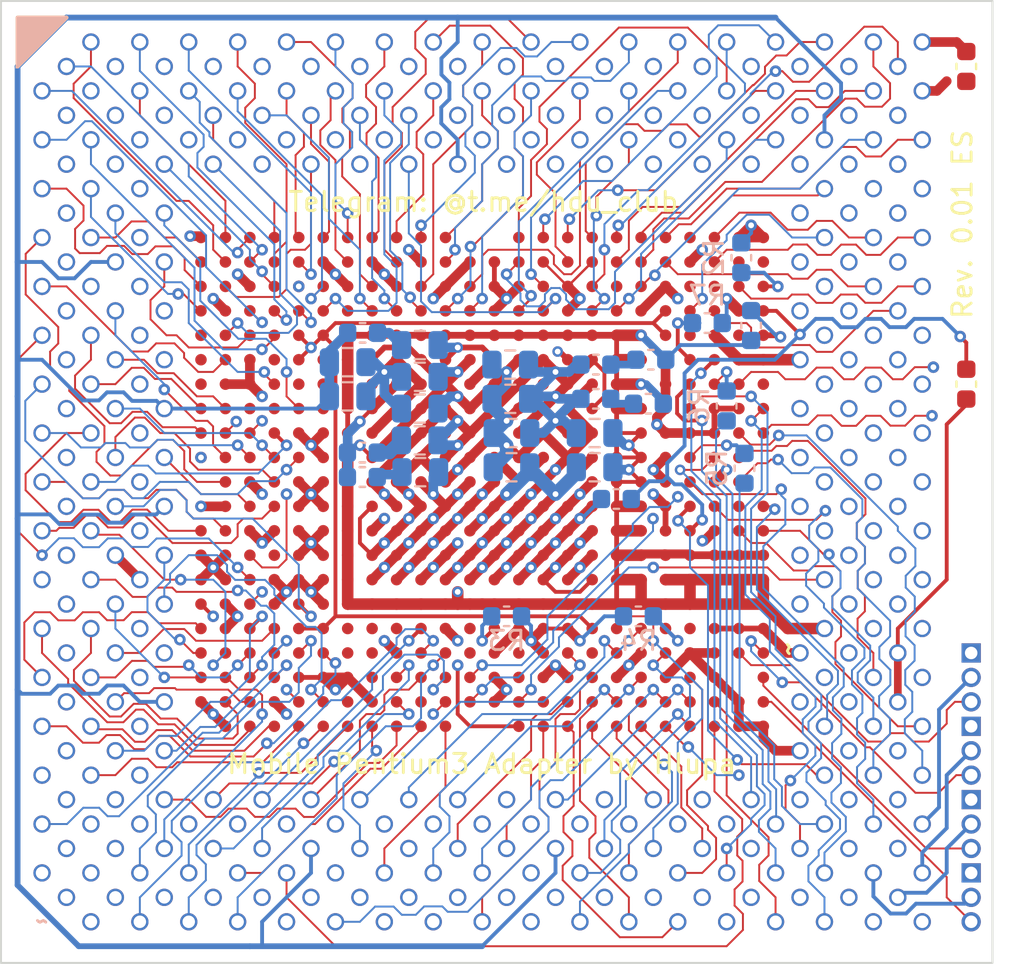
<source format=kicad_pcb>
(kicad_pcb (version 20240108) (generator "pcbnew") (generator_version "8.0")
  (layers (0 "F.Cu" signal) (1 "In1.Cu" signal) (2 "In2.Cu" signal) (31 "B.Cu" signal) (34 "B.Paste" user) (35 "F.Paste" user) (36 "B.SilkS" user "B.Silkscreen") (37 "F.SilkS" user "F.Silkscreen") (38 "B.Mask" user) (39 "F.Mask" user) (44 "Edge.Cuts" user))
  (net 0 "")
  (net 3 "THERMDC")
  (net 5 "THERMDA")
  (net 6 "TDO")
  (net 7 "STPCLK")
  (net 8 "VSS")
  (net 9 "LOCK")
  (net 13 "REQ0")
  (net 14 "VREF")
  (net 15 "REQ3")
  (net 17 "REQ2")
  (net 18 "BR0")
  (net 19 "Net-(R1-Pad1)")
  (net 20 "TDI")
  (net 21 "REQ1")
  (net 22 "REQ4")
  (net 23 "PWRGD")
  (net 24 "RTTCTRL")
  (net 25 "TMS")
  (net 26 "PRDY")
  (net 27 "PLL2")
  (net 28 "PLL1")
  (net 29 "HITM")
  (net 30 "TRST")
  (net 31 "DBSY")
  (net 32 "RESET")
  (net 33 "FLUSH")
  (net 34 "AP0")
  (net 35 "ADS")
  (net 36 "AP1")
  (net 37 "CLKREF")
  (net 38 "EDGECTRL")
  (net 39 "TCK")
  (net 40 "BINIT")
  (net 41 "RS2")
  (net 42 "INIT")
  (net 43 "D31")
  (net 44 "RS1")
  (net 45 "SMI")
  (net 46 "BERR")
  (net 47 "D26")
  (net 48 "D29")
  (net 49 "D38")
  (net 50 "D45")
  (net 51 "D42")
  (net 52 "D49")
  (net 53 "D37")
  (net 54 "D30")
  (net 55 "D55")
  (net 56 "D59")
  (net 57 "PREQ")
  (net 58 "PICD0")
  (net 59 "PICD1")
  (net 60 "LINIT1")
  (net 61 "TRDY")
  (net 62 "DRDY")
  (net 63 "HIT")
  (net 64 "RS0")
  (net 65 "DEFER")
  (net 66 "A7")
  (net 67 "A9")
  (net 68 "A10")
  (net 69 "A4")
  (net 70 "VID0")
  (net 71 "VID1")
  (net 72 "VID3")
  (net 73 "VID2")
  (net 74 "VID0_M")
  (net 75 "VID1_M")
  (net 76 "VID2_M")
  (net 77 "VID3_M")
  (net 78 "VCC")
  (net 79 "D63")
  (net 80 "D62")
  (net 81 "D24")
  (net 82 "D13")
  (net 83 "D61")
  (net 84 "D44")
  (net 85 "D18")
  (net 86 "D19")
  (net 87 "DEP2")
  (net 88 "D58")
  (net 89 "D60")
  (net 90 "D57")
  (net 91 "D48")
  (net 92 "D27")
  (net 93 "D33")
  (net 94 "LINIT0")
  (net 95 "A19")
  (net 96 "A21")
  (net 97 "A20M")
  (net 98 "D21")
  (net 99 "Net-(PGA1-V_1.5)")
  (net 100 "FERR")
  (net 101 "RSP")
  (net 102 "D47")
  (net 103 "D46")
  (net 104 "D10")
  (net 105 "A22")
  (net 106 "A27")
  (net 107 "A30")
  (net 108 "A31")
  (net 109 "A20")
  (net 110 "A26")
  (net 111 "A24")
  (net 112 "A33")
  (net 113 "RP")
  (net 114 "D4")
  (net 115 "D6")
  (net 116 "D0")
  (net 117 "D5")
  (net 118 "D1")
  (net 119 "D7")
  (net 120 "D8")
  (net 121 "D9")
  (net 122 "D17")
  (net 123 "D14")
  (net 124 "DEP0")
  (net 125 "BP2")
  (net 126 "BP3")
  (net 127 "A12")
  (net 128 "D32")
  (net 129 "D11")
  (net 130 "A28")
  (net 131 "A17")
  (net 132 "DEP1")
  (net 133 "D50")
  (net 134 "A5")
  (net 135 "DEP6")
  (net 136 "DEP7")
  (net 137 "D34")
  (net 138 "DEP5")
  (net 139 "D28")
  (net 140 "A23")
  (net 141 "A34")
  (net 142 "DEP3")
  (net 143 "A35")
  (net 144 "D36")
  (net 145 "D41")
  (net 146 "A6")
  (net 147 "A25")
  (net 148 "A8")
  (net 149 "D15")
  (net 150 "A13")
  (net 151 "D43")
  (net 152 "A11")
  (net 153 "D3")
  (net 154 "D22")
  (net 155 "D51")
  (net 156 "D16")
  (net 157 "D12")
  (net 158 "D25")
  (net 159 "A15")
  (net 160 "D40")
  (net 161 "A14")
  (net 162 "D56")
  (net 163 "DEP4")
  (net 164 "D52")
  (net 165 "A29")
  (net 166 "D2")
  (net 167 "D23")
  (net 168 "A3")
  (net 169 "A32")
  (net 170 "D39")
  (net 171 "D20")
  (net 172 "A16")
  (net 173 "D54")
  (net 174 "D35")
  (net 175 "D53")
  (net 176 "A18")
  (net 177 "BPM1")
  (net 178 "BPRI")
  (net 179 "IGNNE")
  (net 180 "BCLK")
  (net 181 "IERR")
  (net 182 "BSEL1")
  (net 183 "BPM0")
  (net 184 "PICCLK")
  (net 185 "SLP")
  (net 186 "BNR")
  (net 187 "BSEL0")
  (net 188 "BR1")
  (net 189 "AERR")
  (net 190 "unconnected-(micro-PGA1-PadBREQ0)")
  (net 191 "Net-(R2-Pad2)")
  (net 192 "Net-(R3-Pad2)")
  (net 193 "Net-(R4-Pad2)")
  (net 194 "Net-(R5-Pad1)")
  (net 195 "Net-(R6-Pad1)")
  (net 196 "Net-(R7-Pad2)")
  (net 197 "Net-(C9-Pad2)")
  (net 198 "Net-(C12-Pad2)")
  (net 199 "Net-(C13-Pad2)")
  (net 200 "Pullup")
  (net 201 "Net-(R11-Pad2)")
  (net 202 "VTT")
  (net 203 "Net-(PGA1-PadCPUPRES)")
  (footprint "Library:PinHeader_1x03_P1.27mm_Vertical" (layer "F.Cu") (at 138.43 100.33)
    (property "Reference" "J4" (hide yes))
    (property "Value" "VID3")
  )
  (footprint "Library:PinHeader_1x03_P1.27mm_Vertical" (layer "F.Cu") (at 138.43 107.95)
    (property "Reference" "J2" (hide yes))
    (property "Value" "VID1")
  )
  (footprint "Library:PinHeader_1x03_P1.27mm_Vertical" (layer "F.Cu") (at 138.43 111.76)
    (property "Reference" "J1" (hide yes))
    (property "Value" "VID0")
  )
  (footprint "Library:PinHeader_1x03_P1.27mm_Vertical" (layer "F.Cu") (at 138.43 104.14)
    (property "Reference" "J3" (hide yes))
    (property "Value" "VID2")
  )
  (footprint "Capacitor_SMD:C_0603_1608Metric" (layer "F.Cu") (at 138.176 69.85 90)
    (property "Reference" "R12" (hide yes))
    (property "Value" "R 75ohm" (hide yes))
  )
  (footprint "Library:bga495" (layer "F.Cu") (at 98.425 104.14 90)
    (property "Reference" "micro-PGA1" (hide yes))
    (property "Value" "~")
  )
  (footprint "Capacitor_SMD:C_0603_1608Metric" (layer "F.Cu") (at 138.176 86.36 -90)
    (property "Reference" "R1" (hide yes))
    (property "Value" "R 75ohm" (hide yes))
  )
  (footprint "Capacitor_SMD:C_0603_1608Metric" (layer "B.Cu") (at 126.492 79.789934 -90)
    (property "Reference" "R2")
    (property "Value" "R")
  )
  (footprint "Capacitor_SMD:C_0603_1608Metric" (layer "B.Cu") (at 121.793 85.09)
    (property "Reference" "R9" (hide yes))
    (property "Value" "R" (hide yes))
  )
  (footprint "Library:C_0603_1608Metric" (layer "B.Cu") (at 106.82 83.693 180)
    (property "Reference" "R27" (hide yes))
    (property "Value" "R" (hide yes))
  )
  (footprint "Library:C_0805_2012Metric" (layer "B.Cu") (at 109.789 87.63 180)
    (property "Reference" "C11" (hide yes))
    (property "Value" "C" (hide yes))
  )
  (footprint "Capacitor_SMD:C_0603_1608Metric" (layer "B.Cu") (at 121.145 98.425)
    (property "Reference" "R4")
    (property "Value" "R")
  )
  (footprint "Library:C_0805_2012Metric" (layer "B.Cu") (at 114.554 88.9 180)
    (property "Reference" "C18" (hide yes))
    (property "Value" "C" (hide yes))
  )
  (footprint "Library:C_0603_1608Metric" (layer "B.Cu") (at 118.938 85.344 180)
    (property "Reference" "C23" (hide yes))
    (property "Value" "C" (hide yes))
  )
  (footprint "Library:pga370" (layer "B.Cu") (at 90.17 114.3)
    (property "Reference" "PGA1" (hide yes))
    (property "Value" "~")
  )
  (footprint "Library:C_0603_1608Metric" (layer "B.Cu") (at 106.807 89.916 180)
    (property "Reference" "R24" (hide yes))
    (property "Value" "R" (hide yes))
  )
  (footprint "Capacitor_SMD:C_0603_1608Metric" (layer "B.Cu") (at 120.002 92.329 180)
    (property "Reference" "R8" (hide yes))
    (property "Value" "R 75ohm" (hide yes))
  )
  (footprint "Library:C_0603_1608Metric" (layer "B.Cu") (at 106.807 91.186 180)
    (property "Reference" "R25" (hide yes))
    (property "Value" "R" (hide yes))
  )
  (footprint "Library:C_0805_2012Metric" (layer "B.Cu") (at 114.554 90.678 180)
    (property "Reference" "C19" (hide yes))
    (property "Value" "C" (hide yes))
  )
  (footprint "Library:C_0805_2012Metric" (layer "B.Cu") (at 106.045 86.995 180)
    (property "Reference" "C15" (hide yes))
    (property "Value" "C" (hide yes))
  )
  (footprint "Library:C_0805_2012Metric" (layer "B.Cu") (at 109.816 90.932 180)
    (property "Reference" "C13" (hide yes))
    (property "Value" "C" (hide yes))
  )
  (footprint "Library:C_0805_2012Metric" (layer "B.Cu") (at 109.794 85.979 180)
    (property "Reference" "C10" (hide yes))
    (property "Value" "C" (hide yes))
  )
  (footprint "Capacitor_SMD:C_0603_1608Metric" (layer "B.Cu") (at 127 83.312 90)
    (property "Reference" "R11" (hide yes))
    (property "Value" "R" (hide yes))
  )
  (footprint "Capacitor_SMD:C_0603_1608Metric" (layer "B.Cu") (at 121.666 87.376)
    (property "Reference" "R10" (hide yes))
    (property "Value" "R" (hide yes))
  )
  (footprint "Library:C_0805_2012Metric" (layer "B.Cu") (at 114.493 87.122 180)
    (property "Reference" "C17" (hide yes))
    (property "Value" "C" (hide yes))
  )
  (footprint "Capacitor_SMD:C_0603_1608Metric" (layer "B.Cu") (at 114.3 98.425 180)
    (property "Reference" "R3")
    (property "Value" "R")
  )
  (footprint "Library:C_0805_2012Metric" (layer "B.Cu") (at 118.872 90.678 180)
    (property "Reference" "C20" (hide yes))
    (property "Value" "C" (hide yes))
  )
  (footprint "Capacitor_SMD:C_0603_1608Metric" (layer "B.Cu") (at 125.73 87.49 -90)
    (property "Reference" "R6")
    (property "Value" "R")
  )
  (footprint "Library:C_0805_2012Metric" (layer "B.Cu") (at 114.488 85.344 180)
    (property "Reference" "C16" (hide yes))
    (property "Value" "C" (hide yes))
  )
  (footprint "Library:C_0805_2012Metric" (layer "B.Cu") (at 118.872 88.9 180)
    (property "Reference" "C21" (hide yes))
    (property "Value" "C" (hide yes))
  )
  (footprint "Capacitor_SMD:C_0603_1608Metric" (layer "B.Cu") (at 126.6559 90.731172 -90)
    (property "Reference" "R5")
    (property "Value" "R")
  )
  (footprint "Capacitor_SMD:C_0603_1608Metric" (layer "B.Cu") (at 124.727 83.185 180)
    (property "Reference" "R7")
    (property "Value" "R")
  )
  (footprint "Library:C_0805_2012Metric" (layer "B.Cu") (at 109.794 84.328 180)
    (property "Reference" "C9" (hide yes))
    (property "Value" "C" (hide yes))
  )
  (footprint "Library:C_0805_2012Metric" (layer "B.Cu") (at 109.789 89.281 180)
    (property "Reference" "C12" (hide yes))
    (property "Value" "C" (hide yes))
  )
  (footprint "Library:C_0805_2012Metric" (layer "B.Cu") (at 106.045 85.217 180)
    (property "Reference" "R14" (hide yes))
    (property "Value" "R" (hide yes))
  )
  (footprint "Library:C_0603_1608Metric" (layer "B.Cu") (at 118.933 87.122 180)
    (property "Reference" "C22" (hide yes))
    (property "Value" "C" (hide yes))
  )
  (gr_poly (pts (xy 106.045 101.6) (xy 104.775 101.6) (xy 105.41 102.235)) (stroke (width 0.2)) (fill solid) (layer "F.Cu") (net 8))
  (gr_poly (pts (xy 88.9 69.85) (xy 91.44 67.31) (xy 88.9 67.31)) (stroke (width 0.2)) (fill solid) (layer "B.SilkS"))
  (gr_poly (pts (xy 88.9 69.85) (xy 91.44 67.31) (xy 88.9 67.31)) (stroke (width 0.2)) (fill solid) (layer "F.SilkS"))
  (gr_rect (start 88.0364 66.4464) (end 139.5364 116.4364) (stroke (width 0.1)) (fill none) (layer "Edge.Cuts"))
  (gr_text "Mobile Pentium3 Adapter by Hlupa\n" (at 99.695 106.68 0) (layer "F.SilkS") (effects (font (size 1 1)) (justify left bottom)))
  (gr_text "Rev. 0.01 ES" (at 138.557 83.058 90) (layer "F.SilkS") (effects (font (size 1 1)) (justify left bottom)))
  (gr_text "Telegram: @t.me/hdu_club" (at 102.87 77.47 0) (layer "F.SilkS") (effects (font (size 1 1)) (justify left bottom)))
  (segment (start 125.095 85.09) (end 124.390687 85.794313) (width 0.2) (layer "F.Cu") (net 3))
  (segment (start 125.73 110.49) (end 125.73 111.76) (width 0.1) (layer "F.Cu") (net 3))
  (via (at 124.390687 85.794313) (size 0.6) (drill 0.3) (layers "F.Cu" "B.Cu") (net 3))
  (via (at 125.73 110.49) (size 0.6) (drill 0.3) (layers "F.Cu" "B.Cu") (net 3))
  (segment (start 125.395 92.375) (end 125.395 103.723469) (width 0.1) (layer "B.Cu") (net 3))
  (segment (start 127.3 105.628469) (end 127.3 107.26005) (width 0.1) (layer "B.Cu") (net 3))
  (segment (start 127 109.22) (end 125.73 110.49) (width 0.1) (layer "B.Cu") (net 3))
  (segment (start 123.895 86.29) (end 123.895 90.875) (width 0.1) (layer "B.Cu") (net 3))
  (segment (start 127.7 108.23995) (end 127 108.93995) (width 0.1) (layer "B.Cu") (net 3))
  (segment (start 127.3 107.26005) (end 127.7 107.66005) (width 0.1) (layer "B.Cu") (net 3))
  (segment (start 127 108.93995) (end 127 109.22) (width 0.1) (layer "B.Cu") (net 3))
  (segment (start 123.895 90.875) (end 125.395 92.375) (width 0.1) (layer "B.Cu") (net 3))
  (segment (start 125.395 103.723469) (end 127.3 105.628469) (width 0.1) (layer "B.Cu") (net 3))
  (segment (start 124.390687 85.794313) (end 123.895 86.29) (width 0.1) (layer "B.Cu") (net 3))
  (segment (start 127.7 107.66005) (end 127.7 108.23995) (width 0.1) (layer "B.Cu") (net 3))
  (segment (start 123.526471 88.25) (end 124.445 88.25) (width 0.2) (layer "F.Cu") (net 5))
  (segment (start 123.155 87.03) (end 123.155 87.878529) (width 0.2) (layer "F.Cu") (net 5))
  (segment (start 123.155 87.878529) (end 123.526471 88.25) (width 0.2) (layer "F.Cu") (net 5))
  (segment (start 123.825 86.36) (end 123.155 87.03) (width 0.2) (layer "F.Cu") (net 5))
  (via (at 124.445 88.25) (size 0.6) (drill 0.3) (layers "F.Cu" "B.Cu") (net 5))
  (segment (start 125.73 92.180368) (end 124.445 90.895368) (width 0.1) (layer "B.Cu") (net 5))
  (segment (start 127.404935 109.624935) (end 127.404935 109.022847) (width 0.1) (layer "B.Cu") (net 5))
  (segment (start 128.27 111.76) (end 128.27 110.49) (width 0.1) (layer "B.Cu") (net 5))
  (segment (start 127.404935 109.022847) (end 128 108.427782) (width 0.1) (layer "B.Cu") (net 5))
  (segment (start 127.6 105.375) (end 125.73 103.505) (width 0.1) (layer "B.Cu") (net 5))
  (segment (start 128 108.427782) (end 128 107.535786) (width 0.1) (layer "B.Cu") (net 5))
  (segment (start 128.27 110.49) (end 127.404935 109.624935) (width 0.1) (layer "B.Cu") (net 5))
  (segment (start 125.73 103.505) (end 125.73 92.180368) (width 0.1) (layer "B.Cu") (net 5))
  (segment (start 128 107.535786) (end 127.6 107.135786) (width 0.1) (layer "B.Cu") (net 5))
  (segment (start 127.6 107.135786) (end 127.6 105.375) (width 0.1) (layer "B.Cu") (net 5))
  (segment (start 124.445 90.895368) (end 124.445 88.25) (width 0.1) (layer "B.Cu") (net 5))
  (segment (start 128.778 86.106) (end 128.399769 85.727769) (width 0.1) (layer "F.Cu") (net 6))
  (segment (start 129.794 86.106) (end 128.778 86.106) (width 0.1) (layer "F.Cu") (net 6))
  (segment (start 134.366 86.106) (end 133.76 85.5) (width 0.1) (layer "F.Cu") (net 6))
  (segment (start 131.22 85.5) (end 130.4 85.5) (width 0.1) (layer "F.Cu") (net 6))
  (segment (start 132.94 85.5) (end 132.334 86.106) (width 0.1) (layer "F.Cu") (net 6))
  (segment (start 131.826 86.106) (end 131.22 85.5) (width 0.1) (layer "F.Cu") (net 6))
  (segment (start 135.502241 85.477759) (end 134.874 86.106) (width 0.1) (layer "F.Cu") (net 6))
  (segment (start 133.76 85.5) (end 132.94 85.5) (width 0.1) (layer "F.Cu") (net 6))
  (segment (start 136.467248 85.477759) (end 135.502241 85.477759) (width 0.1) (layer "F.Cu") (net 6))
  (segment (start 134.874 86.106) (end 134.366 86.106) (width 0.1) (layer "F.Cu") (net 6))
  (segment (start 130.4 85.5) (end 129.794 86.106) (width 0.1) (layer "F.Cu") (net 6))
  (segment (start 126.997231 85.727769) (end 126.365 86.36) (width 0.1) (layer "F.Cu") (net 6))
  (segment (start 128.399769 85.727769) (end 126.997231 85.727769) (width 0.1) (layer "F.Cu") (net 6))
  (segment (start 132.334 86.106) (end 131.826 86.106) (width 0.1) (layer "F.Cu") (net 6))
  (via (at 136.467248 85.477759) (size 0.6) (drill 0.3) (layers "F.Cu" "B.Cu") (net 6))
  (segment (start 128.026681 90.280236) (end 127.836917 90.47) (width 0.1) (layer "F.Cu") (net 7))
  (segment (start 128.4 90.280236) (end 128.026681 90.280236) (width 0.1) (layer "F.Cu") (net 7))
  (segment (start 127.335 90.47) (end 126.365 91.44) (width 0.1) (layer "F.Cu") (net 7))
  (segment (start 127.836917 90.47) (end 127.335 90.47) (width 0.1) (layer "F.Cu") (net 7))
  (via (at 128.4 90.280236) (size 0.6) (drill 0.3) (layers "F.Cu" "B.Cu") (net 7))
  (segment (start 133.660661 100.019339) (end 133.660661 100.640661) (width 0.1) (layer "B.Cu") (net 7))
  (segment (start 133.65 102.57) (end 133.65 103.17) (width 0.1) (layer "B.Cu") (net 7))
  (segment (start 129.106009 90.986245) (end 129.993755 90.986245) (width 0.1) (layer "B.Cu") (net 7))
  (segment (start 132.910742 95.689258) (end 132.538831 96.061169) (width 0.1) (layer "B.Cu") (net 7))
  (segment (start 132.538831 96.061169) (end 132.538831 96.978831) (width 0.1) (layer "B.Cu") (net 7))
  (segment (start 132.489815 94.389815) (end 132.910742 94.810742) (width 0.1) (layer "B.Cu") (net 7))
  (segment (start 130.29 90.69) (end 131.120661 90.69) (width 0.1) (layer "B.Cu") (net 7))
  (segment (start 134.231635 101.211635) (end 134.231635 101.988365) (width 0.1) (layer "B.Cu") (net 7))
  (segment (start 132.78 93.28) (end 132.489815 93.570185) (width 0.1) (layer "B.Cu") (net 7))
  (segment (start 134.231635 101.988365) (end 133.65 102.57) (width 0.1) (layer "B.Cu") (net 7))
  (segment (start 131.120661 90.69) (end 132.78 92.349339) (width 0.1) (layer "B.Cu") (net 7))
  (segment (start 134.21989 98.65989) (end 134.21989 99.46011) (width 0.1) (layer "B.Cu") (net 7))
  (segment (start 132.910742 94.810742) (end 132.910742 95.689258) (width 0.1) (layer "B.Cu") (net 7))
  (segment (start 133.65 103.17) (end 134.215975 103.735975) (width 0.1) (layer "B.Cu") (net 7))
  (segment (start 132.78 92.349339) (end 132.78 93.28) (width 0.1) (layer "B.Cu") (net 7))
  (segment (start 132.489815 93.570185) (end 132.489815 94.389815) (width 0.1) (layer "B.Cu") (net 7))
  (segment (start 134.215975 103.735975) (end 134.215975 104.544025) (width 0.1) (layer "B.Cu") (net 7))
  (segment (start 128.4 90.280236) (end 129.106009 90.986245) (width 0.1) (layer "B.Cu") (net 7))
  (segment (start 132.538831 96.978831) (end 134.21989 98.65989) (width 0.1) (layer "B.Cu") (net 7))
  (segment (start 133.35 105.41) (end 133.35 106.68) (width 0.1) (layer "B.Cu") (net 7))
  (segment (start 133.660661 100.640661) (end 134.231635 101.211635) (width 0.1) (layer "B.Cu") (net 7))
  (segment (start 134.21989 99.46011) (end 133.660661 100.019339) (width 0.1) (layer "B.Cu") (net 7))
  (segment (start 134.215975 104.544025) (end 133.35 105.41) (width 0.1) (layer "B.Cu") (net 7))
  (segment (start 129.993755 90.986245) (end 130.29 90.69) (width 0.1) (layer "B.Cu") (net 7))
  (segment (start 99.695 86.36) (end 100.965 86.36) (width 0.5) (layer "F.Cu") (net 8))
  (segment (start 105.41 80.645) (end 104.775 80.01) (width 0.5) (layer "F.Cu") (net 8))
  (segment (start 105.41 98.425) (end 118.11 98.425) (width 0.2) (layer "F.Cu") (net 8))
  (segment (start 99.695 99.06) (end 100.33 98.425) (width 0.5) (layer "F.Cu") (net 8))
  (segment (start 98.425 78.74) (end 98.353591 78.668591) (width 0.5) (layer "F.Cu") (net 8))
  (segment (start 126.365 78.74) (end 127 78.105) (width 0.5) (layer "F.Cu") (net 8))
  (segment (start 123.825 100.33) (end 122.555 101.6) (width 0.5) (layer "F.Cu") (net 8))
  (segment (start 128.27 105.41) (end 127.635 104.775) (width 0.5) (layer "F.Cu") (net 8))
  (segment (start 116.205 100.33) (end 115.57 99.695) (width 0.5) (layer "F.Cu") (net 8))
  (segment (start 127.635 78.74) (end 127 78.105) (width 0.5) (layer "F.Cu") (net 8))
  (segment (start 127.635 78.74) (end 127 78.74) (width 0.5) (layer "F.Cu") (net 8))
  (segment (start 114.3 92.075) (end 116.205 90.17) (width 0.5) (layer "F.Cu") (net 8))
  (segment (start 104.775 90.17) (end 104.14 89.535) (width 0.5) (layer "F.Cu") (net 8))
  (segment (start 113.665 85.09) (end 112.395 86.36) (width 0.5) (layer "F.Cu") (net 8))
  (segment (start 107.315 91.44) (end 111.125 87.63) (width 0.5) (layer "F.Cu") (net 8))
  (segment (start 116.84 92.075) (end 118.745 90.17) (width 0.5) (layer "F.Cu") (net 8))
  (segment (start 122.109766 88.454766) (end 122.109766 88.075234) (width 0.5) (layer "F.Cu") (net 8))
  (segment (start 93.98 95.25) (end 95.25 96.52) (width 0.5) (layer "F.Cu") (net 8))
  (segment (start 104.14 92.075) (end 103.505 91.44) (width 0.5) (layer "F.Cu") (net 8))
  (segment (start 126.365 104.14) (end 126.365 102.87) (width 0.5) (layer "F.Cu") (net 8))
  (segment (start 116.84 100.965) (end 117.475 101.6) (width 0.5) (layer "F.Cu") (net 8))
  (segment (start 102.87 97.155) (end 102.235 97.79) (width 0.5) (layer "F.Cu") (net 8))
  (segment (start 114.935 81.28) (end 114.3 81.915) (width 0.5) (layer "F.Cu") (net 8))
  (segment (start 127 78.105) (end 127 78.74) (width 0.5) (layer "F.Cu") (net 8))
  (segment (start 113.665 101.6) (end 114.3 102.235) (width 0.5) (layer "F.Cu") (net 8))
  (segment (start 107.315 86.36) (end 107.95 85.725) (width 0.5) (layer "F.Cu") (net 8))
  (segment (start 123.825 80.01) (end 124.46 79.375) (width 0.5) (layer "F.Cu") (net 8))
  (segment (start 125.095 93.98) (end 124.575503 94.499497) (width 0.5) (layer "F.Cu") (net 8))
  (segment (start 125.095 91.44) (end 125.73 90.805) (width 0.5) (layer "F.Cu") (net 8))
  (segment (start 126.365 82.55) (end 125.73 81.915) (width 0.6) (layer "F.Cu") (net 8))
  (segment (start 119.38 85.725) (end 118.745 85.09) (width 0.2) (layer "F.Cu") (net 8))
  (segment (start 105.41 98.425) (end 104.775 99.06) (width 0.2) (layer "F.Cu") (net 8))
  (segment (start 107.95 85.725) (end 108.585 85.09) (width 0.5) (layer "F.Cu") (net 8))
  (segment (start 111.125 81.28) (end 112.395 80.01) (width 0.5) (layer "F.Cu") (net 8))
  (segment (start 99.695 92.71) (end 98.425 92.71) (width 0.5) (layer "F.Cu") (net 8))
  (segment (start 117.475 82.55) (end 118.11 81.915) (width 0.5) (layer "F.Cu") (net 8))
  (segment (start 109.855 96.52) (end 110.49 95.885) (width 0.5) (layer "F.Cu") (net 8))
  (segment (start 114.935 91.44) (end 113.665 90.17) (width 0.5) (layer "F.Cu") (net 8))
  (segment (start 113.665 81.28) (end 114.3 81.915) (width 0.5) (layer "F.Cu") (net 8))
  (segment (start 104.775 99.06) (end 103.505 99.06) (width 0.2) (layer "F.Cu") (net 8))
  (segment (start 103.505 83.82) (end 104.14 84.455) (width 0.2) (layer "F.Cu") (net 8))
  (segment (start 114.3 94.615) (end 115.57 93.345) (width 0.5) (layer "F.Cu") (net 8))
  (segment (start 104.14 84.455) (end 103.505 85.09) (width 0.2) (layer "F.Cu") (net 8))
  (segment (start 112.395 93.98) (end 113.03 93.345) (width 0.5) (layer "F.Cu") (net 8))
  (segment (start 102.235 102.87) (end 102.87 103.505) (width 0.5) (layer "F.Cu") (net 8))
  (segment (start 116.205 87.63) (end 116.84 88.265) (width 0.5) (layer "F.Cu") (net 8))
  (segment (start 122.555 87.63) (end 122.555 85.09) (width 0.5) (layer "F.Cu") (net 8))
  (segment (start 106.045 101.6) (end 104.775 101.6) (width 0.5) (layer "F.Cu") (net 8))
  (segment (start 110.49 93.345) (end 111.76 92.075) (width 0.5) (layer "F.Cu") (net 8))
  (segment (start 121.285 82.55) (end 122.555 81.28) (width 0.5) (layer "F.Cu") (net 8))
  (segment (start 111.125 99.06) (end 111.76 99.695) (width 0.5) (layer "F.Cu") (net 8))
  (segment (start 103.505 96.52) (end 102.87 97.155) (width 0.5) (layer "F.Cu") (net 8))
  (segment (start 127.635 104.14) (end 126.365 104.14) (width 0.5) (layer "F.Cu") (net 8))
  (segment (start 107.315 96.52) (end 107.95 95.885) (width 0.5) (layer "F.Cu") (net 8))
  (segment (start 110.49 92.075) (end 109.855 91.44) (width 0.5) (layer "F.Cu") (net 8))
  (segment (start 106.045 101.6) (end 107.315 102.87) (width 0.5) (layer "F.Cu") (net 8))
  (segment (start 105.41 84.455) (end 105.41 98.425) (width 0.2) (layer "F.Cu") (net 8))
  (segment (start 126.365 87.63) (end 125.095 87.63) (width 0.3) (layer "F.Cu") (net 8))
  (segment (start 122.555 88.9) (end 123.825 88.9) (width 0.5) (layer "F.Cu") (net 8))
  (segment (start 110.49 95.885) (end 111.125 95.25) (width 0.5) (layer "F.Cu") (net 8))
  (segment (start 122.555 83.82) (end 121.92 83.185) (width 0.2) (layer "F.Cu") (net 8))
  (segment (start 117.475 81.28) (end 118.745 80.01) (width 0.125) (layer "F.Cu") (net 8))
  (segment (start 104.775 92.71) (end 104.14 92.075) (width 0.5) (layer "F.Cu") (net 8))
  (segment (start 104.14 89.535) (end 104.775 88.9) (width 0.5) (layer "F.Cu") (net 8))
  (segment (start 127.635 99.06) (end 128.905 100.33) (width 0.5) (layer "F.Cu") (net 8))
  (segment (start 117.475 86.36) (end 118.745 85.09) (width 0.5) (layer "F.Cu") (net 8))
  (segment (start 117.475 96.52) (end 118.11 95.885) (width 0.5) (layer "F.Cu") (net 8))
  (segment (start 117.475 99.06) (end 116.205 99.06) (width 0.2) (layer "F.Cu") (net 8))
  (segment (start 104.14 89.535) (end 103.505 88.9) (width 0.5) (layer "F.Cu") (net 8))
  (segment (start 118.11 93.345) (end 118.745 92.71) (width 0.5) (layer "F.Cu") (net 8))
  (segment (start 111.76 84.455) (end 113.03 84.455) (width 0.3) (layer "F.Cu") (net 8))
  (segment (start 115.57 95.885) (end 116.84 94.615) (width 0.5) (layer "F.Cu") (net 8))
  (segment (start 118.745 87.63) (end 119.38 86.995) (width 0.2) (layer "F.Cu") (net 8))
  (segment (start 121.285 100.33) (end 120.65 100.965) (width 0.5) (layer "F.Cu") (net 8))
  (segment (start 120.65 100.965) (end 120.015 101.6) (width 0.5) (layer "F.Cu") (net 8))
  (segment (start 116.84 88.265) (end 117.475 88.9) (width 0.5) (layer "F.Cu") (net 8))
  (segment (start 100.965 85.09) (end 100.965 86.36) (width 0.5) (layer "F.Cu") (net 8))
  (segment (start 109.855 80.01) (end 109.22 79.375) (width 0.5) (layer "F.Cu") (net 8))
  (segment (start 100.965 91.44) (end 101.6 92.075) (width 0.5) (layer "F.Cu") (net 8))
  (segment (start 116.84 94.615) (end 118.11 93.345) (width 0.5) (layer "F.Cu") (net 8))
  (segment (start 100.965 86.36) (end 101.6 86.995) (width 0.5) (layer "F.Cu") (net 8))
  (segment (start 99.06 103.505) (end 98.425 102.87) (width 0.5) (layer "F.Cu") (net 8))
  (segment (start 121.92 83.185) (end 122.555 82.55) (width 0.2) (layer "F.Cu") (net 8))
  (segment (start 101.6 94.615) (end 100.965 93.98) (width 0.5) (layer "F.Cu") (net 8))
  (segment (start 113.665 92.71) (end 114.3 92.075) (width 0.5) (layer "F.Cu") (net 8))
  (segment (start 126.365 102.87) (end 123.825 100.33) (width 0.5) (layer "F.Cu") (net 8))
  (segment (start 106.045 81.28) (end 105.41 80.645) (width 0.5) (layer "F.Cu") (net 8))
  (segment (start 104.775 95.25) (end 104.14 94.615) (width 0.5) (layer "F.Cu") (net 8))
  (segment (start 123.825 88.9) (end 125.095 88.9) (width 0.3) (layer "F.Cu") (net 8))
  (segment (start 102.235 96.52) (end 102.87 97.155) (width 0.5) (layer "F.Cu") (net 8))
  (segment (start 104.775 101.6) (end 103.505 101.6) (width 0.25) (layer "F.Cu") (net 8))
  (segment (start 112.395 88.9) (end 111.76 89.535) (width 0.5) (layer "F.Cu") (net 8))
  (segment (start 113.03 93.345) (end 113.665 92.71) (width 0.5) (layer "F.Cu") (net 8))
  (segment (start 105.41 102.235) (end 104.775 101.6) (width 0.5) (layer "F.Cu") (net 8))
  (segment (start 108.585 85.09) (end 109.855 86.36) (width 0.5) (layer "F.Cu") (net 8))
  (segment (start 127 78.74) (end 126.365 78.74) (width 0.5) (layer "F.Cu") (net 8))
  (segment (start 114.935 99.06) (end 113.665 100.33) (width 0.5) (layer "F.Cu") (net 8))
  (segment (start 98.425 95.25) (end 99.06 95.885) (width 0.5) (layer "F.Cu") (net 8))
  (segment (start 113.03 95.885) (end 114.3 94.615) (width 0.5) (layer "F.Cu") (net 8))
  (segment (start 104.775 83.82) (end 104.14 84.455) (width 0.2) (layer "F.Cu") (net 8))
  (segment (start 100.33 80.645) (end 100.965 81.28) (width 0.5) (layer "F.Cu") (net 8))
  (segment (start 116.205 101.6) (end 116.84 100.965) (width 0.5) (layer "F.Cu") (net 8))
  (segment (start 109.22 94.615) (end 110.49 93.345) (width 0.5) (layer "F.Cu") (net 8))
  (segment (start 121.92 83.185) (end 105.41 83.185) (width 0.2) (layer "F.Cu") (net 8))
  (segment (start 129.54 105.41) (end 128.27 105.41) (width 0.5) (layer "F.Cu") (net 8))
  (segment (start 107.95 92.075) (end 107.315 91.44) (width 0.5) (layer "F.Cu") (net 8))
  (segment (start 104.775 97.79) (end 104.14 97.155) (width 0.5) (layer "F.Cu") (net 8))
  (segment (start 109.855 86.36) (end 107.315 88.9) (width 0.5) (layer "F.Cu") (net 8))
  (segment (start 104.775 91.44) (end 103.505 92.71) (width 0.5) (layer "F.Cu") (net 8))
  (segment (start 113.665 81.28) (end 113.665 80.01) (width 0.25) (layer "F.Cu") (net 8))
  (segment (start 117.475 86.36) (end 116.84 86.995) (width 0.5) (layer "F.Cu") (net 8))
  (segment (start 111.76 92.075) (end 112.395 91.44) (width 0.5) (layer "F.Cu") (net 8))
  (segment (start 117.475 99.06) (end 118.11 99.695) (width 0.5) (layer "F.Cu") (net 8))
  (segment (start 116.84 86.995) (end 114.935 88.9) (width 0.5) (layer "F.Cu") (net 8))
  (segment (start 99.695 95.25) (end 98.425 96.52) (width 0.5) (layer "F.Cu") (net 8))
  (segment (start 107.315 93.98) (end 107.95 93.345) (width 0.5) (layer "F.Cu") (net 8))
  (segment (start 121.92 90.805) (end 122.555 90.17) (width 0.5) (layer "F.Cu") (net 8))
  (segment (start 128.905 100.33) (end 129.54 100.33) (width 0.5) (layer "F.Cu") (net 8))
  (segment (start 114.3 81.915) (end 113.665 82.55) (width 0.5) (layer "F.Cu") (net 8))
  (segment (start 124.468516 94.606484) (end 124.46 94.615) (width 0.2) (layer "F.Cu") (net 8))
  (segment (start 122.555 81.28) (end 123.19 81.915) (width 0.5) (layer "F.Cu") (net 8))
  (segment (start 116.84 85.725) (end 117.475 86.36) (width 0.5) (layer "F.Cu") (net 8))
  (segment (start 119.38 86.995) (end 119.38 85.725) (width 0.2) (layer "F.Cu") (net 8))
  (segment (start 115.57 93.345) (end 116.84 92.075) (width 0.5) (layer "F.Cu") (net 8))
  (segment (start 114.3 102.235) (end 113.665 102.87) (width 0.5) (layer "F.Cu") (net 8))
  (segment (start 135.89 68.58) (end 137.681 68.58) (width 0.5) (layer "F.Cu") (net 8))
  (segment (start 104.775 83.82) (end 105.41 84.455) (width 0.2) (layer "F.Cu") (net 8))
  (segment (start 123.825 100.33) (end 125.095 100.33) (width 0.5) (layer "F.Cu") (net 8))
  (segment (start 107.95 80.645) (end 107.315 80.01) (width 0.5) (layer "F.Cu") (net 8))
  (segment (start 107.95 95.885) (end 109.22 94.615) (width 0.5) (layer "F.Cu") (net 8))
  (segment (start 98.353591 78.668591) (end 97.861409 78.668591) (width 0.5) (layer "F.Cu") (net 8))
  (segment (start 124.575503 94.499497) (end 124.468516 94.499497) (width 0.2) (layer "F.Cu") (net 8))
  (segment (start 124.468516 94.499497) (end 124.468516 94.606484) (width 0.2) (layer "F.Cu") (net 8))
  (segment (start 125.095 87.63) (end 125.095 88.9) (width 0.3) (layer "F.Cu") (net 8))
  (segment (start 117.475 81.28) (end 116.205 80.01) (width 0.125) (layer "F.Cu") (net 8))
  (segment (start 111.125 92.71) (end 110.49 92.075) (width 0.5) (layer "F.Cu") (net 8))
  (segment (start 118.11 81.915) (end 117.475 81.28) (width 0.5) (layer "F.Cu") (net 8))
  (segment (start 129.54 85.09) (end 126.365 85.09) (width 0.6) (layer "F.Cu") (net 8))
  (segment (start 126.365 85.09) (end 125.095 83.82) (width 0.6) (layer "F.Cu") (net 8))
  (segment (start 104.14 94.615) (end 103.505 93.98) (width 0.5) (layer "F.Cu") (net 8))
  (segment (start 122.555 92.71) (end 121.92 92.075) (width 0.5) (layer "F.Cu") (net 8))
  (segment (start 127.635 104.775) (end 127.635 104.14) (width 0.5) (layer "F.Cu") (net 8))
  (segment (start 122.109766 88.075234) (end 122.555 87.63) (width 0.5) (layer "F.Cu") (net 8))
  (segment (start 108.585 92.71) (end 107.95 92.075) (width 0.5) (layer "F.Cu") (net 8))
  (segment (start 116.205 85.09) (end 116.84 85.725) (width 0.5) (layer "F.Cu") (net 8))
  (segment (start 111.76 89.535) (end 111.125 90.17) (width 0.5) (layer "F.Cu") (net 8))
  (segment (start 125.095 99.06) (end 127.635 99.06) (width 0.3) (layer "F.Cu") (net 8))
  (segment (start 99.695 82.55) (end 99.06 81.915) (width 0.5) (layer "F.Cu") (net 8))
  (segment (start 112.395 96.52) (end 113.03 95.885) (width 0.5) (layer "F.Cu") (net 8))
  (segment (start 118.11 98.425) (end 118.745 99.06) (width 0.2) (layer "F.Cu") (net 8))
  (segment (start 99.06 95.885) (end 99.695 96.52) (width 0.5) (layer "F.Cu") (net 8))
  (segment (start 114.935 96.52) (end 115.57 95.885) (width 0.5) (layer "F.Cu") (net 8))
  (segment (start 105.41 83.185) (end 104.775 83.82) (width 0.2) (layer "F.Cu") (net 8))
  (segment (start 108.585 100.33) (end 107.95 99.695) (width 0.5) (layer "F.Cu") (net 8))
  (segment (start 112.395 88.9) (end 116.205 85.09) (width 0.5) (layer "F.Cu") (net 8))
  (segment (start 113.03 84.455) (end 113.665 85.09) (width 0.3) (layer "F.Cu") (net 8))
  (segment (start 122.555 91.44) (end 121.92 90.805) (width 0.5) (layer "F.Cu") (net 8))
  (segment (start 111.125 87.63) (end 111.76 88.265) (width 0.5) (layer "F.Cu") (net 8))
  (segment (start 104.14 97.155) (end 103.505 96.52) (width 0.5) (layer "F.Cu") (net 8))
  (segment (start 116.205 99.06) (end 115.57 99.695) (width 0.5) (layer "F.Cu") (net 8))
  (segment (start 137.681 68.58) (end 138.176 69.075) (width 0.5) (layer "F.Cu") (net 8))
  (segment (start 111.125 85.09) (end 111.76 84.455) (width 0.3) (layer "F.Cu") (net 8))
  (segment (start 108.585 81.28) (end 107.95 80.645) (width 0.5) (layer "F.Cu") (net 8))
  (segment (start 115.57 99.695) (end 114.935 99.06) (width 0.5) (layer "F.Cu") (net 8))
  (segment (start 122.555 88.9) (end 122.109766 88.454766) (width 0.5) (layer "F.Cu") (net 8))
  (segment (start 118.11 95.885) (end 118.745 95.25) (width 0.5) (layer "F.Cu") (net 8))
  (segment (start 111.125 81.28) (end 110.49 81.915) (width 0.5) (layer "F.Cu") (net 8))
  (segment (start 110.49 95.885) (end 111.76 94.615) (width 0.5) (layer "F.Cu") (net 8))
  (segment (start 99.695 97.79) (end 100.33 98.425) (width 0.5) (layer "F.Cu") (net 8))
  (segment (start 102.235 93.98) (end 101.6 94.615) (width 0.5) (layer "F.Cu") (net 8))
  (segment (start 104.775 96.52) (end 104.14 97.155) (width 0.5) (layer "F.Cu") (net 8))
  (segment (start 105.41 102.235) (end 106.045 101.6) (width 0.5) (layer "F.Cu") (net 8))
  (segment (start 122.555 93.98) (end 122.555 92.71) (width 0.3) (layer "F.Cu") (net 8))
  (segment (start 104.775 93.98) (end 103.505 95.25) (width 0.5) (layer "F.Cu") (net 8))
  (segment (start 111.76 88.265) (end 112.395 88.9) (width 0.5) (layer "F.Cu") (net 8))
  (segment (start 99.695 104.14) (end 99.06 103.505) (width 0.5) (layer "F.Cu") (net 8))
  (via (at 100.33 80.645) (size 0.6) (drill 0.3) (layers "F.Cu" "B.Cu") (net 8))
  (via (at 103.505 81.28) (size 0.6) (drill 0.3) (layers "F.Cu" "B.Cu") (net 8))
  (via (at 109.22 79.375) (size 0.6) (drill 0.3) (layers "F.Cu" "B.Cu") (net 8))
  (via (at 99.06 95.885) (size 0.6) (drill 0.3) (layers "F.Cu" "B.Cu") (net 8))
  (via (at 111.76 99.695) (size 0.6) (drill 0.3) (layers "F.Cu" "B.Cu") (net 8))
  (via (at 116.84 86.995) (size 0.6) (drill 0.3) (layers "F.Cu" "B.Cu") (net 8))
  (via (at 107.95 99.695) (size 0.6) (drill 0.3) (layers "F.Cu" "B.Cu") (net 8))
  (via (at 104.14 92.075) (size 0.6) (drill 0.3) (layers "F.Cu" "B.Cu") (net 8))
  (via (at 118.11 93.345) (size 0.6) (drill 0.3) (layers "F.Cu" "B.Cu") (net 8))
  (via (at 107.95 93.345) (size 0.6) (drill 0.3) (layers "F.Cu" "B.Cu") (net 8))
  (via (at 104.14 84.455) (size 0.6) (drill 0.3) (layers "F.Cu" "B.Cu") (net 8))
  (via (at 107.95 95.885) (size 0.6) (drill 0.3) (layers "F.Cu" "B.Cu") (net 8))
  (via (at 107.95 85.725) (size 0.6) (drill 0.3) (layers "F.Cu" "B.Cu") (net 8))
  (via (at 111.76 84.455) (size 0.55) (drill 0.3) (layers "F.Cu" "B.Cu") (net 8))
  (via (at 114.3 94.615) (size 0.6) (drill 0.3) (layers "F.Cu" "B.Cu") (net 8))
  (via (at 120.65 100.965) (size 0.6) (drill 0.3) (layers "F.Cu" "B.Cu") (net 8))
  (via (at 114.3 92.075) (size 0.6) (drill 0.3) (layers "F.Cu" "B.Cu") (net 8))
  (via (at 127 78.105) (size 0.6) (drill 0.3) (layers "F.Cu" "B.Cu") (net 8))
  (via (at 115.57 99.695) (size 0.6) (drill 0.3) (layers "F.Cu" "B.Cu") (net 8))
  (via (at 110.49 93.345) (size 0.6) (drill 0.3) (layers "F.Cu" "B.Cu") (net 8))
  (via (at 102.87 97.155) (size 0.6) (drill 0.3) (layers "F.Cu" "B.Cu") (net 8))
  (via (at 109.22 94.615) (size 0.6) (drill 0.3) (layers "F.Cu" "B.Cu") (net 8))
  (via (at 110.49 95.885) (size 0.6) (drill 0.3) (layers "F.Cu" "B.Cu") (net 8))
  (via (at 105.41 102.235) (size 0.6) (drill 0.3) (layers "F.Cu" "B.Cu") (net 8))
  (via (at 100.33 98.425) (size 0.6) (drill 0.3) (layers "F.Cu" "B.Cu") (net 8))
  (via (at 118.11 95.885) (size 0.6) (drill 0.3) (layers "F.Cu" "B.Cu") (net 8))
  (via (at 118.11 81.915) (size 0.6) (drill 0.3) (layers "F.Cu" "B.Cu") (net 8))
  (via (at 125.73 90.805) (size 0.6) (drill 0.3) (layers "F.Cu" "B.Cu") (net 8))
  (via (at 121.92 92.075) (size 0.6) (drill 0.3) (layers "F.Cu" "B.Cu") (net 8))
  (via (at 101.6 94.615) (size 0.6) (drill 0.3) (layers "F.Cu" "B.Cu") (net 8))
  (via (at 104.14 94.615) (size 0.6) (drill 0.3) (layers "F.Cu" "B.Cu") (net 8))
  (via (at 116.84 88.265) (size 0.6) (drill 0.3) (layers "F.Cu" "B.Cu") (net 8))
  (via (at 113.03 93.345) (size 0.6) (drill 0.3) (layers "F.Cu" "B.Cu") (net 8))
  (via (at 125.73 81.915) (size 0.6) (drill 0.3) (layers "F.Cu" "B.Cu") (net 8))
  (via (at 98.425 90.17) (size 0.6) (drill 0.3) (layers "F.Cu" "B.Cu") (net 8))
  (via (at 101.6 86.995) (size 0.6) (drill 0.3) (layers "F.Cu" "B.Cu") (net 8))
  (via (at 99.06 103.505) (size 0.6) (drill 0.3) (layers "F.Cu" "B.Cu") (net 8))
  (via (at 124.46 79.375) (size 0.6) (drill 0.3) (layers "F.Cu" "B.Cu") (net 8))
  (via (at 115.57 95.885) (size 0.6) (drill 0.3) (layers "F.Cu" "B.Cu") (net 8))
  (via (at 122.109766 88.454766) (size 0.6) (drill 0.3) (layers "F.Cu" "B.Cu") (net 8))
  (via (at 111.76 88.265) (size 0.6) (drill 0.3) (layers "F.Cu" "B.Cu") (net 8))
  (via (at 124.468516 94.499497) (size 0.6) (drill 0.3) (layers "F.Cu" "B.Cu") (net 8))
  (via (at 110.49 81.915) (size 0.6) (drill 0.3) (layers "F.Cu" "B.Cu") (net 8))
  (via (at 97.861409 78.668591) (size 0.6) (drill 0.3) (layers "F.Cu" "B.Cu") (net 8))
  (via (at 107.95 92.075) (size 0.6) (drill 0.3) (layers "F.Cu" "B.Cu") (net 8))
  (via (at 116.84 100.965) (size 0.6) (drill 0.3) (layers "F.Cu" "B.Cu") (net 8))
  (via (at 118.11 99.695) (size 0.6) (drill 0.3) (layers "F.Cu" "B.Cu") (net 8))
  (via (at 123.19 81.915) (size 0.6) (drill 0.3) (layers "F.Cu" "B.Cu") (net 8))
  (via (at 104.14 89.535) (size 0.6) (drill 0.3) (layers "F.Cu" "B.Cu") (net 8))
  (via (at 116.84 94.615) (size 0.6) (drill 0.3) (layers "F.Cu" "B.Cu") (net 8))
  (via (at 114.3 81.915) (size 0.6) (drill 0.3) (layers "F.Cu" "B.Cu") (net 8))
  (via (at 111.76 89.535) (size 0.6) (drill 0.3) (layers "F.Cu" "B.Cu") (net 8))
  (via (at 114.3 102.235) (size 0.6) (drill 0.3) (layers "F.Cu" "B.Cu") (net 8))
  (via (at 111.76 92.075) (size 0.6) (drill 0.3) (layers "F.Cu" "B.Cu") (net 8))
  (via (at 116.84 92.075) (size 0.6) (drill 0.3) (layers "F.Cu" "B.Cu") (net 8))
  (via (at 116.84 85.725) (size 0.6) (drill 0.3) (layers "F.Cu" "B.Cu") (net 8))
  (via (at 105.41 80.645) (size 0.6) (drill 0.3) (layers "F.Cu" "B.Cu") (net 8))
  (via (at 99.06 81.915) (size 0.6) (drill 0.3) (layers "F.Cu" "B.Cu") (net 8))
  (via (at 104.14 97.155) (size 0.6) (drill 0.3) (layers "F.Cu" "B.Cu") (net 8))
  (via (at 102.87 103.505) (size 0.6) (drill 0.3) (layers "F.Cu" "B.Cu") (net 8))
  (via (at 121.92 90.805) (size 0.6) (drill 0.3) (layers "F.Cu" "B.Cu") (net 8))
  (via (at 111.76 94.615) (size 0.6) (drill 0.3) (layers "F.Cu" "B.Cu") (net 8))
  (via (at 110.49 92.075) (size 0.6) (drill 0.3) (layers "F.Cu" "B.Cu") (net 8))
  (via (at 101.6 92.075) (size 0.6) (drill 0.3) (layers "F.Cu" "B.Cu") (net 8))
  (via (at 115.57 93.345) (size 0.6) (drill 0.3) (layers "F.Cu" "B.Cu") (net 8))
  (via (at 98.425 92.71) (size 0.6) (drill 0.3) (layers "F.Cu" "B.Cu") (net 8))
  (via (at 107.95 80.645) (size 0.6) (drill 0.3) (layers "F.Cu" "B.Cu") (net 8))
  (via (at 113.03 95.885) (size 0.6) (drill 0.3) (layers "F.Cu" "B.Cu") (net 8))
  (segment (start 111.755 88.265) (end 110.739 89.281) (width 0.5) (layer "B.Cu") (net 8))
  (segment (start 126.492 79.014934) (end 127 78.506934) (width 0.2) (layer "B.Cu") (net 8))
  (segment (start 116.205 88.9) (end 116.84 88.265) (width 0.5) (layer "B.Cu") (net 8))
  (segment (start 117.287 88.265) (end 117.922 88.9) (width 0.5) (layer "B.Cu") (net 8))
  (segment (start 116.84 86.995) (end 115.57 86.995) (width 0.5) (layer "B.Cu") (net 8))
  (segment (start 116.84 88.204) (end 117.922 87.122) (width 0.5) (layer "B.Cu") (net 8))
  (segment (start 115.443 87.122) (end 115.697 87.122) (width 0.2) (layer "B.Cu") (net 8))
  (segment (start 116.84 88.265) (end 116.84 88.204) (width 0.2) (layer "B.Cu") (net 8))
  (segment (start 116.838054 92.075) (end 116.84 92.075) (width 0.2) (layer "B.Cu") (net 8))
  (segment (start 110.49 92.075) (end 110.49 91.208) (width 0.5) (layer "B.Cu") (net 8))
  (segment (start 111.76 89.535) (end 110.993 89.535) (width 0.5) (layer "B.Cu") (net 8))
  (segment (start 107.95 85.725) (end 106.995 86.68) (width 0.5) (layer "B.Cu") (net 8))
  (segment (start 115.57 86.995) (end 115.443 87.122) (width 0.2) (layer "B.Cu") (net 8))
  (segment (start 106.995 86.68) (end 106.995 86.995) (width 0.2) (layer "B.Cu") (net 8))
  (segment (start 118.11 93.345) (end 118.211 93.345) (width 0.2) (layer "B.Cu") (net 8))
  (segment (start 117.922 87.122) (end 116.967 87.122) (width 0.5) (layer "B.Cu") (net 8))
  (segment (start 111.76 88.265) (end 111.755 88.265) (width 0.2) (layer "B.Cu") (net 8))
  (segment (start 120.37 98.425) (end 119.38 98.425) (width 0.2) (layer "B.Cu") (net 8))
  (segment (start 116.84 85.725) (end 115.819 85.725) (width 0.5) (layer "B.Cu") (net 8))
  (segment (start 110.871 84.455) (end 110.744 84.328) (width 0.2) (layer "B.Cu") (net 8))
  (segment (start 116.84 88.265) (end 117.287 88.265) (width 0.5) (layer "B.Cu") (net 8))
  (segment (start 116.84 92.075) (end 117.922 90.993) (width 0.7) (layer "B.Cu") (net 8))
  (segment (start 107.95 85.725) (end 108.59 85.725) (width 0.7) (layer "B.Cu") (net 8))
  (segment (start 115.819 85.725) (end 115.438 85.344) (width 0.2) (layer "B.Cu") (net 8))
  (segment (start 111.76 84.455) (end 110.871 84.455) (width 0.5) (layer "B.Cu") (net 8))
  (segment (start 117.541 85.725) (end 117.922 85.344) (width 0.5) (layer "B.Cu") (net 8))
  (segment (start 127 78.506934) (end 127 78.105) (width 0.2) (layer "B.Cu") (net 8))
  (segment (start 115.504 88.9) (end 116.205 88.9) (width 0.5) (layer "B.Cu") (net 8))
  (segment (start 115.57 99.695) (end 115.57 98.92) (width 0.2) (layer "B.Cu") (net 8))
  (segment (start 116.967 87.122) (end 116.84 86.995) (width 0.2) (layer "B.Cu") (net 8))
  (segment (start 108.712 87.63) (end 108.839 87.63) (width 0.2) (layer "B.Cu") (net 8))
  (segment (start 125.73 81.915) (end 125.73 82.957) (width 0.2) (layer "B.Cu") (net 8))
  (segment (start 110.993 89.535) (end 110.739 89.281) (width 0.2) (layer "B.Cu") (net 8))
  (segment (start 106.995 85.217) (end 107.442 85.217) (width 0.5) (layer "B.Cu") (net 8))
  (segment (start 108.59 85.725) (end 108.844 85.979) (width 0.2) (layer "B.Cu") (net 8))
  (segment (start 107.442 85.217) (end 107.95 85.725) (width 0.5) (layer "B.Cu") (net 8))
  (segment (start 117.922 90.993) (end 117.922 90.678) (width 0.2) (layer "B.Cu") (net 8))
  (segment (start 118.211 93.345) (end 119.227 92.329) (width 0.2) (layer "B.Cu") (net 8))
  (segment (start 114.305946 92.075) (end 115.504 90.876946) (width 0.7) (layer "B.Cu") (net 8))
  (segment (start 116.84 85.725) (end 117.541 85.725) (width 0.5) (layer "B.Cu") (net 8))
  (segment (start 119.38 98.425) (end 118.11 99.695) (width 0.2) (layer "B.Cu") (net 8))
  (segment (start 115.443 87.122) (end 116.84 85.725) (width 0.5) (layer "B.Cu") (net 8))
  (segment (start 125.73 82.957) (end 125.502 83.185) (width 0.2) (layer "B.Cu") (net 8))
  (segment (start 115.504 90.740946) (end 116.838054 92.075) (width 0.7) (layer "B.Cu") (net 8))
  (segment (start 115.504 90.876946) (end 115.504 90.678) (width 0.2) (layer "B.Cu") (net 8))
  (segment (start 115.504 90.678) (end 115.504 90.740946) (width 0.2) (layer "B.Cu") (net 8))
  (segment (start 115.57 98.92) (end 115.075 98.425) (width 0.2) (layer "B.Cu") (net 8))
  (segment (start 110.49 91.208) (end 110.766 90.932) (width 0.2) (layer "B.Cu") (net 8))
  (segment (start 114.3 92.075) (end 114.305946 92.075) (width 0.2) (layer "B.Cu") (net 8))
  (segment (start 107.95 86.868) (end 108.712 87.63) (width 0.5) (layer "B.Cu") (net 8))
  (segment (start 115.697 87.122) (end 116.84 88.265) (width 0.5) (layer "B.Cu") (net 8))
  (segment (start 107.95 85.725) (end 107.95 86.868) (width 0.5) (layer "B.Cu") (net 8))
  (segment (start 115.57 106.478399) (end 115.57 107.95) (width 0.1) (layer "F.Cu") (net 9))
  (segment (start 116.205 105.843399) (end 115.57 106.478399) (width 0.1) (layer "F.Cu") (net 9))
  (segment (start 115.57 107.95) (end 114.3 109.22) (width 0.1) (layer "F.Cu") (net 9))
  (segment (start 116.205 104.14) (end 116.205 105.843399) (width 0.1) (layer "F.Cu") (net 9))
  (segment (start 114.3 109.22) (end 114.3 110.49) (width 0.1) (layer "F.Cu") (net 9))
  (segment (start 115.572923 103.834714) (end 115.902637 103.505) (width 0.1) (layer "F.Cu") (net 13))
  (segment (start 111.76 110.49) (end 111.76 109.22) (width 0.1) (layer "F.Cu") (net 13))
  (segment (start 111.76 109.22) (end 115.572923 105.407077) (width 0.1) (layer "F.Cu") (net 13))
  (segment (start 115.572923 105.407077) (end 115.572923 103.834714) (width 0.1) (layer "F.Cu") (net 13))
  (segment (start 116.633846 103.505) (end 117.268846 102.87) (width 0.1) (layer "F.Cu") (net 13))
  (segment (start 115.902637 103.505) (end 116.633846 103.505) (width 0.1) (layer "F.Cu") (net 13))
  (segment (start 117.268846 102.87) (end 117.475 102.87) (width 0.1) (layer "F.Cu") (net 13))
  (segment (start 88.9 80.01) (end 88.9 86.995) (width 0.3) (layer "B.Cu") (net 14))
  (segment (start 111.76 68.58) (end 111.76 67.31) (width 0.2) (layer "B.Cu") (net 14))
  (segment (start 110.913075 69.426925) (end 111.76 68.58) (width 0.2) (layer "B.Cu") (net 14))
  (segment (start 90.569284 93.128815) (end 88.928958 93.128815) (width 0.2) (layer "B.Cu") (net 14))
  (segment (start 110.905226 71.974774) (end 111.329075 71.550925) (width 0.2) (layer "B.Cu") (net 14))
  (segment (start 110.913075 70.273075) (end 110.913075 69.426925) (width 0.2) (layer "B.Cu") (net 14))
  (segment (start 88.9 102.235) (end 88.9 93.345) (width 0.3) (layer "B.Cu") (net 14))
  (segment (start 111.76 74.93) (end 111.76 73.66) (width 0.2) (layer "B.Cu") (net 14))
  (segment (start 90.17 80.01) (end 88.9 80.01) (width 0.2) (layer "B.Cu") (net 14))
  (segment (start 96.52 102.87) (end 95.25 102.87) (width 0.2) (layer "B.Cu") (net 14))
  (segment (start 94.85 87.23) (end 96.12 87.23) (width 0.2) (layer "B.Cu") (net 14))
  (segment (start 104.46 87.63) (end 105.095 86.995) (width 0.2) (layer "B.Cu") (net 14))
  (segment (start 116.84 110.49) (end 116.84 111.76) (width 0.2) (layer "B.Cu") (net 14))
  (segment (start 111.329075 70.689075) (end 110.913075 70.273075) (width 0.2) (layer "B.Cu") (net 14))
  (segment (start 91.017797 102.022203) (end 90.588716 102.451284) (width 0.2) (layer "B.Cu") (net 14))
  (segment (start 130.81 72.39) (end 131.673144 71.526856) (width 0.2) (layer "B.Cu") (net 14))
  (segment (start 110.905226 72.805226) (end 110.905226 71.974774) (width 0.2) (layer "B.Cu") (net 14))
  (segment (start 91.863848 102.022203) (end 91.017797 102.022203) (width 0.2) (layer "B.Cu") (net 14))
  (segment (start 116.84 111.76) (end 113.03 115.57) (width 0.2) (layer "B.Cu") (net 14))
  (segment (start 92.71 80.01) (end 91.860495 80.859505) (width 0.2) (layer "B.Cu") (net 14))
  (segment (start 93.98 80.01) (end 92.71 80.01) (width 0.2) (layer "B.Cu") (net 14))
  (segment (start 131.673144 71.526856) (end 131.673144 70.713144) (width 0.2) (layer "B.Cu") (net 14))
  (segment (start 111.76 73.66) (end 110.905226 72.805226) (width 0.2) (layer "B.Cu") (net 14))
  (segment (start 105.095 84.643) (end 106.045 83.693) (width 0.5) (layer "B.Cu") (net 14))
  (segment (start 88.9 85.09) (end 90.17 85.09) (width 0.2) (layer "B.Cu") (net 14))
  (segment (start 90.17 85.09) (end 92.287796 87.207796) (width 0.2) (layer "B.Cu") (net 14))
  (segment (start 92.075 115.57) (end 88.9 112.395) (width 0.3) (layer "B.Cu") (net 14))
  (segment (start 91.44 67.31) (end 88.9 69.85) (width 0.3) (layer "B.Cu") (net 14))
  (segment (start 111.76 67.31) (end 91.44 67.31) (width 0.3) (layer "B.Cu") (net 14))
  (segment (start 88.9 112.395) (end 88.9 102.235) (width 0.3) (layer "B.Cu") (net 14))
  (segment (start 93.561285 102.018715) (end 93.132204 102.447796) (width 0.2) (layer "B.Cu") (net 14))
  (segment (start 100.965 115.57) (end 92.075 115.57) (width 0.3) (layer "B.Cu") (net 14))
  (segment (start 88.9 69.85) (end 88.9 80.01) (width 0.3) (layer "B.Cu") (net 14))
  (segment (start 93.580321 93.557895) (end 93.161706 93.13928) (width 0.2) (layer "B.Cu") (net 14))
  (segment (start 128.27 67.31) (end 111.76 67.31) (width 0.3) (layer "B.Cu") (net 14))
  (segment (start 91.073746 93.633277) (end 90.569284 93.128815) (width 0.2) (layer "B.Cu") (net 14))
  (segment (start 96.52 92.71) (end 96.097664 93.132336) (width 0.2) (layer "B.Cu") (net 14))
  (segment (start 88.928958 93.128815) (end 88.9 93.157773) (width 0.2) (layer "B.Cu") (net 14))
  (segment (start 92.28072 93.13928) (end 91.786723 93.633277) (width 0.2) (layer "B.Cu") (net 14))
  (segment (start 104.14 110.49) (end 104.14 111.76) (width 0.2) (layer "B.Cu") (net 14))
  (segment (start 93.545387 86.785692) (end 94.405692 86.785692) (width 0.2) (layer "B.Cu") (net 14))
  (segment (start 105.095 85.217) (end 105.095 84.643) (width 0.2) (layer "B.Cu") (net 14))
  (segment (start 96.097664 93.132336) (end 94.829398 93.132336) (width 0.2) (layer "B.Cu") (net 14))
  (segment (start 96.52 87.63) (end 104.46 87.63) (width 0.2) (layer "B.Cu") (net 14))
  (segment (start 93.132204 102.447796) (end 92.289441 102.447796) (width 0.2) (layer "B.Cu") (net 14))
  (segment (start 90.588716 102.451284) (end 89.116284 102.451284) (width 0.2) (layer "B.Cu") (net 14))
  (segment (start 94.398715 102.018715) (end 93.561285 102.018715) (width 0.2) (layer "B.Cu") (net 14))
  (segment (start 101.6 114.3) (end 101.6 115.57) (width 0.2) (layer "B.Cu") (net 14))
  (segment (start 105.095 85.217) (end 105.095 86.995) (width 0.5) (layer "B.Cu") (net 14))
  (segment (start 94.403839 93.557895) (end 93.580321 93.557895) (width 0.2) (layer "B.Cu") (net 14))
  (segment (start 91.786723 93.633277) (end 91.073746 93.633277) (width 0.2) (layer "B.Cu") (net 14))
  (segment (start 93.123283 87.207796) (end 93.545387 86.785692) (width 0.2) (layer "B.Cu") (net 14))
  (segment (start 104.14 111.76) (end 101.6 114.3) (width 0.2) (layer "B.Cu") (net 14))
  (segment (start 92.289441 102.447796) (end 91.863848 102.022203) (width 0.2) (layer "B.Cu") (net 14))
  (segment (start 96.12 87.23) (end 96.52 87.63) (width 0.2) (layer "B.Cu") (net 14))
  (segment (start 113.03 115.57) (end 100.965 115.57) (width 0.3) (layer "B.Cu") (net 14))
  (segment (start 91.019505 80.859505) (end 90.17 80.01) (width 0.2) (layer "B.Cu") (net 14))
  (segment (start 91.860495 80.859505) (end 91.019505 80.859505) (width 0.2) (layer "B.Cu") (net 14))
  (segment (start 88.9 93.345) (end 88.9 86.995) (width 0.3) (layer "B.Cu") (net 14))
  (segment (start 95.25 102.87) (end 94.398715 102.018715) (width 0.2) (layer "B.Cu") (net 14))
  (segment (start 92.287796 87.207796) (end 93.123283 87.207796) (width 0.2) (layer "B.Cu") (net 14))
  (segment (start 131.673144 70.713144) (end 128.27 67.31) (width 0.2) (layer "B.Cu") (net 14))
  (segment (start 111.329075 71.550925) (end 111.329075 70.689075) (width 0.2) (layer "B.Cu") (net 14))
  (segment (start 94.405692 86.785692) (end 94.85 87.23) (width 0.2) (layer "B.Cu") (net 14))
  (segment (start 89.116284 102.451284) (end 88.9 102.235) (width 0.2) (layer "B.Cu") (net 14))
  (segment (start 93.161706 93.13928) (end 92.28072 93.13928) (width 0.2) (layer "B.Cu") (net 14))
  (segment (start 130.81 73.66) (end 130.81 72.39) (width 0.2) (layer "B.Cu") (net 14))
  (segment (start 94.829398 93.132336) (end 94.403839 93.557895) (width 0.2) (layer "B.Cu") (net 14))
  (segment (start 121.285 101.6) (end 120.65 102.235) (width 0.1) (layer "F.Cu") (net 15))
  (via (at 120.65 102.235) (size 0.6) (drill 0.3) (layers "F.Cu" "B.Cu") (net 15))
  (segment (start 113.03 110.49) (end 113.03 111.76) (width 0.1) (layer "B.Cu") (net 15))
  (segment (start 115.57 107.315) (end 115.57 107.95) (width 0.1) (layer "B.Cu") (net 15))
  (segment (start 115.57 107.95) (end 113.03 110.49) (width 0.1) (layer "B.Cu") (net 15))
  (segment (start 120.65 102.235) (end 115.57 107.315) (width 0.1) (layer "B.Cu") (net 15))
  (segment (start 120.015 102.87) (end 119.38 102.235) (width 0.1) (layer "F.Cu") (net 17))
  (via (at 119.38 102.235) (size 0.6) (drill 0.3) (layers "F.Cu" "B.Cu") (net 17))
  (segment (start 115.57 104.14) (end 111.76 107.95) (width 0.1) (layer "B.Cu") (net 17))
  (segment (start 117.475 104.14) (end 115.57 104.14) (width 0.1) (layer "B.Cu") (net 17))
  (segment (start 119.38 102.235) (end 117.475 104.14) (width 0.1) (layer "B.Cu") (net 17))
  (segment (start 138.176 85.566668) (end 138.334332 85.725) (width 0.2) (layer "F.Cu") (net 19))
  (segment (start 129.54 83.778) (end 128.312 82.55) (width 0.2) (layer "F.Cu") (net 19))
  (segment (start 137.8585 83.8835) (end 138.176 84.201) (width 0.2) (layer "F.Cu") (net 19))
  (segment (start 128.312 82.55) (end 127.635 82.55) (width 0.2) (layer "F.Cu") (net 19))
  (segment (start 124.46 93.411112) (end 124.393888 93.411112) (width 0.2) (layer "F.Cu") (net 19))
  (segment (start 138.176 84.201) (end 138.176 85.566668) (width 0.2) (layer "F.Cu") (net 19))
  (segment (start 124.393888 93.411112) (end 123.825 93.98) (width 0.2) (layer "F.Cu") (net 19))
  (via (at 124.46 93.411112) (size 0.6) (drill 0.3) (layers "F.Cu" "B.Cu") (net 19))
  (via (at 137.8585 83.8835) (size 0.6) (drill 0.3) (layers "F.Cu" "B.Cu") (net 19))
  (via (at 129.54 83.778) (size 0.6) (drill 0.3) (layers "F.Cu" "B.Cu") (net 19))
  (segment (start 130.350274 82.967726) (end 129.54 83.778) (width 0.2) (layer "B.Cu") (net 19))
  (segment (start 136.942726 82.967726) (end 135.472274 82.967726) (width 0.2) (layer "B.Cu") (net 19))
  (segment (start 134.186003 83.396401) (end 133.757328 82.967726) (width 0.2) (layer "B.Cu") (net 19))
  (segment (start 135.043599 83.396401) (end 134.186003 83.396401) (width 0.2) (layer "B.Cu") (net 19))
  (segment (start 123.545 89.561) (end 122.64 90.466) (width 0.2) (layer "B.Cu") (net 19))
  (segment (start 129.54 83.778) (end 128.228 85.09) (width 0.2) (layer "B.Cu") (net 19))
  (segment (start 131.227726 82.967726) (end 130.350274 82.967726) (width 0.2) (layer "B.Cu") (net 19))
  (segment (start 132.497727 83.402273) (end 131.662273 83.402273) (width 0.2) (layer "B.Cu") (net 19))
  (segment (start 123.545 85.791471) (end 123.545 89.561) (width 0.2) (layer "B.Cu") (net 19))
  (segment (start 122.416681 91.405) (end 122.64 91.181681) (width 0.2) (layer "B.Cu") (net 19))
  (segment (start 131.662273 83.402273) (end 131.227726 82.967726) (width 0.2) (layer "B.Cu") (net 19))
  (segment (start 123.403527 91.568395) (end 124.46 92.624868) (width 0.2) (layer "B.Cu") (net 19))
  (segment (start 132.932274 82.967726) (end 132.497727 83.402273) (width 0.2) (layer "B.Cu") (net 19))
  (segment (start 124.246471 85.09) (end 123.545 85.791471) (width 0.2) (layer "B.Cu") (net 19))
  (segment (start 128.228 85.09) (end 124.246471 85.09) (width 0.2) (layer "B.Cu") (net 19))
  (segment (start 137.8585 83.8835) (end 136.942726 82.967726) (width 0.2) (layer "B.Cu") (net 19))
  (segment (start 122.64 90.466) (end 122.64 91.181681) (width 0.2) (layer "B.Cu") (net 19))
  (segment (start 122.64 91.181681) (end 123.026714 91.568395) (width 0.2) (layer "B.Cu") (net 19))
  (segment (start 123.026714 91.568395) (end 123.403527 91.568395) (width 0.2) (layer "B.Cu") (net 19))
  (segment (start 120.777 92.329) (end 121.701 91.405) (width 0.2) (layer "B.Cu") (net 19))
  (segment (start 133.757328 82.967726) (end 132.932274 82.967726) (width 0.2) (layer "B.Cu") (net 19))
  (segment (start 121.701 91.405) (end 122.416681 91.405) (width 0.2) (layer "B.Cu") (net 19))
  (segment (start 135.472274 82.967726) (end 135.043599 83.396401) (width 0.2) (layer "B.Cu") (net 19))
  (segment (start 124.46 92.624868) (end 124.46 93.411112) (width 0.2) (layer "B.Cu") (net 19))
  (segment (start 131.705 88.525) (end 131.165823 87.985823) (width 0.1) (layer "F.Cu") (net 20))
  (segment (start 131.165823 87.985823) (end 130.454177 87.985823) (width 0.1) (layer "F.Cu") (net 20))
  (segment (start 135.003288 88.516712) (end 134.236712 88.516712) (width 0.1) (layer "F.Cu") (net 20))
  (segment (start 135.517677 88.002323) (end 135.003288 88.516712) (width 0.1) (layer "F.Cu") (net 20))
  (segment (start 130.454177 87.985823) (end 129.966614 88.473386) (width 0.1) (layer "F.Cu") (net 20))
  (segment (start 129.966614 88.473386) (end 128.061614 88.473386) (width 0.1) (layer "F.Cu") (net 20))
  (segment (start 134.236712 88.516712) (end 133.722323 88.002323) (width 0.1) (layer "F.Cu") (net 20))
  (segment (start 136.394449 88.002323) (end 135.517677 88.002323) (width 0.1) (layer "F.Cu") (net 20))
  (segment (start 132.977677 88.002323) (end 132.455 88.525) (width 0.1) (layer "F.Cu") (net 20))
  (segment (start 132.455 88.525) (end 131.705 88.525) (width 0.1) (layer "F.Cu") (net 20))
  (segment (start 128.061614 88.473386) (end 127.635 88.9) (width 0.1) (layer "F.Cu") (net 20))
  (segment (start 133.722323 88.002323) (end 132.977677 88.002323) (width 0.1) (layer "F.Cu") (net 20))
  (via (at 136.394449 88.002323) (size 0.6) (drill 0.3) (layers "F.Cu" "B.Cu") (net 20))
  (segment (start 119.38 99.695) (end 120.015 100.33) (width 0.1) (layer "F.Cu") (net 21))
  (via (at 119.38 99.695) (size 0.6) (drill 0.3) (layers "F.Cu" "B.Cu") (net 21))
  (segment (start 109.22 107.315) (end 109.22 107.95) (width 0.1) (layer "B.Cu") (net 21))
  (segment (start 113.03 103.505) (end 109.22 107.315) (width 0.1) (layer "B.Cu") (net 21))
  (segment (start 119.38 99.695) (end 119.38 100.540736) (width 0.1) (layer "B.Cu") (net 21))
  (segment (start 119.38 100.540736) (end 116.415736 103.505) (width 0.1) (layer "B.Cu") (net 21))
  (segment (start 116.415736 103.505) (end 113.03 103.505) (width 0.1) (layer "B.Cu") (net 21))
  (segment (start 121.285 99.06) (end 120.65 99.695) (width 0.1) (layer "F.Cu") (net 22))
  (via (at 120.65 99.695) (size 0.6) (drill 0.3) (layers "F.Cu" "B.Cu") (net 22))
  (segment (start 114.635 103.805) (end 110.828932 107.611068) (width 0.1) (layer "B.Cu") (net 22))
  (segment (start 111.331705 108.815131) (end 111.331705 109.648295) (width 0.1) (layer "B.Cu") (net 22))
  (segment (start 110.828932 108.312358) (end 111.331705 108.815131) (width 0.1) (layer "B.Cu") (net 22))
  (segment (start 110.49 110.49) (end 110.49 111.76) (width 0.1) (layer "B.Cu") (net 22))
  (segment (start 120.65 99.695) (end 116.54 103.805) (width 0.1) (layer "B.Cu") (net 22))
  (segment (start 116.54 103.805) (end 114.635 103.805) (width 0.1) (layer "B.Cu") (net 22))
  (segment (start 111.331705 109.648295) (end 110.49 110.49) (width 0.1) (layer "B.Cu") (net 22))
  (segment (start 110.828932 107.611068) (end 110.828932 108.312358) (width 0.1) (layer "B.Cu") (net 22))
  (segment (start 120.015 99.06) (end 120.65 98.425) (width 0.1) (layer "F.Cu") (net 23))
  (segment (start 121.615807 98.425) (end 121.927185 98.736378) (width 0.1) (layer "F.Cu") (net 23))
  (segment (start 120.65 98.425) (end 121.615807 98.425) (width 0.1) (layer "F.Cu") (net 23))
  (segment (start 121.92 98.743563) (end 121.92 99.695) (width 0.1) (layer "F.Cu") (net 23))
  (segment (start 121.927185 98.736378) (end 121.92 98.743563) (width 0.1) (layer "F.Cu") (net 23))
  (via (at 121.92 99.695) (size 0.6) (drill 0.3) (layers "F.Cu" "B.Cu") (net 23))
  (segment (start 123.19 108.164607) (end 121.92 109.434607) (width 0.1) (layer "B.Cu") (net 23))
  (segment (start 124.46 102.235) (end 124.46 103.71926) (width 0.1) (layer "B.Cu") (net 23))
  (segment (start 123.19 104.98926) (end 123.19 108.164607) (width 0.1) (layer "B.Cu") (net 23))
  (segment (start 121.92 109.434607) (end 121.92 110.49) (width 0.1) (layer "B.Cu") (net 23))
  (segment (start 124.46 103.71926) (end 123.19 104.98926) (width 0.1) (layer "B.Cu") (net 23))
  (segment (start 121.92 99.695) (end 124.46 102.235) (width 0.1) (layer "B.Cu") (net 23))
  (segment (start 128.79 107.212042) (end 128.79 108.47) (width 0.1) (layer "F.Cu") (net 25))
  (segment (start 128.79 108.47) (end 129.54 109.22) (width 0.1) (layer "F.Cu") (net 25))
  (segment (start 127 88.265) (end 127.635 87.63) (width 0.1) (layer "F.Cu") (net 25))
  (segment (start 129.042043 106.959999) (end 128.79 107.212042) (width 0.1) (layer "F.Cu") (net 25))
  (segment (start 129.54 109.22) (end 129.54 110.49) (width 0.1) (layer "F.Cu") (net 25))
  (via (at 129.042043 106.959999) (size 0.6) (drill 0.3) (layers "F.Cu" "B.Cu") (net 25))
  (via (at 127 88.265) (size 0.6) (drill 0.3) (layers "F.Cu" "B.Cu") (net 25))
  (segment (start 129.042044 106.96) (end 129.042043 106.959999) (width 0.2) (layer "B.Cu") (net 25))
  (segment (start 129.680661 103.782858) (end 130.347337 103.116182) (width 0.1) (layer "B.Cu") (net 25))
  (segment (start 126.7 92.712736) (end 127.55 91.862736) (width 0.1) (layer "B.Cu") (net 25))
  (segment (start 129.680661 104.498529) (end 129.680661 103.782858) (width 0.1) (layer "B.Cu") (net 25))
  (segment (start 130.336337 105.668403) (end 130.336337 105.154205) (width 0.1) (layer "B.Cu") (net 25))
  (segment (start 130.336337 105.154205) (end 129.680661 104.498529) (width 0.1) (layer "B.Cu") (net 25))
  (segment (start 127.55 91.862736) (end 127.55 88.815) (width 0.1) (layer "B.Cu") (net 25))
  (segment (start 129.044741 106.959999) (end 130.336337 105.668403) (width 0.1) (layer "B.Cu") (net 25))
  (segment (start 126.7 97.290469) (end 126.7 92.712736) (width 0.1) (layer "B.Cu") (net 25))
  (segment (start 127.97 98.560469) (end 126.7 97.290469) (width 0.1) (layer "B.Cu") (net 25))
  (segment (start 130.347337 102.633596) (end 127.97 100.256259) (width 0.1) (layer "B.Cu") (net 25))
  (segment (start 129.042043 106.959999) (end 129.044741 106.959999) (width 0.1) (layer "B.Cu") (net 25))
  (segment (start 127.97 100.256259) (end 127.97 98.560469) (width 0.1) (layer "B.Cu") (net 25))
  (segment (start 127.55 88.815) (end 127 88.265) (width 0.1) (layer "B.Cu") (net 25))
  (segment (start 130.347337 103.116182) (end 130.347337 102.633596) (width 0.1) (layer "B.Cu") (net 25))
  (segment (start 133.79892 71.94108) (end 132.906397 71.94108) (width 0.1) (layer "F.Cu") (net 26))
  (segment (start 133.35 68.58) (end 133.35 69.85) (width 0.1) (layer "F.Cu") (net 26))
  (segment (start 121.92 79.375) (end 121.285 80.01) (width 0.1) (layer "F.Cu") (net 26))
  (segment (start 121.92 78.315736) (end 121.92 79.375) (width 0.1) (layer "F.Cu") (net 26))
  (segment (start 127.561998 75.85) (end 125.655736 75.85) (width 0.1) (layer "F.Cu") (net 26))
  (segment (start 131.889266 71.522732) (end 127.561998 75.85) (width 0.1) (layer "F.Cu") (net 26))
  (segment (start 134.217268 71.522732) (end 133.79892 71.94108) (width 0.1) (layer "F.Cu") (net 26))
  (segment (start 125.655736 75.85) (end 123.755564 77.750172) (width 0.1) (layer "F.Cu") (net 26))
  (segment (start 133.35 69.85) (end 134.217268 70.717268) (width 0.1) (layer "F.Cu") (net 26))
  (segment (start 132.488049 71.522732) (end 131.889266 71.522732) (width 0.1) (layer "F.Cu") (net 26))
  (segment (start 123.755564 77.750172) (end 122.485564 77.750172) (width 0.1) (layer "F.Cu") (net 26))
  (segment (start 122.485564 77.750172) (end 121.92 78.315736) (width 0.1) (layer "F.Cu") (net 26))
  (segment (start 132.906397 71.94108) (end 132.488049 71.522732) (width 0.1) (layer "F.Cu") (net 26))
  (segment (start 134.217268 70.717268) (end 134.217268 71.522732) (width 0.1) (layer "F.Cu") (net 26))
  (segment (start 112.395 102.87) (end 113.03 102.235) (width 0.1) (layer "F.Cu") (net 27))
  (via (at 121.905 93.344999) (size 0.6) (drill 0.3) (layers "F.Cu" "B.Cu") (net 27))
  (via (at 113.03 102.235) (size 0.6) (drill 0.3) (layers "F.Cu" "B.Cu") (net 27))
  (segment (start 116.718529 99.782512) (end 114.901041 101.6) (width 0.1) (layer "B.Cu") (net 27))
  (segment (start 121.905 93.995) (end 116.718529 99.181471) (width 0.1) (layer "B.Cu") (net 27))
  (segment (start 113.665 101.6) (end 113.03 102.235) (width 0.1) (layer "B.Cu") (net 27))
  (segment (start 116.718529 99.181471) (end 116.718529 99.782512) (width 0.1) (layer "B.Cu") (net 27))
  (segment (start 121.905 93.344999) (end 121.905 93.995) (width 0.1) (layer "B.Cu") (net 27))
  (segment (start 114.901041 101.6) (end 113.665 101.6) (width 0.1) (layer "B.Cu") (net 27))
  (segment (start 111.125 102.87) (end 110.49 103.505) (width 0.1) (layer "F.Cu") (net 28))
  (via (at 110.49 103.505) (size 0.6) (drill 0.3) (layers "F.Cu" "B.Cu") (net 28))
  (segment (start 121.92 100.965) (end 122.555 100.33) (width 0.1) (layer "F.Cu") (net 29))
  (via (at 121.92 100.965) (size 0.6) (drill 0.3) (layers "F.Cu" "B.Cu") (net 29))
  (segment (start 122.555 101.6) (end 123.400736 101.6) (width 0.1) (layer "B.Cu") (net 29))
  (segment (start 123.825 102.024264) (end 123.825 103.647818) (width 0.1) (layer "B.Cu") (net 29))
  (segment (start 120.495173 108.322122) (end 119.761993 109.055302) (width 0.1) (layer "B.Cu") (net 29))
  (segment (start 119.761993 109.055302) (end 119.761993 109.601993) (width 0.1) (layer "B.Cu") (net 29))
  (segment (start 123.400736 101.6) (end 123.825 102.024264) (width 0.1) (layer "B.Cu") (net 29))
  (segment (start 123.825 103.647818) (end 120.495173 106.977645) (width 0.1) (layer "B.Cu") (net 29))
  (segment (start 119.173375 111.76) (end 118.11 111.76) (width 0.1) (layer "B.Cu") (net 29))
  (segment (start 120.495173 106.977645) (end 120.495173 108.322122) (width 0.1) (layer "B.Cu") (net 29))
  (segment (start 120.198988 110.038988) (end 120.198988 110.734387) (width 0.1) (layer "B.Cu") (net 29))
  (segment (start 121.92 100.965) (end 122.555 101.6) (width 0.1) (layer "B.Cu") (net 29))
  (segment (start 119.761993 109.601993) (end 120.198988 110.038988) (width 0.1) (layer "B.Cu") (net 29))
  (segment (start 120.198988 110.734387) (end 119.173375 111.76) (width 0.1) (layer "B.Cu") (net 29))
  (segment (start 127 86.995) (end 124.46 86.995) (width 0.1) (layer "F.Cu") (net 30))
  (segment (start 124.46 86.995) (end 123.825 87.63) (width 0.1) (layer "F.Cu") (net 30))
  (via (at 127 86.995) (size 0.6) (drill 0.3) (layers "F.Cu" "B.Cu") (net 30))
  (segment (start 128.27 100.131995) (end 130.647337 102.509332) (width 0.1) (layer "B.Cu") (net 30))
  (segment (start 129.976728 111.388272) (end 129.976728 112.196728) (width 0.1) (layer "B.Cu") (net 30))
  (segment (start 127.85 91.987) (end 127 92.837) (width 0.1) (layer "B.Cu") (net 30))
  (segment (start 130.51 110.58303) (end 130.51 110.855) (width 0.1) (layer "B.Cu") (net 30))
  (segment (start 130.51 110.855) (end 129.976728 111.388272) (width 0.1) (layer "B.Cu") (net 30))
  (segment (start 129.980661 104.374265) (end 130.636337 105.029941) (width 0.1) (layer "B.Cu") (net 30))
  (segment (start 131.618662 108.971334) (end 131.618662 109.474368) (width 0.1) (layer "B.Cu") (net 30))
  (segment (start 130.636337 105.792667) (end 129.87484 106.554164) (width 0.1) (layer "B.Cu") (net 30))
  (segment (start 129.976728 112.196728) (end 130.81 113.03) (width 0.1) (layer "B.Cu") (net 30))
  (segment (start 129.980661 103.907122) (end 129.980661 104.374265) (width 0.1) (layer "B.Cu") (net 30))
  (segment (start 130.872476 108.012476) (end 130.872476 108.225148) (width 0.1) (layer "B.Cu") (net 30))
  (segment (start 131.618662 109.474368) (end 130.51 110.58303) (width 0.1) (layer "B.Cu") (net 30))
  (segment (start 127.85 87.845) (end 127.85 91.987) (width 0.1) (layer "B.Cu") (net 30))
  (segment (start 127 92.837) (end 127 97.166205) (width 0.1) (layer "B.Cu") (net 30))
  (segment (start 129.87484 107.01484) (end 130.872476 108.012476) (width 0.1) (layer "B.Cu") (net 30))
  (segment (start 130.636337 105.029941) (end 130.636337 105.792667) (width 0.1) (layer "B.Cu") (net 30))
  (segment (start 127 86.995) (end 127.85 87.845) (width 0.1) (layer "B.Cu") (net 30))
  (segment (start 130.647337 102.509332) (end 130.647337 103.240446) (width 0.1) (layer "B.Cu") (net 30))
  (segment (start 130.81 113.03) (end 130.81 114.3) (width 0.1) (layer "B.Cu") (net 30))
  (segment (start 130.647337 103.240446) (end 129.980661 103.907122) (width 0.1) (layer "B.Cu") (net 30))
  (segment (start 130.872476 108.225148) (end 131.618662 108.971334) (width 0.1) (layer "B.Cu") (net 30))
  (segment (start 129.87484 106.554164) (end 129.87484 107.01484) (width 0.1) (layer "B.Cu") (net 30))
  (segment (start 127 97.166205) (end 128.27 98.436205) (width 0.1) (layer "B.Cu") (net 30))
  (segment (start 128.27 98.436205) (end 128.27 100.131995) (width 0.1) (layer "B.Cu") (net 30))
  (segment (start 125.18 109.94) (end 125.18 111.04) (width 0.1) (layer "F.Cu") (net 31))
  (segment (start 125.18 111.04) (end 124.46 111.76) (width 0.1) (layer "F.Cu") (net 31))
  (segment (start 124.46 111.76) (end 123.19 111.76) (width 0.1) (layer "F.Cu") (net 31))
  (segment (start 123.825 101.6) (end 124.46 102.235) (width 0.1) (layer "F.Cu") (net 31))
  (segment (start 123.673988 108.235983) (end 124.76 109.321995) (width 0.1) (layer "F.Cu") (net 31))
  (segment (start 124.46 106.68) (end 123.673988 107.466013) (width 0.1) (layer "F.Cu") (net 31))
  (segment (start 124.46 102.235) (end 124.46 106.68) (width 0.1) (layer "F.Cu") (net 31))
  (segment (start 124.76 109.52) (end 125.18 109.94) (width 0.1) (layer "F.Cu") (net 31))
  (segment (start 123.673988 107.466013) (end 123.673988 108.235983) (width 0.1) (layer "F.Cu") (net 31))
  (segment (start 124.76 109.321995) (end 124.76 109.52) (width 0.1) (layer "F.Cu") (net 31))
  (segment (start 98.425 97.79) (end 99.06 98.425) (width 0.2) (layer "F.Cu") (net 32))
  (via (at 99.06 98.425) (size 0.6) (drill 0.3) (layers "F.Cu" "B.Cu") (net 32))
  (segment (start 131.219757 97.380243) (end 131.643605 96.956395) (width 0.1) (layer "F.Cu") (net 33))
  (segment (start 131.643605 96.083605) (end 131.38 95.82) (width 0.1) (layer "F.Cu") (net 33))
  (segment (start 134.62 104.14) (end 131.38 100.9) (width 0.1) (layer "F.Cu") (net 33))
  (segment (start 131.669184 99.470816) (end 131.669184 98.655457) (width 0.1) (layer "F.Cu") (net 33))
  (segment (start 131.38 100.9) (end 131.38 99.76) (width 0.1) (layer "F.Cu") (net 33))
  (segment (start 130.24 95.82) (end 130.016449 96.043551) (width 0.1) (layer "F.Cu") (net 33))
  (segment (start 127.777818 94.615) (end 127 94.615) (width 0.1) (layer "F.Cu") (net 33))
  (segment (start 130.016449 96.043551) (end 129.206369 96.043551) (width 0.1) (layer "F.Cu") (net 33))
  (segment (start 131.669184 98.655457) (end 131.219757 98.20603) (width 0.1) (layer "F.Cu") (net 33))
  (segment (start 131.38 99.76) (end 131.669184 99.470816) (width 0.1) (layer "F.Cu") (net 33))
  (segment (start 135.89 104.14) (end 134.62 104.14) (width 0.1) (layer "F.Cu") (net 33))
  (segment (start 129.206369 96.043551) (end 127.777818 94.615) (width 0.1) (layer "F.Cu") (net 33))
  (segment (start 127 94.615) (end 126.365 93.98) (width 0.1) (layer "F.Cu") (net 33))
  (segment (start 131.38 95.82) (end 130.24 95.82) (width 0.1) (layer "F.Cu") (net 33))
  (segment (start 131.643605 96.956395) (end 131.643605 96.083605) (width 0.1) (layer "F.Cu") (net 33))
  (segment (start 131.219757 98.20603) (end 131.219757 97.380243) (width 0.1) (layer "F.Cu") (net 33))
  (segment (start 125.095 107.520457) (end 125.095 104.14) (width 0.1) (layer "F.Cu") (net 34))
  (segment (start 105.41 115.57) (end 125.73 115.57) (width 0.1) (layer "F.Cu") (net 34))
  (segment (start 126.141327 113.457502) (end 126.141327 112.618673) (width 0.1) (layer "F.Cu") (net 34))
  (segment (start 126.141327 112.618673) (end 126.555671 112.204329) (width 0.1) (layer "F.Cu") (net 34))
  (segment (start 126.28 109.875) (end 126.535504 109.619496) (width 0.1) (layer "F.Cu") (net 34))
  (segment (start 102.87 111.76) (end 102.87 113.03) (width 0.1) (layer "F.Cu") (net 34))
  (segment (start 126.555671 111.128666) (end 126.28 110.852995) (width 0.1) (layer "F.Cu") (net 34))
  (segment (start 125.73 115.57) (end 126.574005 114.725995) (width 0.1) (layer "F.Cu") (net 34))
  (segment (start 126.28 110.852995) (end 126.28 109.875) (width 0.1) (layer "F.Cu") (net 34))
  (segment (start 126.574005 114.725995) (end 126.574005 113.89018) (width 0.1) (layer "F.Cu") (net 34))
  (segment (start 102.87 113.03) (end 105.41 115.57) (width 0.1) (layer "F.Cu") (net 34))
  (segment (start 126.555671 112.204329) (end 126.555671 111.128666) (width 0.1) (layer "F.Cu") (net 34))
  (segment (start 126.535504 108.960961) (end 125.095 107.520457) (width 0.1) (layer "F.Cu") (net 34))
  (segment (start 126.535504 109.619496) (end 126.535504 108.960961) (width 0.1) (layer "F.Cu") (net 34))
  (segment (start 126.574005 113.89018) (end 126.141327 113.457502) (width 0.1) (layer "F.Cu") (net 34))
  (segment (start 125.73 103.505) (end 125.095 102.87) (width 0.1) (layer "F.Cu") (net 35))
  (segment (start 127.908321 109.909515) (end 125.73 107.731194) (width 0.1) (layer "F.Cu") (net 35))
  (segment (start 125.73 107.731194) (end 125.73 103.505) (width 0.1) (layer "F.Cu") (net 35))
  (segment (start 128.27 113.03) (end 127.420494 112.180494) (width 0.1) (layer "F.Cu") (net 35))
  (segment (start 128.27 114.3) (end 128.27 113.03) (width 0.1) (layer "F.Cu") (net 35))
  (segment (start 127.908321 110.851679) (end 127.908321 109.909515) (width 0.1) (layer "F.Cu") (net 35))
  (segment (start 127.420494 112.180494) (end 127.420494 111.339506) (width 0.1) (layer "F.Cu") (net 35))
  (segment (start 127.420494 111.339506) (end 127.908321 110.851679) (width 0.1) (layer "F.Cu") (net 35))
  (segment (start 121.92 102.235) (end 122.555 102.87) (width 0.1) (layer "F.Cu") (net 36))
  (via (at 121.92 102.235) (size 0.6) (drill 0.3) (layers "F.Cu" "B.Cu") (net 36))
  (segment (start 112.28 113.78) (end 111.24 113.78) (width 0.1) (layer "B.Cu") (net 36))
  (segment (start 110.01983 113.50017) (end 109.58366 113.93634) (width 0.1) (layer "B.Cu") (net 36))
  (segment (start 116.474506 108.854506) (end 116.474506 109.585494) (width 0.1) (layer "B.Cu") (net 36))
  (segment (start 116.00842 108.38842) (end 116.474506 108.854506) (width 0.1) (layer "B.Cu") (net 36))
  (segment (start 108.85634 113.93634) (end 108.428019 113.508019) (width 0.1) (layer "B.Cu") (net 36))
  (segment (start 110.96017 113.50017) (end 110.01983 113.50017) (width 0.1) (layer "B.Cu") (net 36))
  (segment (start 108.428019 113.508019) (end 107.471981 113.508019) (width 0.1) (layer "B.Cu") (net 36))
  (segment (start 116.578928 106.941072) (end 116.00842 107.51158) (width 0.1) (layer "B.Cu") (net 36))
  (segment (start 116.00842 107.51158) (end 116.00842 108.38842) (width 0.1) (layer "B.Cu") (net 36))
  (segment (start 107.471981 113.508019) (end 106.68 114.3) (width 0.1) (layer "B.Cu") (net 36))
  (segment (start 121.92 102.235) (end 117.213928 106.941072) (width 0.1) (layer "B.Cu") (net 36))
  (segment (start 111.24 113.78) (end 110.96017 113.50017) (width 0.1) (layer "B.Cu") (net 36))
  (segment (start 117.213928 106.941072) (end 116.578928 106.941072) (width 0.1) (layer "B.Cu") (net 36))
  (segment (start 116.474506 109.585494) (end 112.28 113.78) (width 0.1) (layer "B.Cu") (net 36))
  (segment (start 106.68 114.3) (end 105.41 114.3) (width 0.1) (layer "B.Cu") (net 36))
  (segment (start 109.58366 113.93634) (end 108.85634 113.93634) (width 0.1) (layer "B.Cu") (net 36))
  (segment (start 115.57 102.235) (end 114.935 102.87) (width 0.1) (layer "F.Cu") (net 37))
  (segment (start 128.483528 96.52) (end 130.81 96.52) (width 0.1) (layer "F.Cu") (net 37))
  (segment (start 127.848528 95.885) (end 128.483528 96.52) (width 0.1) (layer "F.Cu") (net 37))
  (segment (start 121.92 95.885) (end 127.848528 95.885) (width 0.1) (layer "F.Cu") (net 37))
  (via (at 115.57 102.235) (size 0.6) (drill 0.3) (layers "F.Cu" "B.Cu") (net 37))
  (via (at 121.92 95.885) (size 0.6) (drill 0.3) (layers "F.Cu" "B.Cu") (net 37))
  (segment (start 117.018529 100.008653) (end 117.018529 99.516471) (width 0.1) (layer "B.Cu") (net 37))
  (segment (start 115.57 102.235) (end 115.57 101.457182) (width 0.1) (layer "B.Cu") (net 37))
  (segment (start 117.018529 99.516471) (end 120.65 95.885) (width 0.1) (layer "B.Cu") (net 37))
  (segment (start 120.65 95.885) (end 121.92 95.885) (width 0.1) (layer "B.Cu") (net 37))
  (segment (start 115.57 101.457182) (end 117.018529 100.008653) (width 0.1) (layer "B.Cu") (net 37))
  (segment (start 128.564897 91.819456) (end 128.309353 92.075) (width 0.1) (layer "F.Cu") (net 39))
  (segment (start 128.309353 92.075) (end 124.46 92.075) (width 0.1) (layer "F.Cu") (net 39))
  (segment (start 124.46 92.075) (end 123.825 91.44) (width 0.1) (layer "F.Cu") (net 39))
  (via (at 128.564897 91.819456) (size 0.6) (drill 0.3) (layers "F.Cu" "B.Cu") (net 39))
  (segment (start 128.564897 91.819456) (end 128.564897 92.144947) (width 0.1) (layer "B.Cu") (net 39))
  (segment (start 131.172476 108.100884) (end 131.918662 108.84707) (width 0.1) (layer "B.Cu") (net 39))
  (segment (start 128.778 93.644525) (end 127.635 94.787525) (width 0.1) (layer "B.Cu") (net 39))
  (segment (start 131.172476 107.587524) (end 131.172476 108.100884) (width 0.1) (layer "B.Cu") (net 39))
  (segment (start 130.81 110.707294) (end 130.81 111.76) (width 0.1) (layer "B.Cu") (net 39))
  (segment (start 131.81 101.127677) (end 131.81 102.075337) (width 0.1) (layer "B.Cu") (net 39))
  (segment (start 127.635 94.787525) (end 127.635 96.952677) (width 0.1) (layer "B.Cu") (net 39))
  (segment (start 131.81 102.075337) (end 131.247337 102.638) (width 0.1) (layer "B.Cu") (net 39))
  (segment (start 131.918662 108.84707) (end 131.918662 109.598632) (width 0.1) (layer "B.Cu") (net 39))
  (segment (start 127.635 96.952677) (end 131.81 101.127677) (width 0.1) (layer "B.Cu") (net 39))
  (segment (start 128.778 92.35805) (end 128.778 93.644525) (width 0.1) (layer "B.Cu") (net 39))
  (segment (start 131.20666 105.80666) (end 131.665005 106.265005) (width 0.1) (layer "B.Cu") (net 39))
  (segment (start 131.665005 107.094995) (end 131.172476 107.587524) (width 0.1) (layer "B.Cu") (net 39))
  (segment (start 131.687006 103.753065) (end 131.687006 104.532994) (width 0.1) (layer "B.Cu") (net 39))
  (segment (start 131.687006 104.532994) (end 131.20666 105.01334) (width 0.1) (layer "B.Cu") (net 39))
  (segment (start 131.20666 105.01334) (end 131.20666 105.80666) (width 0.1) (layer "B.Cu") (net 39))
  (segment (start 131.918662 109.598632) (end 130.81 110.707294) (width 0.1) (layer "B.Cu") (net 39))
  (segment (start 131.247337 103.313396) (end 131.687006 103.753065) (width 0.1) (layer "B.Cu") (net 39))
  (segment (start 131.247337 102.638) (end 131.247337 103.313396) (width 0.1) (layer "B.Cu") (net 39))
  (segment (start 128.564897 92.144947) (end 128.778 92.35805) (width 0.1) (layer "B.Cu") (net 39))
  (segment (start 131.665005 106.265005) (end 131.665005 107.094995) (width 0.1) (layer "B.Cu") (net 39))
  (segment (start 120.015 78.19) (end 120.015 78.74) (width 0.1) (layer "F.Cu") (net 40))
  (segment (start 128.27 70.093804) (end 128.618474 70.093804) (width 0.1) (layer "F.Cu") (net 40))
  (segment (start 132.876492 67.783508) (end 133.823508 67.783508) (width 0.1) (layer "F.Cu") (net 40))
  (segment (start 130.014805 70.645195) (end 132.876492 67.783508) (width 0.1) (layer "F.Cu") (net 40))
  (segment (start 120.1 78.105) (end 120.015 78.19) (width 0.1) (layer "F.Cu") (net 40))
  (segment (start 134.62 68.58) (end 134.62 69.85) (width 0.1) (layer "F.Cu") (net 40))
  (segment (start 129.169865 70.645195) (end 130.014805 70.645195) (width 0.1) (layer "F.Cu") (net 40))
  (segment (start 128.618474 70.093804) (end 129.169865 70.645195) (width 0.1) (layer "F.Cu") (net 40))
  (segment (start 133.823508 67.783508) (end 134.62 68.58) (width 0.1) (layer "F.Cu") (net 40))
  (via (at 128.27 70.093804) (size 0.6) (drill 0.3) (layers "F.Cu" "B.Cu") (net 40))
  (via (at 120.1 78.105) (size 0.6) (drill 0.3) (layers "F.Cu" "B.Cu") (net 40))
  (segment (start 126.979233 71.35401) (end 120.258804 78.074439) (width 0.1) (layer "B.Cu") (net 40))
  (segment (start 128.148098 70.093804) (end 126.979233 71.262669) (width 0.1) (layer "B.Cu") (net 40))
  (segment (start 120.258804 78.074439) (end 120.258804 78.105) (width 0.1) (layer "B.Cu") (net 40))
  (segment (start 120.1 78.105) (end 120.258804 78.105) (width 0.2) (layer "B.Cu") (net 40))
  (segment (start 128.27 70.093804) (end 128.148098 70.093804) (width 0.1) (layer "B.Cu") (net 40))
  (segment (start 126.979233 71.262669) (end 126.979233 71.35401) (width 0.1) (layer "B.Cu") (net 40))
  (segment (start 124.46 109.446259) (end 124.46 110.49) (width 0.1) (layer "F.Cu") (net 41))
  (segment (start 123.373988 106.228988) (end 123.373988 108.360247) (width 0.1) (layer "F.Cu") (net 41))
  (segment (start 121.285 104.14) (end 123.373988 106.228988) (width 0.1) (layer "F.Cu") (net 41))
  (segment (start 123.373988 108.360247) (end 124.46 109.446259) (width 0.1) (layer "F.Cu") (net 41))
  (segment (start 123.205 93.461112) (end 123.205 93.33) (width 0.2) (layer "F.Cu") (net 42))
  (segment (start 130.39995 106.68) (end 130.81 106.68) (width 0.1) (layer "F.Cu") (net 42))
  (segment (start 129.82995 106.11) (end 130.39995 106.68) (width 0.1) (layer "F.Cu") (net 42))
  (segment (start 123.205 93.33) (end 123.825 92.71) (width 0.2) (layer "F.Cu") (net 42))
  (segment (start 126.28 105.884526) (end 126.505474 106.11) (width 0.1) (layer "F.Cu") (net 42))
  (segment (start 126.505474 106.11) (end 129.82995 106.11) (width 0.1) (layer "F.Cu") (net 42))
  (via (at 123.205 93.461112) (size 0.6) (drill 0.3) (layers "F.Cu" "B.Cu") (net 42))
  (via (at 126.28 105.884526) (size 0.6) (drill 0.3) (layers "F.Cu" "B.Cu") (net 42))
  (segment (start 123.825 95.885) (end 123.825 94.081112) (width 0.1) (layer "B.Cu") (net 42))
  (segment (start 123.825 94.081112) (end 123.205 93.461112) (width 0.1) (layer "B.Cu") (net 42))
  (segment (start 124.76 104.364526) (end 124.76 96.82) (width 0.1) (layer "B.Cu") (net 42))
  (segment (start 124.76 96.82) (end 123.825 95.885) (width 0.1) (layer "B.Cu") (net 42))
  (segment (start 123.205 93.461112) (end 123.19 93.476112) (width 0.1) (layer "B.Cu") (net 42))
  (segment (start 126.28 105.884526) (end 124.76 104.364526) (width 0.1) (layer "B.Cu") (net 42))
  (segment (start 95.25 71.12) (end 95.25 72.39) (width 0.1) (layer "F.Cu") (net 43))
  (segment (start 95.25 72.39) (end 99.695 76.835) (width 0.1) (layer "F.Cu") (net 43))
  (segment (start 99.695 76.835) (end 99.695 78.74) (width 0.1) (layer "F.Cu") (net 43))
  (segment (start 123.825 102.87) (end 123.19 102.235) (width 0.1) (layer "F.Cu") (net 44))
  (via (at 123.19 102.235) (size 0.6) (drill 0.3) (layers "F.Cu" "B.Cu") (net 44))
  (segment (start 117.475 107.95) (end 123.19 102.235) (width 0.1) (layer "B.Cu") (net 44))
  (segment (start 116.84 107.95) (end 117.475 107.95) (width 0.1) (layer "B.Cu") (net 44))
  (segment (start 125.795 93.41) (end 125.095 92.71) (width 0.1) (layer "F.Cu") (net 45))
  (segment (start 130.383414 93.41) (end 125.795 93.41) (width 0.1) (layer "F.Cu") (net 45))
  (segment (start 130.857661 92.935753) (end 130.383414 93.41) (width 0.1) (layer "F.Cu") (net 45))
  (via (at 130.857661 92.935753) (size 0.6) (drill 0.3) (layers "F.Cu" "B.Cu") (net 45))
  (segment (start 132.78 102.508792) (end 132.78 103.44) (width 0.1) (layer "B.Cu") (net 45))
  (segment (start 132.924407 104.984407) (end 132.924407 105.835593) (width 0.1) (layer "B.Cu") (net 45))
  (segment (start 130.857661 92.935753) (end 130.789601 92.935753) (width 0.1) (layer "B.Cu") (net 45))
  (segment (start 132.237526 101.2312) (end 132.237526 101.966318) (width 0.1) (layer "B.Cu") (net 45))
  (segment (start 132.502303 103.717697) (end 132.502303 104.562303) (width 0.1) (layer "B.Cu") (net 45))
  (segment (start 130.789601 92.935753) (end 130.015354 93.71) (width 0.1) (layer "B.Cu") (net 45))
  (segment (start 132.237526 101.966318) (end 132.78 102.508792) (width 0.1) (layer "B.Cu") (net 45))
  (segment (start 132.924407 105.835593) (end 132.502303 106.257697) (width 0.1) (layer "B.Cu") (net 45))
  (segment (start 130.492102 94.932102) (end 130.492102 95.567898) (width 0.1) (layer "B.Cu") (net 45))
  (segment (start 130.783023 97.972835) (end 132.884781 100.074593) (width 0.1) (layer "B.Cu") (net 45))
  (segment (start 132.502303 106.257697) (end 132.502303 107.102303) (width 0.1) (layer "B.Cu") (net 45))
  (segment (start 129.857102 96.202898) (end 129.857102 96.837102) (width 0.1) (layer "B.Cu") (net 45))
  (segment (start 132.884781 100.583945) (end 132.237526 101.2312) (width 0.1) (layer "B.Cu") (net 45))
  (segment (start 132.884781 100.074593) (end 132.884781 100.583945) (width 0.1) (layer "B.Cu") (net 45))
  (segment (start 130.492102 95.567898) (end 129.857102 96.202898) (width 0.1) (layer "B.Cu") (net 45))
  (segment (start 133.35 107.95) (end 133.35 109.22) (width 0.1) (layer "B.Cu") (net 45))
  (segment (start 132.502303 104.562303) (end 132.924407 104.984407) (width 0.1) (layer "B.Cu") (net 45))
  (segment (start 130.015354 93.71) (end 130.015354 94.455354) (width 0.1) (layer "B.Cu") (net 45))
  (segment (start 132.78 103.44) (end 132.502303 103.717697) (width 0.1) (layer "B.Cu") (net 45))
  (segment (start 130.783023 97.763023) (end 130.783023 97.972835) (width 0.1) (layer "B.Cu") (net 45))
  (segment (start 130.015354 94.455354) (end 130.492102 94.932102) (width 0.1) (layer "B.Cu") (net 45))
  (segment (start 129.857102 96.837102) (end 130.783023 97.763023) (width 0.1) (layer "B.Cu") (net 45))
  (segment (start 132.502303 107.102303) (end 133.35 107.95) (width 0.1) (layer "B.Cu") (net 45))
  (segment (start 103.505 97.79) (end 104.14 98.425) (width 0.2) (layer "F.Cu") (net 46))
  (via (at 104.14 98.425) (size 0.6) (drill 0.3) (layers "F.Cu" "B.Cu") (net 46))
  (segment (start 103.505 95.742182) (end 103.505 97.79) (width 0.1) (layer "B.Cu") (net 46))
  (segment (start 93.98 92.71) (end 95.444387 92.71) (width 0.1) (layer "B.Cu") (net 46))
  (segment (start 97.680415 92.398052) (end 97.680415 92.989324) (width 0.1) (layer "B.Cu") (net 46))
  (segment (start 97.137056 91.854693) (end 97.680415 92.398052) (width 0.1) (layer "B.Cu") (net 46))
  (segment (start 101.107818 93.345) (end 103.505 95.742182) (width 0.1) (layer "B.Cu") (net 46))
  (segment (start 95.444387 92.71) (end 96.299694 91.854693) (width 0.1) (layer "B.Cu") (net 46))
  (segment (start 96.299694 91.854693) (end 97.137056 91.854693) (width 0.1) (layer "B.Cu") (net 46))
  (segment (start 98.036091 93.345) (end 101.107818 93.345) (width 0.1) (layer "B.Cu") (net 46))
  (segment (start 103.505 97.79) (end 104.14 98.425) (width 0.1) (layer "B.Cu") (net 46))
  (segment (start 97.680415 92.989324) (end 98.036091 93.345) (width 0.1) (layer "B.Cu") (net 46))
  (segment (start 101.600813 83.145187) (end 101.560187 83.145187) (width 0.1) (layer "F.Cu") (net 47))
  (segment (start 101.560187 83.145187) (end 100.965 82.55) (width 0.1) (layer "F.Cu") (net 47))
  (via (at 101.600813 83.145187) (size 0.6) (drill 0.3) (layers "F.Cu" "B.Cu") (net 47))
  (segment (start 101.560187 83.145187) (end 98.69 80.275) (width 0.1) (layer "B.Cu") (net 47))
  (segment (start 98.69 80.275) (end 98.69 78.626193) (width 0.1) (layer "B.Cu") (net 47))
  (segment (start 92.759178 72.695371) (end 92.404629 72.695371) (width 0.1) (layer "B.Cu") (net 47))
  (segment (start 91.44 73.66) (end 90.17 73.66) (width 0.1) (layer "B.Cu") (net 47))
  (segment (start 101.600813 83.145187) (end 101.560187 83.145187) (width 0.1) (layer "B.Cu") (net 47))
  (segment (start 92.404629 72.695371) (end 91.44 73.66) (width 0.1) (layer "B.Cu") (net 47))
  (segment (start 98.69 78.626193) (end 92.759178 72.695371) (width 0.1) (layer "B.Cu") (net 47))
  (segment (start 99.06 78.105) (end 99.06 79.375) (width 0.1) (layer "F.Cu") (net 48))
  (segment (start 91.811402 70.748598) (end 91.811402 71.491402) (width 0.1) (layer "F.Cu") (net 48))
  (segment (start 97.155 76.835) (end 97.79 76.835) (width 0.1) (layer "F.Cu") (net 48))
  (segment (start 99.06 79.375) (end 99.695 80.01) (width 0.1) (layer "F.Cu") (net 48))
  (segment (start 92.71 69.85) (end 91.811402 70.748598) (width 0.1) (layer "F.Cu") (net 48))
  (segment (start 91.811402 71.491402) (end 97.155 76.835) (width 0.1) (layer "F.Cu") (net 48))
  (segment (start 97.79 76.835) (end 99.06 78.105) (width 0.1) (layer "F.Cu") (net 48))
  (segment (start 92.71 68.58) (end 92.71 69.85) (width 0.1) (layer "F.Cu") (net 48))
  (segment (start 102.235 76.835) (end 99.06 73.66) (width 0.1) (layer "F.Cu") (net 49))
  (segment (start 99.06 73.66) (end 99.06 72.39) (width 0.1) (layer "F.Cu") (net 49))
  (segment (start 102.235 78.74) (end 102.235 76.835) (width 0.1) (layer "F.Cu") (net 49))
  (segment (start 103.505 78.74) (end 103.34 78.575) (width 0.1) (layer "F.Cu") (net 50))
  (segment (start 102.87 72.39) (end 102.87 71.12) (width 0.1) (layer "F.Cu") (net 50))
  (segment (start 103.77171 73.29171) (end 102.87 72.39) (width 0.1) (layer "F.Cu") (net 50))
  (segment (start 103.77171 74.02829) (end 103.77171 73.29171) (width 0.1) (layer "F.Cu") (net 50))
  (segment (start 103.34 74.46) (end 103.77171 74.02829) (width 0.1) (layer "F.Cu") (net 50))
  (segment (start 103.34 78.575) (end 103.34 74.46) (width 0.1) (layer "F.Cu") (net 50))
  (segment (start 104.14 73.87323) (end 104.14 72.39) (width 0.1) (layer "F.Cu") (net 51))
  (segment (start 105.075 74.80823) (end 104.14 73.87323) (width 0.1) (layer "F.Cu") (net 51))
  (segment (start 104.775 78.74) (end 105.075 78.44) (width 0.1) (layer "F.Cu") (net 51))
  (segment (start 105.075 78.44) (end 105.075 74.80823) (width 0.1) (layer "F.Cu") (net 51))
  (segment (start 105.159455 71.370545) (end 105.41 71.12) (width 0.1) (layer "F.Cu") (net 52))
  (segment (start 104.62456 73.933526) (end 104.62456 73.17544) (width 0.1) (layer "F.Cu") (net 52))
  (segment (start 105.159455 72.640545) (end 105.159455 71.370545) (width 0.1) (layer "F.Cu") (net 52))
  (segment (start 106.045 80.01) (end 105.41 79.375) (width 0.1) (layer "F.Cu") (net 52))
  (segment (start 105.41 74.718966) (end 104.62456 73.933526) (width 0.1) (layer "F.Cu") (net 52))
  (segment (start 104.62456 73.17544) (end 105.159455 72.640545) (width 0.1) (layer "F.Cu") (net 52))
  (segment (start 105.41 79.375) (end 105.41 74.718966) (width 0.1) (layer "F.Cu") (net 52))
  (segment (start 100.33 69.85) (end 100.33 68.58) (width 0.1) (layer "F.Cu") (net 53))
  (segment (start 101.223874 70.743874) (end 100.33 69.85) (width 0.1) (layer "F.Cu") (net 53))
  (segment (start 100.724333 71.995667) (end 101.223874 71.496126) (width 0.1) (layer "F.Cu") (net 53))
  (segment (start 102.235 79.588529) (end 102.87 78.953529) (width 0.1) (layer "F.Cu") (net 53))
  (segment (start 101.223874 71.496126) (end 101.223874 70.743874) (width 0.1) (layer "F.Cu") (net 53))
  (segment (start 102.235 80.01) (end 102.235 79.588529) (width 0.1) (layer "F.Cu") (net 53))
  (segment (start 102.87 78.953529) (end 102.87 74.93) (width 0.1) (layer "F.Cu") (net 53))
  (segment (start 100.724333 72.784333) (end 100.724333 71.995667) (width 0.1) (layer "F.Cu") (net 53))
  (segment (start 102.87 74.93) (end 100.724333 72.784333) (width 0.1) (layer "F.Cu") (net 53))
  (segment (start 98.425 80.01) (end 97.155 78.74) (width 0.1) (layer "F.Cu") (net 54))
  (segment (start 97.155 78.74) (end 96.52 78.74) (width 0.1) (layer "F.Cu") (net 54))
  (segment (start 96.52 78.74) (end 95.684849 77.904849) (width 0.1) (layer "F.Cu") (net 54))
  (segment (start 95.684849 77.904849) (end 94.815151 77.904849) (width 0.1) (layer "F.Cu") (net 54))
  (segment (start 93.98 78.74) (end 92.71 78.74) (width 0.1) (layer "F.Cu") (net 54))
  (segment (start 94.815151 77.904849) (end 93.98 78.74) (width 0.1) (layer "F.Cu") (net 54))
  (segment (start 113.03 76.835) (end 113.03 74.93) (width 0.1) (layer "F.Cu") (net 55))
  (segment (start 113.847185 74.112815) (end 113.847185 73.207185) (width 0.1) (layer "F.Cu") (net 55))
  (segment (start 113.03 74.93) (end 113.847185 74.112815) (width 0.1) (layer "F.Cu") (net 55))
  (segment (start 113.847185 73.207185) (end 113.03 72.39) (width 0.1) (layer "F.Cu") (net 55))
  (segment (start 111.125 78.74) (end 113.03 76.835) (width 0.1) (layer "F.Cu") (net 55))
  (segment (start 113.03 72.39) (end 113.03 71.12) (width 0.1) (layer "F.Cu") (net 55))
  (segment (start 109.627252 74.067252) (end 109.97 74.41) (width 0.1) (layer "F.Cu") (net 56))
  (segment (start 109.97 76.506471) (end 108.585 77.891471) (width 0.1) (layer "F.Cu") (net 56))
  (segment (start 108.585 77.891471) (end 108.585 78.74) (width 0.1) (layer "F.Cu") (net 56))
  (segment (start 110.49 71.12) (end 110.49 72.39) (width 0.1) (layer "F.Cu") (net 56))
  (segment (start 109.97 74.41) (end 109.97 76.506471) (width 0.1) (layer "F.Cu") (net 56))
  (segment (start 110.49 72.39) (end 109.627252 73.252748) (width 0.1) (layer "F.Cu") (net 56))
  (segment (start 109.627252 73.252748) (end 109.627252 74.067252) (width 0.1) (layer "F.Cu") (net 56))
  (segment (start 108.47 78.625) (end 108.585 78.74) (width 0.2) (layer "F.Cu") (net 56))
  (segment (start 129.175341 79.104659) (end 129.904659 79.104659) (width 0.1) (layer "F.Cu") (net 57))
  (segment (start 134.62 78.74) (end 135.89 78.74) (width 0.1) (layer "F.Cu") (net 57))
  (segment (start 130.441422 79.641422) (end 131.147089 79.641422) (width 0.1) (layer "F.Cu") (net 57))
  (segment (start 131.147089 79.641422) (end 131.679934 79.108577) (width 0.1) (layer "F.Cu") (net 57))
  (segment (start 125.73 79.375) (end 128.905 79.375) (width 0.1) (layer "F.Cu") (net 57))
  (segment (start 129.904659 79.104659) (end 130.441422 79.641422) (width 0.1) (layer "F.Cu") (net 57))
  (segment (start 132.981422 79.641422) (end 133.718578 79.641422) (width 0.1) (layer "F.Cu") (net 57))
  (segment (start 131.679934 79.108577) (end 132.448577 79.108577) (width 0.1) (layer "F.Cu") (net 57))
  (segment (start 128.905 79.375) (end 129.175341 79.104659) (width 0.1) (layer "F.Cu") (net 57))
  (segment (start 132.448577 79.108577) (end 132.981422 79.641422) (width 0.1) (layer "F.Cu") (net 57))
  (segment (start 133.718578 79.641422) (end 134.62 78.74) (width 0.1) (layer "F.Cu") (net 57))
  (segment (start 125.095 80.01) (end 125.73 79.375) (width 0.1) (layer "F.Cu") (net 57))
  (segment (start 128.011125 77.447069) (end 128.898545 78.334489) (width 0.1) (layer "F.Cu") (net 58))
  (segment (start 131.216087 77.876087) (end 132.08 78.74) (width 0.1) (layer "F.Cu") (net 58))
  (segment (start 125.095 78.74) (end 126.387931 77.447069) (width 0.1) (layer "F.Cu") (net 58))
  (segment (start 126.387931 77.447069) (end 128.011125 77.447069) (width 0.1) (layer "F.Cu") (net 58))
  (segment (start 132.08 78.74) (end 133.35 78.74) (width 0.1) (layer "F.Cu") (net 58))
  (segment (start 130.403913 77.876087) (end 131.216087 77.876087) (width 0.1) (layer "F.Cu") (net 58))
  (segment (start 129.945511 78.334489) (end 130.403913 77.876087) (width 0.1) (layer "F.Cu") (net 58))
  (segment (start 128.898545 78.334489) (end 129.945511 78.334489) (width 0.1) (layer "F.Cu") (net 58))
  (segment (start 130.40449 80.41551) (end 131.171721 80.41551) (width 0.1) (layer "F.Cu") (net 59))
  (segment (start 132.036211 81.28) (end 133.35 81.28) (width 0.1) (layer "F.Cu") (net 59))
  (segment (start 131.171721 80.41551) (end 132.036211 81.28) (width 0.1) (layer "F.Cu") (net 59))
  (segment (start 129.139789 80.879789) (end 129.940211 80.879789) (width 0.1) (layer "F.Cu") (net 59))
  (segment (start 122.555 80.01) (end 123.19 80.645) (width 0.1) (layer "F.Cu") (net 59))
  (segment (start 123.19 80.645) (end 128.905 80.645) (width 0.1) (layer "F.Cu") (net 59))
  (segment (start 128.905 80.645) (end 129.139789 80.879789) (width 0.1) (layer "F.Cu") (net 59))
  (segment (start 129.940211 80.879789) (end 130.40449 80.41551) (width 0.1) (layer "F.Cu") (net 59))
  (segment (start 134.62 81.28) (end 133.768702 82.131298) (width 0.1) (layer "F.Cu") (net 60))
  (segment (start 128.905 81.915) (end 127 81.915) (width 0.1) (layer "F.Cu") (net 60))
  (segment (start 133.768702 82.131298) (end 132.931298 82.131298) (width 0.1) (layer "F.Cu") (net 60))
  (segment (start 132.502942 81.702942) (end 131.657058 81.702942) (width 0.1) (layer "F.Cu") (net 60))
  (segment (start 131.224461 82.135539) (end 130.395539 82.135539) (width 0.1) (layer "F.Cu") (net 60))
  (segment (start 132.931298 82.131298) (end 132.502942 81.702942) (width 0.1) (layer "F.Cu") (net 60))
  (segment (start 135.89 81.28) (end 134.62 81.28) (width 0.1) (layer "F.Cu") (net 60))
  (segment (start 129.117058 81.702942) (end 128.905 81.915) (width 0.1) (layer "F.Cu") (net 60))
  (segment (start 131.657058 81.702942) (end 131.224461 82.135539) (width 0.1) (layer "F.Cu") (net 60))
  (segment (start 129.962942 81.702942) (end 129.117058 81.702942) (width 0.1) (layer "F.Cu") (net 60))
  (segment (start 127 81.915) (end 126.365 81.28) (width 0.1) (layer "F.Cu") (net 60))
  (segment (start 130.395539 82.135539) (end 129.962942 81.702942) (width 0.1) (layer "F.Cu") (net 60))
  (segment (start 118.745 103.112346) (end 118.745 102.87) (width 0.1) (layer "F.Cu") (net 61))
  (segment (start 118.595431 110.004569) (end 118.917189 109.682811) (width 0.1) (layer "F.Cu") (net 61))
  (segment (start 120.65 113.03) (end 118.595431 110.975431) (width 0.1) (layer "F.Cu") (net 61))
  (segment (start 120.65 114.3) (end 120.65 113.03) (width 0.1) (layer "F.Cu") (net 61))
  (segment (start 118.595431 110.975431) (end 118.595431 110.004569) (width 0.1) (layer "F.Cu") (net 61))
  (segment (start 118.917189 109.682811) (end 118.917189 108.822189) (width 0.1) (layer "F.Cu") (net 61))
  (segment (start 118.11 103.747346) (end 118.745 103.112346) (width 0.1) (layer "F.Cu") (net 61))
  (segment (start 118.917189 108.822189) (end 118.11 108.015) (width 0.1) (layer "F.Cu") (net 61))
  (segment (start 118.11 108.015) (end 118.11 103.747346) (width 0.1) (layer "F.Cu") (net 61))
  (segment (start 117.212556 111.387444) (end 117.717975 110.882025) (width 0.1) (layer "F.Cu") (net 62))
  (segment (start 123.19 114.3) (end 122.387885 115.102115) (width 0.1) (layer "F.Cu") (net 62))
  (segment (start 122.387885 115.102115) (end 120.182115 115.102115) (width 0.1) (layer "F.Cu") (net 62))
  (segment (start 117.717975 110.097975) (end 117.253695 109.633695) (width 0.1) (layer "F.Cu") (net 62))
  (segment (start 117.253695 108.806305) (end 117.7825 108.2775) (width 0.1) (layer "F.Cu") (net 62))
  (segment (start 117.212556 112.132556) (end 117.212556 111.387444) (width 0.1) (layer "F.Cu") (net 62))
  (segment (start 117.7825 108.2775) (end 117.7825 104.4475) (width 0.1) (layer "F.Cu") (net 62))
  (segment (start 117.253695 109.633695) (end 117.253695 108.806305) (width 0.1) (layer "F.Cu") (net 62))
  (segment (start 117.7825 104.4475) (end 117.475 104.14) (width 0.1) (layer "F.Cu") (net 62))
  (segment (start 117.717975 110.882025) (end 117.717975 110.097975) (width 0.1) (layer "F.Cu") (net 62))
  (segment (start 120.182115 115.102115) (end 117.212556 112.132556) (width 0.1) (layer "F.Cu") (net 62))
  (segment (start 122.705337 108.225514) (end 122.705337 107.465337) (width 0.1) (layer "F.Cu") (net 63))
  (segment (start 120.65 111.76) (end 120.65 110.280851) (width 0.1) (layer "F.Cu") (net 63))
  (segment (start 120.65 110.280851) (end 122.705337 108.225514) (width 0.1) (layer "F.Cu") (net 63))
  (segment (start 120.015 104.775) (end 120.015 104.14) (width 0.1) (layer "F.Cu") (net 63))
  (segment (start 122.705337 107.465337) (end 120.015 104.775) (width 0.1) (layer "F.Cu") (net 63))
  (segment (start 121.92 107.95) (end 118.745 104.775) (width 0.1) (layer "F.Cu") (net 64))
  (segment (start 118.745 104.775) (end 118.745 104.14) (width 0.1) (layer "F.Cu") (net 64))
  (segment (start 116.008523 108.388523) (end 116.008523 106.876477) (width 0.1) (layer "F.Cu") (net 65))
  (segment (start 116.84 103.758466) (end 117.093466 103.505) (width 0.1) (layer "F.Cu") (net 65))
  (segment (start 117.857372 103.505) (end 118.11 103.252372) (width 0.1) (layer "F.Cu") (net 65))
  (segment (start 118.11 102.235) (end 118.745 101.6) (width 0.1) (layer "F.Cu") (net 65))
  (segment (start 116.008523 106.876477) (end 116.84 106.045) (width 0.1) (layer "F.Cu") (net 65))
  (segment (start 118.11 103.252372) (end 118.11 102.235) (width 0.1) (layer "F.Cu") (net 65))
  (segment (start 116.475628 109.584372) (end 116.475628 108.855628) (width 0.1) (layer "F.Cu") (net 65))
  (segment (start 113.03 113.03) (end 116.475628 109.584372) (width 0.1) (layer "F.Cu") (net 65))
  (segment (start 116.84 106.045) (end 116.84 103.758466) (width 0.1) (layer "F.Cu") (net 65))
  (segment (start 113.03 114.3) (end 113.03 113.03) (width 0.1) (layer "F.Cu") (net 65))
  (segment (start 116.475628 108.855628) (end 116.008523 108.388523) (width 0.1) (layer "F.Cu") (net 65))
  (segment (start 117.093466 103.505) (end 117.857372 103.505) (width 0.1) (layer "F.Cu") (net 65))
  (segment (start 107.95 110.49) (end 111.125 107.315) (width 0.1) (layer "F.Cu") (net 66))
  (segment (start 107.95 111.76) (end 107.95 110.49) (width 0.1) (layer "F.Cu") (net 66))
  (segment (start 111.125 107.315) (end 111.125 104.14) (width 0.1) (layer "F.Cu") (net 66))
  (segment (start 107.2271 106.345) (end 107.795611 106.345) (width 0.1) (layer "F.Cu") (net 67))
  (segment (start 104.3521 109.22) (end 107.2271 106.345) (width 0.1) (layer "F.Cu") (net 67))
  (segment (start 100.33 111.76) (end 101.6 111.76) (width 0.1) (layer "F.Cu") (net 67))
  (segment (start 107.795611 106.345) (end 109.855 104.285611) (width 0.1) (layer "F.Cu") (net 67))
  (segment (start 109.855 104.285611) (end 109.855 104.14) (width 0.1) (layer "F.Cu") (net 67))
  (segment (start 101.6 111.76) (end 104.14 109.22) (width 0.1) (layer "F.Cu") (net 67))
  (segment (start 104.14 109.22) (end 104.3521 109.22) (width 0.1) (layer "F.Cu") (net 67))
  (segment (start 107.671347 106.045) (end 107.102836 106.045) (width 0.1) (layer "F.Cu") (net 68))
  (segment (start 101.227504 108.847504) (end 100.8 108.42) (width 0.1) (layer "F.Cu") (net 68))
  (segment (start 101.972496 108.847504) (end 101.227504 108.847504) (width 0.1) (layer "F.Cu") (net 68))
  (segment (start 99.432496 108.847504) (end 98.687504 108.847504) (width 0.1) (layer "F.Cu") (net 68))
  (segment (start 103.771422 108.851422) (end 103.34 108.42) (width 0.1) (layer "F.Cu") (net 68))
  (segment (start 97.79 107.95) (end 96.52 107.95) (width 0.1) (layer "F.Cu") (net 68))
  (segment (start 102.4 108.42) (end 101.972496 108.847504) (width 0.1) (layer "F.Cu") (net 68))
  (segment (start 104.296414 108.851422) (end 103.771422 108.851422) (width 0.1) (layer "F.Cu") (net 68))
  (segment (start 108.585 105.131347) (end 107.671347 106.045) (width 0.1) (layer "F.Cu") (net 68))
  (segment (start 108.585 104.14) (end 108.585 105.131347) (width 0.1) (layer "F.Cu") (net 68))
  (segment (start 103.34 108.42) (end 102.4 108.42) (width 0.1) (layer "F.Cu") (net 68))
  (segment (start 99.86 108.42) (end 99.432496 108.847504) (width 0.1) (layer "F.Cu") (net 68))
  (segment (start 107.102836 106.045) (end 104.296414 108.851422) (width 0.1) (layer "F.Cu") (net 68))
  (segment (start 100.8 108.42) (end 99.86 108.42) (width 0.1) (layer "F.Cu") (net 68))
  (segment (start 98.687504 108.847504) (end 97.79 107.95) (width 0.1) (layer "F.Cu") (net 68))
  (segment (start 109.22 102.235) (end 109.855 101.6) (width 0.1) (layer "F.Cu") (net 69))
  (segment (start 104.14 107.95) (end 106.68 105.41) (width 0.1) (layer "F.Cu") (net 69))
  (segment (start 107.949999 102.505917) (end 108.220916 102.235) (width 0.1) (layer "F.Cu") (net 69))
  (segment (start 107.016945 103.504999) (end 107.746265 103.504999) (width 0.1) (layer "F.Cu") (net 69))
  (segment (start 106.68 103.841944) (end 107.016945 103.504999) (width 0.1) (layer "F.Cu") (net 69))
  (segment (start 107.746265 103.504999) (end 107.949999 103.301265) (width 0.1) (layer "F.Cu") (net 69))
  (segment (start 106.68 105.41) (end 106.68 103.841944) (width 0.1) (layer "F.Cu") (net 69))
  (segment (start 108.220916 102.235) (end 109.22 102.235) (width 0.1) (layer "F.Cu") (net 69))
  (segment (start 107.949999 103.301265) (end 107.949999 102.505917) (width 0.1) (layer "F.Cu") (net 69))
  (segment (start 135.049163 113.870837) (end 135.56048 113.35952) (width 0.2) (layer "B.Cu") (net 70))
  (segment (start 138.38 113.08) (end 138.43 113.03) (width 0.1) (layer "B.Cu") (net 70))
  (segment (start 138.10048 113.35952) (end 138.38 113.08) (width 0.2) (layer "B.Cu") (net 70))
  (segment (start 133.35 112.977665) (end 134.243172 113.870837) (width 0.2) (layer "B.Cu") (net 70))
  (segment (start 135.56048 113.35952) (end 138.10048 113.35952) (width 0.2) (layer "B.Cu") (net 70))
  (segment (start 134.243172 113.870837) (end 135.049163 113.870837) (width 0.2) (layer "B.Cu") (net 70))
  (segment (start 133.35 111.76) (end 133.35 112.977665) (width 0.2) (layer "B.Cu") (net 70))
  (segment (start 136.110607 112.792173) (end 137.16 111.74278) (width 0.2) (layer "B.Cu") (net 71))
  (segment (start 134.62 113.03) (end 134.857827 112.792173) (width 0.2) (layer "B.Cu") (net 71))
  (segment (start 137.16 111.74278) (end 137.16 110.49) (width 0.2) (layer "B.Cu") (net 71))
  (segment (start 137.16 110.49) (end 138.43 109.22) (width 0.2) (layer "B.Cu") (net 71))
  (segment (start 134.857827 112.792173) (end 136.110607 112.792173) (width 0.2) (layer "B.Cu") (net 71))
  (segment (start 136.76 108.35) (end 136.76 103.27) (width 0.2) (layer "B.Cu") (net 72))
  (segment (start 136.76 103.27) (end 138.43 101.6) (width 0.2) (layer "B.Cu") (net 72))
  (segment (start 135.89 109.22) (end 136.76 108.35) (width 0.2) (layer "B.Cu") (net 72))
  (segment (start 135.89 111.76) (end 135.89 110.699017) (width 0.2) (layer "B.Cu") (net 73))
  (segment (start 135.89 110.699017) (end 137.16 109.429017) (width 0.2) (layer "B.Cu") (net 73))
  (segment (start 137.16 109.429017) (end 137.16 106.68) (width 0.2) (layer "B.Cu") (net 73))
  (segment (start 137.16 106.68) (end 138.43 105.41) (width 0.2) (layer "B.Cu") (net 73))
  (segment (start 128.052701 102.87) (end 137.16 111.977299) (width 0.1) (layer "F.Cu") (net 74))
  (segment (start 137.16 113.03) (end 138.43 114.3) (width 0.1) (layer "F.Cu") (net 74))
  (segment (start 127.635 102.87) (end 128.052701 102.87) (width 0.1) (layer "F.Cu") (net 74))
  (segment (start 127.635 102.87) (end 127.821862 103.056862) (width 0.1) (layer "F.Cu") (net 74))
  (segment (start 137.16 111.977299) (end 137.16 113.03) (width 0.1) (layer "F.Cu") (net 74))
  (segment (start 136.096443 110.49) (end 127.635 102.028557) (width 0.1) (layer "F.Cu") (net 75))
  (segment (start 138.43 110.49) (end 136.096443 110.49) (width 0.1) (layer "F.Cu") (net 75))
  (segment (start 127.635 102.028557) (end 127.635 101.6) (width 0.1) (layer "F.Cu") (net 75))
  (segment (start 136.738107 107.596868) (end 137.654975 106.68) (width 0.1) (layer "F.Cu") (net 76))
  (segment (start 137.654975 106.68) (end 138.43 106.68) (width 0.1) (layer "F.Cu") (net 76))
  (segment (start 127.635 100.33) (end 127 99.695) (width 0.1) (layer "F.Cu") (net 76))
  (segment (start 127 99.695) (end 127 99.71) (width 0.2) (layer "F.Cu") (net 76))
  (segment (start 129.568371 101.854648) (end 132.946479 105.232756) (width 0.1) (layer "F.Cu") (net 76))
  (segment (start 132.946479 105.232756) (end 133.172756 105.232756) (width 0.1) (layer "F.Cu") (net 76))
  (segment (start 135.536868 107.596868) (end 136.738107 107.596868) (width 0.1) (layer "F.Cu") (net 76))
  (segment (start 128.615912 101.854648) (end 129.568371 101.854648) (width 0.1) (layer "F.Cu") (net 76))
  (segment (start 133.172756 105.232756) (end 135.536868 107.596868) (width 0.1) (layer "F.Cu") (net 76))
  (via (at 127 99.71) (size 0.6) (drill 0.3) (layers "F.Cu" "B.Cu") (net 76))
  (via (at 128.615912 101.854648) (size 0.6) (drill 0.3) (layers "F.Cu" "B.Cu") (net 76))
  (segment (start 127 100.238736) (end 128.615912 101.854648) (width 0.1) (layer "B.Cu") (net 76))
  (segment (start 127 99.71) (end 127 100.238736) (width 0.1) (layer "B.Cu") (net 76))
  (segment (start 133.827244 104.932756) (end 134.261792 104.498208) (width 0.1) (layer "F.Cu") (net 77))
  (segment (start 133.070743 104.932756) (end 133.827244 104.932756) (width 0.1) (layer "F.Cu") (net 77))
  (segment (start 137.584264 102.87) (end 138.43 102.87) (width 0.1) (layer "F.Cu") (net 77))
  (segment (start 137.16 103.294264) (end 137.584264 102.87) (width 0.1) (layer "F.Cu") (net 77))
  (segment (start 126.365 100.33) (end 127 100.965) (width 0.1) (layer "F.Cu") (net 77))
  (segment (start 134.978208 104.498208) (end 135.412756 104.932756) (width 0.1) (layer "F.Cu") (net 77))
  (segment (start 137.16 103.999975) (end 137.16 103.294264) (width 0.1) (layer "F.Cu") (net 77))
  (segment (start 136.227219 104.932756) (end 137.16 103.999975) (width 0.1) (layer "F.Cu") (net 77))
  (segment (start 134.261792 104.498208) (end 134.978208 104.498208) (width 0.1) (layer "F.Cu") (net 77))
  (segment (start 127 100.965) (end 129.102987 100.965) (width 0.1) (layer "F.Cu") (net 77))
  (segment (start 129.102987 100.965) (end 133.070743 104.932756) (width 0.1) (layer "F.Cu") (net 77))
  (segment (start 135.412756 104.932756) (end 136.227219 104.932756) (width 0.1) (layer "F.Cu") (net 77))
  (segment (start 115.57 94.615) (end 116.84 93.345) (width 0.5) (layer "F.Cu") (net 78))
  (segment (start 106.68 94.615) (end 106.68 93.345) (width 0.2) (layer "F.Cu") (net 78))
  (segment (start 116.84 93.345) (end 118.11 92.075) (width 0.5) (layer "F.Cu") (net 78))
  (segment (start 118.11 94.615) (end 118.745 93.98) (width 0.5) (layer "F.Cu") (net 78))
  (segment (start 107.315 95.25) (end 107.95 94.615) (width 0.5) (layer "F.Cu") (net 78))
  (segment (start 111.76 93.345) (end 113.03 92.075) (width 0.5) (layer "F.Cu") (net 78))
  (segment (start 109.22 92.075) (end 108.585 91.44) (width 0.5) (layer "F.Cu") (net 78))
  (segment (start 114.3 93.345) (end 115.57 92.075) (width 0.5) (layer "F.Cu") (net 78))
  (segment (start 117.475 90.17) (end 118.745 88.9) (width 0.5) (layer "F.Cu") (net 78))
  (segment (start 107.95 89.535) (end 107.315 90.17) (width 0.5) (layer "F.Cu") (net 78))
  (segment (start 118.745 88.9) (end 117.475 87.63) (width 0.5) (layer "F.Cu") (net 78))
  (segment (start 113.03 94.615) (end 114.3 93.345) (width 0.5) (layer "F.Cu") (net 78))
  (segment (start 107.95 84.455) (end 109.22 84.455) (width 0.3) (layer "F.Cu") (net 78))
  (segment (start 111.125 96.52) (end 111.76 95.885) (width 0.5) (layer "F.Cu") (net 78))
  (segment (start 106.68 93.345) (end 107.315 92.71) (width 0.2) (layer "F.Cu") (net 78))
  (segment (start 111.76 85.725) (end 107.95 89.535) (width 0.5) (layer "F.Cu") (net 78))
  (segment (start 107.315 87.63) (end 106.68 88.265) (width 0.2) (layer "F.Cu") (net 78))
  (segment (start 114.935 90.17) (end 116.205 88.9) (width 0.5) (layer "F.Cu") (net 78))
  (segment (start 118.11 97.155) (end 116.84 97.155) (width 0.2) (layer "F.Cu") (net 78))
  (segment (start 118.11 92.075) (end 118.745 91.44) (width 0.5) (layer "F.Cu") (net 78))
  (segment (start 111.125 91.44) (end 111.76 90.805) (width 0.5) (layer "F.Cu") (net 78))
  (segment (start 116.84 95.885) (end 117.475 95.25) (width 0.5) (layer "F.Cu") (net 78))
  (segment (start 116.205 96.52) (end 116.84 95.885) (width 0.5) (layer "F.Cu") (net 78))
  (segment (start 118.745 96.52) (end 118.11 97.155) (width 0.2) (layer "F.Cu") (net 78))
  (segment (start 107.315 85.09) (end 107.95 84.455) (width 0.3) (layer "F.Cu") (net 78))
  (segment (start 108.585 86.36) (end 107.95 86.995) (width 0.5) (layer "F.Cu") (net 78))
  (segment (start 109.855 85.09) (end 111.76 86.995) (width 0.5) (layer "F.Cu") (net 78))
  (segment (start 107.315 90.17) (end 106.68 89.535) (width 0.2) (layer "F.Cu") (net 78))
  (segment (start 111.76 95.885) (end 113.03 94.615) (width 0.5) (layer "F.Cu") (net 78))
  (segment (start 109.22 84.455) (end 109.855 85.09) (width 0.3) (layer "F.Cu") (net 78))
  (segment (start 111.76 90.805) (end 113.665 88.9) (width 0.5) (layer "F.Cu") (net 78))
  (segment (start 115.57 92.075) (end 116.84 90.805) (width 0.5) (layer "F.Cu") (net 78))
  (segment (start 114.3 88.265) (end 114.935 87.63) (width 0.5) (layer "F.Cu") (net 78))
  (segment (start 113.03 92.075) (end 113.665 91.44) (width 0.5) (layer "F.Cu") (net 78))
  (segment (start 114.3 95.885) (end 115.57 94.615) (width 0.5) (layer "F.Cu") (net 78))
  (segment (start 116.205 88.9) (end 117.475 90.17) (width 0.5) (layer "F.Cu") (net 78))
  (segment (start 116.84 97.155) (end 116.205 96.52) (width 0.2) (layer "F.Cu") (net 78))
  (segment (start 116.951648 84.665736) (end 117.050736 84.665736) (width 0.3) (layer "F.Cu") (net 78))
  (segment (start 111.76 86.995) (end 112.395 87.63) (width 0.5) (layer "F.Cu") (net 78))
  (segment (start 113.665 88.9) (end 114.3 89.535) (width 0.5) (layer "F.Cu") (net 78))
  (segment (start 109.22 95.885) (end 110.49 94.615) (width 0.5) (layer "F.Cu") (net 78))
  (segment (start 116.205 86.36) (end 114.935 87.63) (width 0.5) (layer "F.Cu") (net 78))
  (segment (start 114.3 85.725) (end 114.935 85.09) (width 0.5) (layer "F.Cu") (net 78))
  (segment (start 117.050736 84.665736) (end 117.475 85.09) (width 0.3) (layer "F.Cu") (net 78))
  (segment (start 112.395 87.63) (end 114.3 85.725) (width 0.5) (layer "F.Cu") (net 78))
  (segment (start 116.84 90.805) (end 117.475 90.17) (width 0.5) (layer "F.Cu") (net 78))
  (segment (start 110.49 94.615) (end 111.76 93.345) (width 0.5) (layer "F.Cu") (net 78))
  (segment (start 109.22 93.345) (end 109.855 92.71) (width 0.5) (layer "F.Cu") (net 78))
  (segment (start 108.585 96.52) (end 109.22 95.885) (width 0.5) (layer "F.Cu") (net 78))
  (segment (start 109.855 92.71) (end 109.22 92.075) (width 0.5) (layer "F.Cu") (net 78))
  (segment (start 107.315 95.25) (end 106.68 94.615) (width 0.2) (layer "F.Cu") (net 78))
  (segment (start 117.475 95.25) (end 118.11 94.615) (width 0.5) (layer "F.Cu") (net 78))
  (segment (start 117.475 87.63) (end 118.745 86.36) (width 0.5) (layer "F.Cu") (net 78))
  (segment (start 112.395 85.09) (end 111.76 85.725) (width 0.5) (layer "F.Cu") (net 78))
  (segment (start 113.665 96.52) (end 114.3 95.885) (width 0.5) (layer "F.Cu") (net 78))
  (segment (start 109.855 90.17) (end 111.125 91.44) (width 0.5) (layer "F.Cu") (net 78))
  (segment (start 107.95 86.995) (end 107.315 87.63) (width 0.5) (layer "F.Cu") (net 78))
  (segment (start 114.3 89.535) (end 114.935 90.17) (width 0.5) (layer "F.Cu") (net 78))
  (segment (start 107.95 94.615) (end 109.22 93.345) (width 0.5) (layer "F.Cu") (net 78))
  (segment (start 108.585 91.44) (end 111.125 88.9) (width 0.5) (layer "F.Cu") (net 78))
  (segment (start 106.68 88.265) (end 106.68 88.3) (width 0.2) (layer "F.Cu") (net 78))
  (via (at 111.76 95.885) (size 0.6) (drill 0.3) (layers "F.Cu" "B.Cu") (net 78))
  (via (at 111.76 85.725) (size 0.6) (drill 0.3) (layers "F.Cu" "B.Cu") (net 78))
  (via (at 110.49 94.615) (size 0.6) (drill 0.3) (layers "F.Cu" "B.Cu") (net 78))
  (via (at 109.22 92.075) (size 0.6) (drill 0.3) (layers "F.Cu" "B.Cu") (net 78))
  (via (at 106.68 89.535) (size 0.6) (drill 0.3) (layers "F.Cu" "B.Cu") (net 78))
  (via (at 115.57 94.615) (size 0.6) (drill 0.3) (layers "F.Cu" "B.Cu") (net 78))
  (via (at 111.76 90.805) (size 0.6) (drill 0.3) (layers "F.Cu" "B.Cu") (net 78))
  (via (at 107.95 94.615) (size 0.6) (drill 0.3) (layers "F.Cu" "B.Cu") (net 78))
  (via (at 116.84 93.345) (size 0.6) (drill 0.3) (layers "F.Cu" "B.Cu") (net 78))
  (via (at 114.3 89.535) (size 0.6) (drill 0.3) (layers "F.Cu" "B.Cu") (net 78))
  (via (at 111.76 93.345) (size 0.6) (drill 0.3) (layers "F.Cu" "B.Cu") (net 78))
  (via (at 114.3 85.725) (size 0.6) (drill 0.3) (layers "F.Cu" "B.Cu") (net 78))
  (via (at 118.11 92.075) (size 0.6) (drill 0.3) (layers "F.Cu" "B.Cu") (net 78))
  (via (at 113.03 94.615) (size 0.6) (drill 0.3) (layers "F.Cu" "B.Cu") (net 78))
  (via (at 111.76 86.995) (size 0.6) (drill 0.3) (layers "F.Cu" "B.Cu") (net 78))
  (via (at 109.22 93.345) (size 0.6) (drill 0.3) (layers "F.Cu" "B.Cu") (net 78))
  (via (at 118.11 94.615) (size 0.6) (drill 0.3) (layers "F.Cu" "B.Cu") (net 78))
  (via (at 114.3 93.345) (size 0.6) (drill 0.3) (layers "F.Cu" "B.Cu") (net 78))
  (via (at 116.84 95.885) (size 0.6) (drill 0.3) (layers "F.Cu" "B.Cu") (net 78))
  (via (at 109.22 95.885) (size 0.6) (drill 0.3) (layers "F.Cu" "B.Cu") (net 78))
  (via (at 114.3 95.885) (size 0.6) (drill 0.3) (layers "F.Cu" "B.Cu") (net 78))
  (via (at 116.951648 84.665736) (size 0.55) (drill 0.3) (layers "F.Cu" "B.Cu") (net 78))
  (via (at 114.3 88.265) (size 0.6) (drill 0.3) (layers "F.Cu" "B.Cu") (net 78))
  (via (at 106.68 88.3) (size 0.6) (drill 0.3) (layers "F.Cu" "B.Cu") (net 78))
  (via (at 116.84 90.805) (size 0.6) (drill 0.3) (layers "F.Cu" "B.Cu") (net 78))
  (via (at 113.03 92.075) (size 0.6) (drill 0.3) (layers "F.Cu" "B.Cu") (net 78))
  (via (at 115.57 92.075) (size 0.6) (drill 0.3) (layers "F.Cu" "B.Cu") (net 78))
  (segment (start 114.3 85.725) (end 114.3 86.365) (width 0.5) (layer "B.Cu") (net 78))
  (segment (start 111.76 86.995) (end 111.374 86.995) (width 0.5) (layer "B.Cu") (net 78))
  (segment (start 114.3 88.265) (end 114.239 88.265) (width 0.2) (layer "B.Cu") (net 78))
  (segment (start 113.543 87.508) (end 114.3 88.265) (width 0.7) (layer "B.Cu") (net 78))
  (segment (start 114.3 86.365) (end 113.543 87.122) (width 0.5) (layer "B.Cu") (net 78))
  (segment (start 111.374 86.995) (end 110.739 87.63) (width 0.5) (layer "B.Cu") (net 78))
  (segment (start 106.045 88.935) (end 106.68 88.3) (width 0.5) (layer "B.Cu") (net 78))
  (segment (start 113.919 85.725) (end 113.538 85.344) (width 0.2) (layer "B.Cu") (net 78))
  (segment (start 106.413 89.535) (end 106.032 89.916) (width 0.2) (layer "B.Cu") (net 78))
  (segment (start 114.239 88.265) (end 113.604 88.9) (width 0.7) (layer "B.Cu") (net 78))
  (segment (start 114.3 85.725) (end 113.919 85.725) (width 0.2) (layer "B.Cu") (net 78))
  (segment (start 114.3 89.535) (end 114.3 89.982) (width 0.7) (layer "B.Cu") (net 78))
  (segment (start 106.045 91.059) (end 106.045 88.935) (width 0.5) (layer "B.Cu") (net 78))
  (segment (start 113.665 88.9) (end 114.3 89.535) (width 0.7) (layer "B.Cu") (net 78))
  (segment (start 110.998 85.725) (end 110.744 85.979) (width 0.2) (layer "B.Cu") (net 78))
  (segment (start 113.543 87.122) (end 113.543 87.508) (width 0.2) (layer "B.Cu") (net 78))
  (segment (start 106.68 89.535) (end 106.413 89.535) (width 0.2) (layer "B.Cu") (net 78))
  (segment (start 111.76 85.725) (end 110.998 85.725) (width 0.5) (layer "B.Cu") (net 78))
  (segment (start 113.604 88.9) (end 113.665 88.9) (width 0.2) (layer "B.Cu") (net 78))
  (segment (start 114.3 89.982) (end 113.604 90.678) (width 0.7) (layer "B.Cu") (net 78))
  (segment (start 116.205 82.55) (end 116.84 81.915) (width 0.125) (layer "F.Cu") (net 79))
  (via (at 116.84 81.915) (size 0.6) (drill 0.3) (layers "F.Cu" "B.Cu") (net 79))
  (segment (start 109.22 78.526471) (end 109.22 74.93) (width 0.1) (layer "B.Cu") (net 79))
  (segment (start 116.138403 82.616597) (end 110.413779 82.616597) (width 0.1) (layer "B.Cu") (net 79))
  (segment (start 116.84 81.915) (end 116.138403 82.616597) (width 0.1) (layer "B.Cu") (net 79))
  (segment (start 109.855 79.161471) (end 109.22 78.526471) (width 0.1) (layer "B.Cu") (net 79))
  (segment (start 109.855 82.057818) (end 109.855 79.161471) (width 0.1) (layer "B.Cu") (net 79))
  (segment (start 110.413779 82.616597) (end 109.855 82.057818) (width 0.1) (layer "B.Cu") (net 79))
  (segment (start 120.65 74.93) (end 120.65 73.66) (width 0.1) (layer "F.Cu") (net 80))
  (segment (start 118.96 76.62) (end 120.65 74.93) (width 0.1) (layer "F.Cu") (net 80))
  (segment (start 118.96 77.601396) (end 118.96 76.62) (width 0.1) (layer "F.Cu") (net 80))
  (segment (start 118.745 82.55) (end 119.38 81.915) (width 0.1) (layer "F.Cu") (net 80))
  (via (at 118.96 77.601396) (size 0.6) (drill 0.3) (layers "F.Cu" "B.Cu") (net 80))
  (via (at 119.38 81.915) (size 0.6) (drill 0.3) (layers "F.Cu" "B.Cu") (net 80))
  (segment (start 118.83 77.731396) (end 118.83 81.365) (width 0.1) (layer "B.Cu") (net 80))
  (segment (start 118.96 77.601396) (end 118.83 77.731396) (width 0.1) (layer "B.Cu") (net 80))
  (segment (start 118.83 81.365) (end 119.38 81.915) (width 0.1) (layer "B.Cu") (net 80))
  (segment (start 96.634639 83.82) (end 95.803756 82.989117) (width 0.1) (layer "F.Cu") (net 81))
  (segment (start 97.79 84.455) (end 97.155 83.82) (width 0.1) (layer "F.Cu") (net 81))
  (segment (start 100.33 84.455) (end 97.79 84.455) (width 0.1) (layer "F.Cu") (net 81))
  (segment (start 97.155 83.82) (end 96.634639 83.82) (width 0.1) (layer "F.Cu") (net 81))
  (segment (start 96.52 81.28) (end 96.52 80.01) (width 0.1) (layer "F.Cu") (net 81))
  (segment (start 100.965 83.82) (end 100.33 84.455) (width 0.1) (layer "F.Cu") (net 81))
  (segment (start 95.803756 81.996244) (end 96.52 81.28) (width 0.1) (layer "F.Cu") (net 81))
  (segment (start 95.803756 82.989117) (end 95.803756 81.996244) (width 0.1) (layer "F.Cu") (net 81))
  (segment (start 90.17 81.28) (end 91.44 81.28) (width 0.1) (layer "F.Cu") (net 82))
  (segment (start 94.823708 84.663708) (end 95.676292 84.663708) (width 0.1) (layer "F.Cu") (net 82))
  (segment (start 96.099095 84.240905) (end 97.047892 84.240905) (width 0.1) (layer "F.Cu") (net 82))
  (segment (start 95.676292 84.663708) (end 96.099095 84.240905) (width 0.1) (layer "F.Cu") (net 82))
  (segment (start 97.548644 84.741657) (end 97.548644 84.991462) (width 0.1) (layer "F.Cu") (net 82))
  (segment (start 91.44 81.28) (end 94.823708 84.663708) (width 0.1) (layer "F.Cu") (net 82))
  (segment (start 97.548644 84.991462) (end 98.282182 85.725) (width 0.1) (layer "F.Cu") (net 82))
  (segment (start 97.047892 84.240905) (end 97.548644 84.741657) (width 0.1) (layer "F.Cu") (net 82))
  (segment (start 99.06 85.725) (end 99.695 85.09) (width 0.1) (layer "F.Cu") (net 82))
  (segment (start 98.282182 85.725) (end 99.06 85.725) (width 0.1) (layer "F.Cu") (net 82))
  (segment (start 117.281942 80.645) (end 117.668058 80.645) (width 0.1) (layer "F.Cu") (net 83))
  (segment (start 117.668058 80.645) (end 118.11 80.203058) (width 0.1) (layer "F.Cu") (net 83))
  (segment (start 116.755 79.677358) (end 116.755 80.118058) (width 0.1) (layer "F.Cu") (net 83))
  (segment (start 116.452642 79.375) (end 116.755 79.677358) (width 0.1) (layer "F.Cu") (net 83))
  (segment (start 113.034652 80.640348) (end 113.034652 79.688678) (width 0.1) (layer "F.Cu") (net 83))
  (segment (start 113.34833 79.375) (end 116.452642 79.375) (width 0.1) (layer "F.Cu") (net 83))
  (segment (start 123.19 69.64833) (end 123.19 68.58) (width 0.1) (layer "F.Cu") (net 83))
  (segment (start 116.755 80.118058) (end 117.281942 80.645) (width 0.1) (layer "F.Cu") (net 83))
  (segment (start 113.034652 79.688678) (end 113.34833 79.375) (width 0.1) (layer "F.Cu") (net 83))
  (segment (start 112.395 81.28) (end 113.034652 80.640348) (width 0.1) (layer "F.Cu") (net 83))
  (segment (start 118.11 80.203058) (end 118.11 74.72833) (width 0.1) (layer "F.Cu") (net 83))
  (segment (start 118.11 74.72833) (end 123.19 69.64833) (width 0.1) (layer "F.Cu") (net 83))
  (segment (start 106.302522 70.742522) (end 106.302522 71.497478) (width 0.1) (layer "F.Cu") (net 84))
  (segment (start 105.76 75.565) (end 106.68 76.485) (width 0.1) (layer "F.Cu") (net 84))
  (segment (start 105.770863 72.029137) (end 105.770863 72.750863) (width 0.1) (layer "F.Cu") (net 84))
  (segment (start 105.76 74.58) (end 105.76 75.565) (width 0.1) (layer "F.Cu") (net 84))
  (segment (start 104.14 68.58) (end 106.302522 70.742522) (width 0.1) (layer "F.Cu") (net 84))
  (segment (start 106.16 73.14) (end 106.16 74.18) (width 0.1) (layer "F.Cu") (net 84))
  (segment (start 105.770863 72.750863) (end 106.16 73.14) (width 0.1) (layer "F.Cu") (net 84))
  (segment (start 106.68 80.645) (end 107.315 81.28) (width 0.1) (layer "F.Cu") (net 84))
  (segment (start 106.16 74.18) (end 105.76 74.58) (width 0.1) (layer "F.Cu") (net 84))
  (segment (start 102.87 68.58) (end 104.14 68.58) (width 0.1) (layer "F.Cu") (net 84))
  (segment (start 106.302522 71.497478) (end 105.770863 72.029137) (width 0.1) (layer "F.Cu") (net 84))
  (segment (start 106.68 76.485) (end 106.68 80.645) (width 0.1) (layer "F.Cu") (net 84))
  (segment (start 99.06 86.995) (end 99.695 87.63) (width 0.1) (layer "F.Cu") (net 85))
  (segment (start 93.98 85.09) (end 95.45841 85.09) (width 0.1) (layer "F.Cu") (net 85))
  (segment (start 96.15841 85.79) (end 97.009264 85.79) (width 0.1) (layer "F.Cu") (net 85))
  (segment (start 97.009264 85.79) (end 98.214264 86.995) (width 0.1) (layer "F.Cu") (net 85))
  (segment (start 98.214264 86.995) (end 99.06 86.995) (width 0.1) (layer "F.Cu") (net 85))
  (segment (start 95.45841 85.09) (end 96.15841 85.79) (width 0.1) (layer "F.Cu") (net 85))
  (segment (start 102.87 86.995) (end 102.87 85.725) (width 0.1) (layer "F.Cu") (net 86))
  (segment (start 103.505 87.63) (end 102.87 86.995) (width 0.1) (layer "F.Cu") (net 86))
  (via (at 102.87 85.725) (size 0.6) (drill 0.3) (layers "F.Cu" "B.Cu") (net 86))
  (segment (start 101.819173 84.001195) (end 100.368377 84.001195) (width 0.1) (layer "B.Cu") (net 86))
  (segment (start 96.52 78.107793) (end 96.52 77.47) (width 0.1) (layer "B.Cu") (net 86))
  (segment (start 102.87 85.725) (end 102.87 85.052022) (width 0.1) (layer "B.Cu") (net 86))
  (segment (start 98.39 82.022818) (end 98.39 79.977793) (width 0.1) (layer "B.Cu") (net 86))
  (segment (start 100.368377 84.001195) (end 98.39 82.022818) (width 0.1) (layer "B.Cu") (net 86))
  (segment (start 98.39 79.977793) (end 96.52 78.107793) (width 0.1) (layer "B.Cu") (net 86))
  (segment (start 102.87 85.052022) (end 101.819173 84.001195) (width 0.1) (layer "B.Cu") (net 86))
  (segment (start 127.088979 70.82) (end 124.407301 73.501678) (width 0.1) (layer "F.Cu") (net 87))
  (segment (start 118.41 78.405) (end 118.745 78.74) (width 0.1) (layer "F.Cu") (net 87))
  (segment (start 127.72 70.2319) (end 127.1319 70.82) (width 0.1) (layer "F.Cu") (net 87))
  (segment (start 118.41 74.852594) (end 118.41 78.405) (width 0.1) (layer "F.Cu") (net 87))
  (segment (start 121.118037 72.850421) (end 120.412173 72.850421) (width 0.1) (layer "F.Cu") (net 87))
  (segment (start 128.84 69.28) (end 128.305986 69.28) (width 0.1) (layer "F.Cu") (net 87))
  (segment (start 127.1319 70.82) (end 127.088979 70.82) (width 0.1) (layer "F.Cu") (net 87))
  (segment (start 129.54 68.58) (end 128.84 69.28) (width 0.1) (layer "F.Cu") (net 87))
  (segment (start 128.305986 69.28) (end 127.72 69.865986) (width 0.1) (layer "F.Cu") (net 87))
  (segment (start 124.407301 73.501678) (end 124.301678 73.501678) (width 0.1) (layer "F.Cu") (net 87))
  (segment (start 122.386051 73.193949) (end 121.461565 73.193949) (width 0.1) (layer "F.Cu") (net 87))
  (segment (start 123.659229 72.859229) (end 122.720771 72.859229) (width 0.1) (layer "F.Cu") (net 87))
  (segment (start 122.720771 72.859229) (end 122.386051 73.193949) (width 0.1) (layer "F.Cu") (net 87))
  (segment (start 120.412173 72.850421) (end 118.41 74.852594) (width 0.1) (layer "F.Cu") (net 87))
  (segment (start 130.81 68.58) (end 129.54 68.58) (width 0.1) (layer "F.Cu") (net 87))
  (segment (start 127.72 69.865986) (end 127.72 70.2319) (width 0.1) (layer "F.Cu") (net 87))
  (segment (start 121.461565 73.193949) (end 121.118037 72.850421) (width 0.1) (layer "F.Cu") (net 87))
  (segment (start 124.301678 73.501678) (end 123.659229 72.859229) (width 0.1) (layer "F.Cu") (net 87))
  (segment (start 116.84 76.446091) (end 115.87 75.476091) (width 0.1) (layer "F.Cu") (net 88))
  (segment (start 118.11 72.59449) (end 118.11 71.12) (width 0.1) (layer "F.Cu") (net 88))
  (segment (start 117.475 79.837942) (end 116.84 79.202942) (width 0.1) (layer "F.Cu") (net 88))
  (segment (start 115.87 74.83449) (end 118.11 72.59449) (width 0.1) (layer "F.Cu") (net 88))
  (segment (start 116.84 79.202942) (end 116.84 76.446091) (width 0.1) (layer "F.Cu") (net 88))
  (segment (start 115.87 75.476091) (end 115.87 74.83449) (width 0.1) (layer "F.Cu") (net 88))
  (segment (start 117.475 80.01) (end 117.475 79.837942) (width 0.1) (layer "F.Cu") (net 88))
  (segment (start 111.619489 79.375) (end 111.619489 79.515511) (width 0.2) (layer "F.Cu") (net 89))
  (segment (start 111.619489 79.515511) (end 111.125 80.01) (width 0.1) (layer "F.Cu") (net 89))
  (segment (start 111.619489 79.375) (end 111.76 79.375) (width 0.2) (layer "F.Cu") (net 89))
  (via (at 111.619489 79.375) (size 0.6) (drill 0.3) (layers "F.Cu" "B.Cu") (net 89))
  (segment (start 118.68 70.42) (end 117.54 70.42) (width 0.1) (layer "B.Cu") (net 89))
  (segment (start 116.09 70.37) (end 115.05 70.37) (width 0.1) (layer "B.Cu") (net 89))
  (segment (start 113.842911 73.202911) (end 113.842911 74.117089) (width 0.1) (layer "B.Cu") (net 89))
  (segment (start 117.36 70.6) (end 116.32 70.6) (width 0.1) (layer "B.Cu") (net 89))
  (segment (start 116.32 70.6) (end 116.09 70.37) (width 0.1) (layer "B.Cu") (net 89))
  (segment (start 113.03 76.835) (end 111.619489 78.245511) (width 0.1) (layer "B.Cu") (net 89))
  (segment (start 115.05 70.37) (end 113.55 71.87) (width 0.1) (layer "B.Cu") (net 89))
  (segment (start 117.54 70.42) (end 117.36 70.6) (width 0.1) (layer "B.Cu") (net 89))
  (segment (start 119.690661 70.6) (end 118.86 70.6) (width 0.1) (layer "B.Cu") (net 89))
  (segment (start 120.65 69.640661) (end 119.690661 70.6) (width 0.1) (layer "B.Cu") (net 89))
  (segment (start 113.55 71.87) (end 113.55 72.91) (width 0.1) (layer "B.Cu") (net 89))
  (segment (start 113.03 74.93) (end 113.03 76.835) (width 0.1) (layer "B.Cu") (net 89))
  (segment (start 113.55 72.91) (end 113.842911 73.202911) (width 0.1) (layer "B.Cu") (net 89))
  (segment (start 118.86 70.6) (end 118.68 70.42) (width 0.1) (layer "B.Cu") (net 89))
  (segment (start 113.842911 74.117089) (end 113.03 74.93) (width 0.1) (layer "B.Cu") (net 89))
  (segment (start 120.65 68.58) (end 120.65 69.640661) (width 0.1) (layer "B.Cu") (net 89))
  (segment (start 111.619489 78.245511) (end 111.619489 79.375) (width 0.1) (layer "B.Cu") (net 89))
  (segment (start 112.045442 71.405442) (end 112.045442 70.834558) (width 0.1) (layer "F.Cu") (net 90))
  (segment (start 112.51 71.87) (end 112.045442 71.405442) (width 0.1) (layer "F.Cu") (net 90))
  (segment (start 112.045442 70.834558) (end 113.03 69.85) (width 0.1) (layer "F.Cu") (net 90))
  (segment (start 113.03 69.85) (end 113.03 68.58) (width 0.1) (layer "F.Cu") (net 90))
  (segment (start 112.51 72.91) (end 112.51 71.87) (width 0.1) (layer "F.Cu") (net 90))
  (segment (start 110.49 80.645) (end 110.49 74.93) (width 0.1) (layer "F.Cu") (net 90))
  (segment (start 109.855 81.28) (end 110.49 80.645) (width 0.1) (layer "F.Cu") (net 90))
  (segment (start 110.49 74.93) (end 112.51 72.91) (width 0.1) (layer "F.Cu") (net 90))
  (segment (start 114.716083 70.703917) (end 115.148681 70.271319) (width 0.1) (layer "F.Cu") (net 91))
  (segment (start 114.716083 74.093004) (end 114.716083 73.243917) (width 0.1) (layer "F.Cu") (net 91))
  (segment (start 111.125 82.55) (end 111.76 81.915) (width 0.1) (layer "F.Cu") (net 91))
  (segment (start 114.716083 73.243917) (end 115.152922 72.807078) (width 0.1) (layer "F.Cu") (net 91))
  (segment (start 111.340034 67.729966) (end 110.49 68.58) (width 0.1) (layer "F.Cu") (net 91))
  (segment (start 115.152922 72.807078) (end 115.152922 71.972922) (width 0.1) (layer "F.Cu") (net 91))
  (segment (start 112.425833 79.210592) (end 112.515702 79.210592) (width 0.1) (layer "F.Cu") (net 91))
  (segment (start 115.152922 76.573372) (end 115.152922 74.529843) (width 0.1) (layer "F.Cu") (net 91))
  (segment (start 114.716083 71.536083) (end 114.716083 70.703917) (width 0.1) (layer "F.Cu") (net 91))
  (segment (start 115.152922 71.972922) (end 114.716083 71.536083) (width 0.1) (layer "F.Cu") (net 91))
  (segment (start 115.148681 69.428681) (end 113.449966 67.729966) (width 0.1) (layer "F.Cu") (net 91))
  (segment (start 115.152922 74.529843) (end 114.716083 74.093004) (width 0.1) (layer "F.Cu") (net 91))
  (segment (start 115.148681 70.271319) (end 115.148681 69.428681) (width 0.1) (layer "F.Cu") (net 91))
  (segment (start 113.449966 67.729966) (end 111.340034 67.729966) (width 0.1) (layer "F.Cu") (net 91))
  (segment (start 112.515702 79.210592) (end 115.152922 76.573372) (width 0.1) (layer "F.Cu") (net 91))
  (via (at 112.425833 79.210592) (size 0.6) (drill 0.3) (layers "F.Cu" "B.Cu") (net 91))
  (via (at 111.76 81.915) (size 0.6) (drill 0.3) (layers "F.Cu" "B.Cu") (net 91))
  (segment (start 112.425833 79.210592) (end 112.425833 81.249167) (width 0.1) (layer "B.Cu") (net 91))
  (segment (start 112.425833 81.249167) (end 111.76 81.915) (width 0.1) (layer "B.Cu") (net 91))
  (segment (start 103.83062 79.375) (end 103.086297 79.375) (width 0.1) (layer "F.Cu") (net 92))
  (segment (start 102.87 81.422818) (end 102.462818 81.83) (width 0.1) (layer "F.Cu") (net 92))
  (segment (start 104.14 79.06562) (end 103.83062 79.375) (width 0.1) (layer "F.Cu") (net 92))
  (segment (start 102.87 79.591297) (end 102.87 81.422818) (width 0.1) (layer "F.Cu") (net 92))
  (segment (start 99.697792 81.28) (end 99.695 81.28) (width 0.2) (layer "F.Cu") (net 92))
  (segment (start 100.247792 81.83) (end 99.697792 81.28) (width 0.1) (layer "F.Cu") (net 92))
  (segment (start 102.462818 81.83) (end 100.247792 81.83) (width 0.1) (layer "F.Cu") (net 92))
  (segment (start 104.14 74.93) (end 104.14 79.06562) (width 0.1) (layer "F.Cu") (net 92))
  (segment (start 103.086297 79.375) (end 102.87 79.591297) (width 0.1) (layer "F.Cu") (net 92))
  (segment (start 100.330002 79.374998) (end 100.965 78.74) (width 0.1) (layer "F.Cu") (net 93))
  (segment (start 100.330002 79.523403) (end 100.330002 79.374998) (width 0.2) (layer "F.Cu") (net 93))
  (via (at 100.330002 79.523403) (size 0.6) (drill 0.3) (layers "F.Cu" "B.Cu") (net 93))
  (segment (start 100.330002 79.523403) (end 100.123453 79.523403) (width 0.1) (layer "B.Cu") (net 93))
  (segment (start 100.123453 79.523403) (end 91.72005 71.12) (width 0.1) (layer "B.Cu") (net 93))
  (segment (start 100.330002 79.523403) (end 100.330002 79.375002) (width 0.2) (layer "B.Cu") (net 93))
  (segment (start 91.72005 71.12) (end 90.17 71.12) (width 0.1) (layer "B.Cu") (net 93))
  (segment (start 129.032 84.328) (end 128.905 84.455) (width 0.1) (layer "F.Cu") (net 94))
  (segment (start 130.048 84.328) (end 129.032 84.328) (width 0.1) (layer "F.Cu") (net 94))
  (segment (start 128.905 84.455) (end 127.257585 84.455) (width 0.1) (layer "F.Cu") (net 94))
  (segment (start 127.257585 84.455) (end 127 84.197415) (width 0.1) (layer "F.Cu") (net 94))
  (segment (start 134.62 82.55) (end 133.35 82.55) (width 0.1) (layer "F.Cu") (net 94))
  (segment (start 130.401573 84.681573) (end 130.048 84.328) (width 0.1) (layer "F.Cu") (net 94))
  (segment (start 133.35 82.55) (end 131.218427 84.681573) (width 0.1) (layer "F.Cu") (net 94))
  (segment (start 131.218427 84.681573) (end 130.401573 84.681573) (width 0.1) (layer "F.Cu") (net 94))
  (segment (start 127 84.197415) (end 127 83.422276) (width 0.1) (layer "F.Cu") (net 94))
  (segment (start 127 83.422276) (end 126.762724 83.185) (width 0.1) (layer "F.Cu") (net 94))
  (segment (start 126.762724 83.185) (end 125.73 83.185) (width 0.1) (layer "F.Cu") (net 94))
  (segment (start 125.73 83.185) (end 125.095 82.55) (width 0.1) (layer "F.Cu") (net 94))
  (segment (start 97.19 106.01) (end 101.635 106.01) (width 0.1) (layer "F.Cu") (net 95))
  (segment (start 96.931303 106.268697) (end 97.19 106.01) (width 0.1) (layer "F.Cu") (net 95))
  (segment (start 95.668701 105.828701) (end 96.108697 106.268697) (width 0.1) (layer "F.Cu") (net 95))
  (segment (start 92.71 106.68) (end 93.98 106.68) (width 0.1) (layer "F.Cu") (net 95))
  (segment (start 96.108697 106.268697) (end 96.931303 106.268697) (width 0.1) (layer "F.Cu") (net 95))
  (segment (start 101.635 106.01) (end 103.505 104.14) (width 0.1) (layer "F.Cu") (net 95))
  (segment (start 93.98 106.68) (end 94.831299 105.828701) (width 0.1) (layer "F.Cu") (net 95))
  (segment (start 94.831299 105.828701) (end 95.668701 105.828701) (width 0.1) (layer "F.Cu") (net 95))
  (segment (start 102.235 101.6) (end 102.87 100.965) (width 0.1) (layer "F.Cu") (net 96))
  (via (at 102.87 100.965) (size 0.6) (drill 0.3) (layers "F.Cu" "B.Cu") (net 96))
  (segment (start 93.133075 108.373075) (end 93.575274 108.815274) (width 0.1) (layer "B.Cu") (net 96))
  (segment (start 92.313093 108.373075) (end 93.133075 108.373075) (width 0.1) (layer "B.Cu") (net 96))
  (segment (start 93.575274 108.815274) (end 94.168805 108.815274) (width 0.1) (layer "B.Cu") (net 96))
  (segment (start 98.509079 104.475) (end 99.36 104.475) (width 0.1) (layer "B.Cu") (net 96))
  (segment (start 91.466168 109.22) (end 92.313093 108.373075) (width 0.1) (layer "B.Cu") (net 96))
  (segment (start 94.168805 108.815274) (end 98.509079 104.475) (width 0.1) (layer "B.Cu") (net 96))
  (segment (start 99.36 104.475) (end 102.87 100.965) (width 0.1) (layer "B.Cu") (net 96))
  (segment (start 90.17 109.22) (end 91.466168 109.22) (width 0.1) (layer "B.Cu") (net 96))
  (segment (start 128.078 92.71) (end 127.635 92.71) (width 0.1) (layer "F.Cu") (net 97))
  (segment (start 128.228 92.86) (end 128.078 92.71) (width 0.1) (layer "F.Cu") (net 97))
  (via (at 128.228 92.86) (size 0.6) (drill 0.3) (layers "F.Cu" "B.Cu") (net 97))
  (segment (start 130.947337 102.513736) (end 130.947337 104.002663) (width 0.1) (layer "B.Cu") (net 97))
  (segment (start 128.228 92.86) (end 127.3 93.788) (width 0.1) (layer "B.Cu") (net 97))
  (segment (start 131.51 101.951073) (end 130.947337 102.513736) (width 0.1) (layer "B.Cu") (net 97))
  (segment (start 131.51 101.251941) (end 131.51 101.951073) (width 0.1) (layer "B.Cu") (net 97))
  (segment (start 130.947337 104.002663) (end 130.81 104.14) (width 0.1) (layer "B.Cu") (net 97))
  (segment (start 127.3 93.788) (end 127.3 97.041941) (width 0.1) (layer "B.Cu") (net 97))
  (segment (start 127.3 97.041941) (end 131.51 101.251941) (width 0.1) (layer "B.Cu") (net 97))
  (segment (start 92.325258 77.854742) (end 91.887006 78.292994) (width 0.1) (layer "F.Cu") (net 98))
  (segment (start 96.060301 79.199699) (end 96.979699 79.199699) (width 0.1) (layer "F.Cu") (net 98))
  (segment (start 94.85761 79.600242) (end 95.659758 79.600242) (width 0.1) (layer "F.Cu") (net 98))
  (segment (start 92.325258 77.085258) (end 92.325258 77.854742) (width 0.1) (layer "F.Cu") (net 98))
  (segment (start 92.12451 79.5503) (end 93.1697 79.5503) (width 0.1) (layer "F.Cu") (net 98))
  (segment (start 90.17 76.2) (end 91.44 76.2) (width 0.1) (layer "F.Cu") (net 98))
  (segment (start 91.887006 78.292994) (end 91.887006 79.312796) (width 0.1) (layer "F.Cu") (net 98))
  (segment (start 93.1697 79.5503) (end 93.545748 79.174252) (width 0.1) (layer "F.Cu") (net 98))
  (segment (start 95.659758 79.600242) (end 96.060301 79.199699) (width 0.1) (layer "F.Cu") (net 98))
  (segment (start 96.979699 79.199699) (end 97.576047 79.796047) (width 0.1) (layer "F.Cu") (net 98))
  (segment (start 94.43162 79.174252) (end 94.85761 79.600242) (width 0.1) (layer "F.Cu") (net 98))
  (segment (start 91.44 76.2) (end 92.325258 77.085258) (width 0.1) (layer "F.Cu") (net 98))
  (segment (start 91.887006 79.312796) (end 92.12451 79.5503) (width 0.1) (layer "F.Cu") (net 98))
  (segment (start 93.545748 79.174252) (end 94.43162 79.174252) (width 0.1) (layer "F.Cu") (net 98))
  (segment (start 97.576047 79.796047) (end 97.576047 80.431047) (width 0.1) (layer "F.Cu") (net 98))
  (segment (start 97.576047 80.431047) (end 98.425 81.28) (width 0.1) (layer "F.Cu") (net 98))
  (segment (start 134.62 100.33) (end 134.62 99.06) (width 0.2) (layer "F.Cu") (net 99))
  (segment (start 137.16 96.52) (end 137.16 88.449332) (width 0.2) (layer "F.Cu") (net 99))
  (segment (start 134.62 99.06) (end 137.16 96.52) (width 0.2) (layer "F.Cu") (net 99))
  (segment (start 134.62 100.33) (end 134.62 102.87) (width 0.4) (layer "F.Cu") (net 99))
  (segment (start 137.16 88.449332) (end 138.334332 87.275) (width 0.2) (layer "F.Cu") (net 99))
  (segment (start 132.530088 98.544912) (end 132.90885 98.16615) (width 0.1) (layer "F.Cu") (net 100))
  (segment (start 128.309267 89.573386) (end 128.061581 89.821072) (width 0.1) (layer "F.Cu") (net 100))
  (segment (start 128.061581 89.821072) (end 126.713928 89.821072) (width 0.1) (layer "F.Cu") (net 100))
  (segment (start 132.938161 93.121839) (end 132.938161 92.298161) (width 0.1) (layer "F.Cu") (net 100))
  (segment (start 132.90885 98.16615) (end 132.90885 97.34885) (width 0.1) (layer "F.Cu") (net 100))
  (segment (start 126.713928 89.821072) (end 126.365 90.17) (width 0.1) (layer "F.Cu") (net 100))
  (segment (start 132.489815 93.570185) (end 132.938161 93.121839) (width 0.1) (layer "F.Cu") (net 100))
  (segment (start 129.950184 89.310184) (end 129.129816 89.310184) (width 0.1) (layer "F.Cu") (net 100))
  (segment (start 132.538831 96.978831) (end 132.538831 96.061169) (width 0.1) (layer "F.Cu") (net 100))
  (segment (start 129.129816 89.310184) (end 128.866614 89.573386) (width 0.1) (layer "F.Cu") (net 100))
  (segment (start 132.489815 94.389815) (end 132.489815 93.570185) (width 0.1) (layer "F.Cu") (net 100))
  (segment (start 132.911998 94.811998) (end 132.489815 94.389815) (width 0.1) (layer "F.Cu") (net 100))
  (segment (start 132.90885 97.34885) (end 132.538831 96.978831) (width 0.1) (layer "F.Cu") (net 100))
  (segment (start 133.35 100.332385) (end 132.530088 99.512473) (width 0.1) (layer "F.Cu") (net 100))
  (segment (start 132.538831 96.061169) (end 132.911998 95.688002) (width 0.1) (layer "F.Cu") (net 100))
  (segment (start 133.35 101.6) (end 133.35 100.332385) (width 0.1) (layer "F.Cu") (net 100))
  (segment (start 132.938161 92.298161) (end 129.950184 89.310184) (width 0.1) (layer "F.Cu") (net 100))
  (segment (start 128.866614 89.573386) (end 128.309267 89.573386) (width 0.1) (layer "F.Cu") (net 100))
  (segment (start 132.911998 95.688002) (end 132.911998 94.811998) (width 0.1) (layer "F.Cu") (net 100))
  (segment (start 132.530088 99.512473) (end 132.530088 98.544912) (width 0.1) (layer "F.Cu") (net 100))
  (segment (start 123.632078 105.217078) (end 122.555 104.14) (width 0.1) (layer "F.Cu") (net 101))
  (via (at 123.74 105.217078) (size 0.6) (drill 0.3) (layers "F.Cu" "B.Cu") (net 101))
  (via (at 126.365 106.68) (size 0.6) (drill 0.3) (layers "F.Cu" "B.Cu") (net 101))
  (segment (start 123.74 105.217078) (end 125.202922 106.68) (width 0.1) (layer "B.Cu") (net 101))
  (segment (start 125.202922 106.68) (end 126.365 106.68) (width 0.1) (layer "B.Cu") (net 101))
  (segment (start 107.65 78.405) (end 107.43 78.625) (width 0.1) (layer "F.Cu") (net 102))
  (segment (start 107.95 69.85) (end 107.001748 70.798252) (width 0.1) (layer "F.Cu") (net 102))
  (segment (start 107.025295 73.314705) (end 107.025295 73.984253) (width 0.1) (layer "F.Cu") (net 102))
  (segment (start 107.517576 72.822424) (end 107.025295 73.314705) (width 0.1) (layer "F.Cu") (net 102))
  (segment (start 107.517576 71.957576) (end 107.517576 72.822424) (width 0.1) (layer "F.Cu") (net 102))
  (segment (start 107.65 74.608958) (end 107.65 78.405) (width 0.1) (layer "F.Cu") (net 102))
  (segment (start 107.43 78.625) (end 107.315 78.74) (width 0.2) (layer "F.Cu") (net 102))
  (segment (start 107.95 68.58) (end 107.95 69.85) (width 0.1) (layer "F.Cu") (net 102))
  (segment (start 107.025295 73.984253) (end 107.65 74.608958) (width 0.1) (layer "F.Cu") (net 102))
  (segment (start 107.001748 70.798252) (end 107.001748 71.441748) (width 0.1) (layer "F.Cu") (net 102))
  (segment (start 107.001748 71.441748) (end 107.517576 71.957576) (width 0.1) (layer "F.Cu") (net 102))
  (segment (start 114.369966 67.379966) (end 110.224827 67.379966) (width 0.1) (layer "F.Cu") (net 103))
  (segment (start 115.57 68.58) (end 114.369966 67.379966) (width 0.1) (layer "F.Cu") (net 103))
  (segment (start 108.859727 73.299727) (end 108.859727 74.020273) (width 0.1) (layer "F.Cu") (net 103))
  (segment (start 110.098195 69.458195) (end 110.098195 70.241805) (width 0.1) (layer "F.Cu") (net 103))
  (segment (start 109.556611 68.916611) (end 110.098195 69.458195) (width 0.1) (layer "F.Cu") (net 103))
  (segment (start 107.95 79.375) (end 108.585 80.01) (width 0.1) (layer "F.Cu") (net 103))
  (segment (start 109.556611 68.048182) (end 109.556611 68.916611) (width 0.1) (layer "F.Cu") (net 103))
  (segment (start 108.859727 74.020273) (end 107.95 74.93) (width 0.1) (layer "F.Cu") (net 103))
  (segment (start 110.098195 70.241805) (end 108.379254 71.960746) (width 0.1) (layer "F.Cu") (net 103))
  (segment (start 110.224827 67.379966) (end 109.556611 68.048182) (width 0.1) (layer "F.Cu") (net 103))
  (segment (start 108.379254 71.960746) (end 108.379254 72.819254) (width 0.1) (layer "F.Cu") (net 103))
  (segment (start 107.95 74.93) (end 107.95 79.375) (width 0.1) (layer "F.Cu") (net 103))
  (segment (start 108.379254 72.819254) (end 108.859727 73.299727) (width 0.1) (layer "F.Cu") (net 103))
  (segment (start 94.830854 85.509146) (end 93.98 86.36) (width 0.1) (layer "F.Cu") (net 104))
  (segment (start 96.885 86.09) (end 96.034146 86.09) (width 0.1) (layer "F.Cu") (net 104))
  (segment (start 95.453292 85.509146) (end 94.830854 85.509146) (width 0.1) (layer "F.Cu") (net 104))
  (segment (start 96.034146 86.09) (end 95.453292 85.509146) (width 0.1) (layer "F.Cu") (net 104))
  (segment (start 93.98 86.36) (end 92.71 86.36) (width 0.1) (layer "F.Cu") (net 104))
  (segment (start 98.425 87.63) (end 96.885 86.09) (width 0.1) (layer "F.Cu") (net 104))
  (segment (start 101.949364 104.14) (end 100.679364 105.41) (width 0.1) (layer "F.Cu") (net 105))
  (segment (start 96.121011 104.33833) (end 95.513837 104.945504) (width 0.1) (layer "F.Cu") (net 105))
  (segment (start 92.866362 104.296362) (end 92.71 104.14) (width 0.1) (layer "F.Cu") (net 105))
  (segment (start 98.001033 105.41) (end 96.929363 104.33833) (width 0.1) (layer "F.Cu") (net 105))
  (segment (start 102.235 104.14) (end 101.949364 104.14) (width 0.1) (layer "F.Cu") (net 105))
  (segment (start 100.679364 105.41) (end 98.001033 105.41) (width 0.1) (layer "F.Cu") (net 105))
  (segment (start 96.929363 104.33833) (end 96.121011 104.33833) (width 0.1) (layer "F.Cu") (net 105))
  (segment (start 95.513837 104.945504) (end 94.996239 104.945504) (width 0.1) (layer "F.Cu") (net 105))
  (segment (start 94.347097 104.296362) (end 92.866362 104.296362) (width 0.1) (layer "F.Cu") (net 105))
  (segment (start 94.996239 104.945504) (end 94.347097 104.296362) (width 0.1) (layer "F.Cu") (net 105))
  (segment (start 100.965 104.313054) (end 100.965 104.14) (width 0.1) (layer "F.Cu") (net 106))
  (segment (start 97.053627 104.03833) (end 98.125297 105.11) (width 0.1) (layer "F.Cu") (net 106))
  (segment (start 95.054205 103.272809) (end 95.440677 103.272809) (width 0.1) (layer "F.Cu") (net 106))
  (segment (start 93.556312 103.931362) (end 94.395652 103.931362) (width 0.1) (layer "F.Cu") (net 106))
  (segment (start 90.17 99.06) (end 90.17 100.33) (width 0.1) (layer "F.Cu") (net 106))
  (segment (start 100.168054 105.11) (end 100.965 104.313054) (width 0.1) (layer "F.Cu") (net 106))
  (segment (start 95.440677 103.272809) (end 96.206198 104.03833) (width 0.1) (layer "F.Cu") (net 106))
  (segment (start 90.17 100.33) (end 91.526892 101.686892) (width 0.1) (layer "F.Cu") (net 106))
  (segment (start 98.125297 105.11) (end 100.168054 105.11) (width 0.1) (layer "F.Cu") (net 106))
  (segment (start 91.526892 101.686892) (end 91.526892 101.901942) (width 0.1) (layer "F.Cu") (net 106))
  (segment (start 94.395652 103.931362) (end 95.054205 103.272809) (width 0.1) (layer "F.Cu") (net 106))
  (segment (start 96.206198 104.03833) (end 97.053627 104.03833) (width 0.1) (layer "F.Cu") (net 106))
  (segment (start 91.526892 101.901942) (end 93.556312 103.931362) (width 0.1) (layer "F.Cu") (net 106))
  (segment (start 93.680576 103.631362) (end 94.271388 103.631362) (width 0.1) (layer "F.Cu") (net 107))
  (segment (start 100.33 104.52379) (end 100.33 103.505) (width 0.1) (layer "F.Cu") (net 107))
  (segment (start 97.177891 103.73833) (end 98.214561 104.775) (width 0.1) (layer "F.Cu") (net 107))
  (segment (start 91.826892 101.777678) (end 93.680576 103.631362) (width 0.1) (layer "F.Cu") (net 107))
  (segment (start 94.929941 102.972809) (end 95.564941 102.972809) (width 0.1) (layer "F.Cu") (net 107))
  (segment (start 96.330462 103.73833) (end 97.177891 103.73833) (width 0.1) (layer "F.Cu") (net 107))
  (segment (start 92.71 99.06) (end 92.71 100.33) (width 0.1) (layer "F.Cu") (net 107))
  (segment (start 100.07879 104.775) (end 100.33 104.52379) (width 0.1) (layer "F.Cu") (net 107))
  (segment (start 95.564941 102.972809) (end 96.330462 103.73833) (width 0.1) (layer "F.Cu") (net 107))
  (segment (start 91.826892 101.213108) (end 91.826892 101.777678) (width 0.1) (layer "F.Cu") (net 107))
  (segment (start 92.71 100.33) (end 91.826892 101.213108) (width 0.1) (layer "F.Cu") (net 107))
  (segment (start 100.33 103.505) (end 99.695 102.87) (width 0.1) (layer "F.Cu") (net 107))
  (segment (start 94.271388 103.631362) (end 94.929941 102.972809) (width 0.1) (layer "F.Cu") (net 107))
  (segment (start 98.214561 104.775) (end 100.07879 104.775) (width 0.1) (layer "F.Cu") (net 107))
  (segment (start 94.43 102.42) (end 95.726168 102.42) (width 0.1) (layer "F.Cu") (net 108))
  (segment (start 95.726168 102.42) (end 95.989465 102.156703) (width 0.1) (layer "F.Cu") (net 108))
  (segment (start 93.98 102.87) (end 94.43 102.42) (width 0.1) (layer "F.Cu") (net 108))
  (segment (start 97.076703 102.156703) (end 97.155 102.235) (width 0.1) (layer "F.Cu") (net 108))
  (segment (start 100.472818 102.87) (end 100.965 102.87) (width 0.1) (layer "F.Cu") (net 108))
  (segment (start 99.837818 102.235) (end 100.472818 102.87) (width 0.1) (layer "F.Cu") (net 108))
  (segment (start 95.989465 102.156703) (end 97.076703 102.156703) (width 0.1) (layer "F.Cu") (net 108))
  (segment (start 97.155 102.235) (end 99.837818 102.235) (width 0.1) (layer "F.Cu") (net 108))
  (segment (start 97.705 101.05) (end 95.97 101.05) (width 0.1) (layer "F.Cu") (net 109))
  (segment (start 95.97 101.05) (end 95.661114 100.741114) (width 0.1) (layer "F.Cu") (net 109))
  (segment (start 97.953407 100.923748) (end 97.827155 101.05) (width 0.1) (layer "F.Cu") (net 109))
  (segment (start 94.838886 100.741114) (end 93.98 101.6) (width 0.1) (layer "F.Cu") (net 109))
  (segment (start 97.79 100.965) (end 97.705 101.05) (width 0.1) (layer "F.Cu") (net 109))
  (segment (start 95.661114 100.741114) (end 94.838886 100.741114) (width 0.1) (layer "F.Cu") (net 109))
  (segment (start 93.98 101.6) (end 92.71 101.6) (width 0.1) (layer "F.Cu") (net 109))
  (segment (start 97.827155 101.05) (end 97.79 100.965) (width 0.1) (layer "F.Cu") (net 109))
  (segment (start 100.33 100.965) (end 100.965 100.33) (width 0.1) (layer "F.Cu") (net 109))
  (via (at 100.33 100.965) (size 0.6) (drill 0.3) (layers "F.Cu" "B.Cu") (net 109))
  (via (at 97.79 100.965) (size 0.6) (drill 0.3) (layers "F.Cu" "B.Cu") (net 109))
  (segment (start 98.425 101.6) (end 99.695 101.6) (width 0.1) (layer "B.Cu") (net 109))
  (segment (start 97.79 100.965) (end 98.425 101.6) (width 0.1) (layer "B.Cu") (net 109))
  (segment (start 99.695 101.6) (end 100.33 100.965) (width 0.1) (layer "B.Cu") (net 109))
  (segment (start 100.258591 97.155) (end 97.155 97.155) (width 0.1) (layer "F.Cu") (net 110))
  (segment (start 94.876177 97.416177) (end 93.98 96.52) (width 0.1) (layer "F.Cu") (net 110))
  (segment (start 93.98 96.52) (end 92.71 96.52) (width 0.1) (layer "F.Cu") (net 110))
  (segment (start 95.623823 97.416177) (end 94.876177 97.416177) (width 0.1) (layer "F.Cu") (net 110))
  (segment (start 100.33 97.083591) (end 100.258591 97.155) (width 0.1) (layer "F.Cu") (net 110))
  (segment (start 96.10749 96.93251) (end 95.623823 97.416177) (width 0.1) (layer "F.Cu") (net 110))
  (segment (start 97.155 97.155) (end 96.93251 96.93251) (width 0.1) (layer "F.Cu") (net 110))
  (segment (start 96.93251 96.93251) (end 96.10749 96.93251) (width 0.1) (layer "F.Cu") (net 110))
  (segment (start 100.965 101.6) (end 101.6 100.965) (width 0.1) (layer "F.Cu") (net 110))
  (via (at 101.6 100.965) (size 0.6) (drill 0.3) (layers "F.Cu" "B.Cu") (net 110))
  (via (at 100.33 97.083591) (size 0.6) (drill 0.3) (layers "F.Cu" "B.Cu") (net 110))
  (segment (start 100.750773 97.083591) (end 101.542182 97.875) (width 0.1) (layer "B.Cu") (net 110))
  (segment (start 101.827818 97.875) (end 102.233604 98.280786) (width 0.1) (layer "B.Cu") (net 110))
  (segment (start 102.233604 98.280786) (end 102.233604 99.907132) (width 0.1) (layer "B.Cu") (net 110))
  (segment (start 102.233604 99.907132) (end 101.6 100.540736) (width 0.1) (layer "B.Cu") (net 110))
  (segment (start 101.6 100.540736) (end 101.6 100.965) (width 0.1) (layer "B.Cu") (net 110))
  (segment (start 101.542182 97.875) (end 101.827818 97.875) (width 0.1) (layer "B.Cu") (net 110))
  (segment (start 100.33 97.083591) (end 100.750773 97.083591) (width 0.1) (layer "B.Cu") (net 110))
  (segment (start 102.235 99.06) (end 101.6 99.695) (width 0.1) (layer "F.Cu") (net 111))
  (segment (start 98.165797 99.695) (end 97.5575 99.086703) (width 0.1) (layer "F.Cu") (net 111))
  (segment (start 95.25 100.33) (end 93.98 100.33) (width 0.1) (layer "F.Cu") (net 111))
  (segment (start 96.493297 99.086703) (end 95.25 100.33) (width 0.1) (layer "F.Cu") (net 111))
  (segment (start 101.6 99.695) (end 98.165797 99.695) (width 0.1) (layer "F.Cu") (net 111))
  (segment (start 97.5575 99.086703) (end 96.493297 99.086703) (width 0.1) (layer "F.Cu") (net 111))
  (segment (start 90.17 101.6) (end 89.25 100.68) (width 0.1) (layer "F.Cu") (net 112))
  (segment (start 92.285443 98.214557) (end 93.134557 98.214557) (width 0.1) (layer "F.Cu") (net 112))
  (segment (start 89.25 100.68) (end 89.25 98.745325) (width 0.1) (layer "F.Cu") (net 112))
  (segment (start 89.25 98.745325) (end 89.780768 98.214557) (width 0.1) (layer "F.Cu") (net 112))
  (segment (start 91.864558 98.635442) (end 92.285443 98.214557) (width 0.1) (layer "F.Cu") (net 112))
  (segment (start 89.780768 98.214557) (end 90.594557 98.214557) (width 0.1) (layer "F.Cu") (net 112))
  (segment (start 96.246703 98.786703) (end 98.151703 98.786703) (width 0.1) (layer "F.Cu") (net 112))
  (segment (start 94.408685 98.631315) (end 94.829569 98.210431) (width 0.1) (layer "F.Cu") (net 112))
  (segment (start 90.594557 98.214557) (end 91.015442 98.635442) (width 0.1) (layer "F.Cu") (net 112))
  (segment (start 93.551315 98.631315) (end 94.408685 98.631315) (width 0.1) (layer "F.Cu") (net 112))
  (segment (start 95.670431 98.210431) (end 96.246703 98.786703) (width 0.1) (layer "F.Cu") (net 112))
  (segment (start 91.015442 98.635442) (end 91.864558 98.635442) (width 0.1) (layer "F.Cu") (net 112))
  (segment (start 98.151703 98.786703) (end 98.425 99.06) (width 0.1) (layer "F.Cu") (net 112))
  (segment (start 93.134557 98.214557) (end 93.551315 98.631315) (width 0.1) (layer "F.Cu") (net 112))
  (segment (start 94.829569 98.210431) (end 95.670431 98.210431) (width 0.1) (layer "F.Cu") (net 112))
  (segment (start 120.65 104.353529) (end 120.65 103.505) (width 0.1) (layer "F.Cu") (net 113))
  (segment (start 120.65 104.353529) (end 122.41288 106.116409) (width 0.1) (layer "F.Cu") (net 113))
  (segment (start 122.41288 106.116409) (end 122.483591 106.116409) (width 0.2) (layer "F.Cu") (net 113))
  (segment (start 120.65 103.505) (end 121.285 102.87) (width 0.1) (layer "F.Cu") (net 113))
  (via (at 122.483591 106.116409) (size 0.6) (drill 0.3) (layers "F.Cu" "B.Cu") (net 113))
  (segment (start 120.65 110.280343) (end 122.89 108.040343) (width 0.1) (layer "B.Cu") (net 113))
  (segment (start 118.11 113.247639) (end 120.65 110.707639) (width 0.1) (layer "B.Cu") (net 113))
  (segment (start 122.89 106.522818) (end 122.483591 106.116409) (width 0.1) (layer "B.Cu") (net 113))
  (segment (start 122.89 108.040343) (end 122.89 106.522818) (width 0.1) (layer "B.Cu") (net 113))
  (segment (start 118.11 114.3) (end 118.11 113.247639) (width 0.1) (layer "B.Cu") (net 113))
  (segment (start 120.65 110.707639) (end 120.65 110.280343) (width 0.1) (layer "B.Cu") (net 113))
  (segment (start 93.565211 91.854789) (end 94.427606 91.854789) (width 0.1) (layer "F.Cu") (net 114))
  (segment (start 99.06 93.345) (end 99.695 93.98) (width 0.1) (layer "F.Cu") (net 114))
  (segment (start 97.681054 92.385678) (end 97.681054 92.991603) (width 0.1) (layer "F.Cu") (net 114))
  (segment (start 98.034451 93.345) (end 99.06 93.345) (width 0.1) (layer "F.Cu") (net 114))
  (segment (start 94.427606 91.854789) (end 94.859218 92.286401) (width 0.1) (layer "F.Cu") (net 114))
  (segment (start 90.17 91.44) (end 91.439172 91.44) (width 0.1) (layer "F.Cu") (net 114))
  (segment (start 94.859218 92.286401) (end 95.673599 92.286401) (width 0.1) (layer "F.Cu") (net 114))
  (segment (start 97.150165 91.854789) (end 97.681054 92.385678) (width 0.1) (layer "F.Cu") (net 114))
  (segment (start 92.294382 92.29521) (end 93.12479 92.29521) (width 0.1) (layer "F.Cu") (net 114))
  (segment (start 96.105211 91.854789) (end 97.150165 91.854789) (width 0.1) (layer "F.Cu") (net 114))
  (segment (start 95.673599 92.286401) (end 96.105211 91.854789) (width 0.1) (layer "F.Cu") (net 114))
  (segment (start 97.681054 92.991603) (end 98.034451 93.345) (width 0.1) (layer "F.Cu") (net 114))
  (segment (start 91.439172 91.44) (end 92.294382 92.29521) (width 0.1) (layer "F.Cu") (net 114))
  (segment (start 93.12479 92.29521) (end 93.565211 91.854789) (width 0.1) (layer "F.Cu") (net 114))
  (segment (start 98.425 92.075) (end 100.33 92.075) (width 0.1) (layer "F.Cu") (net 115))
  (segment (start 100.33 92.075) (end 100.965 92.71) (width 0.1) (layer "F.Cu") (net 115))
  (segment (start 96.52 90.17) (end 98.425 92.075) (width 0.1) (layer "F.Cu") (net 115))
  (segment (start 100.33 93.633389) (end 100.618389 93.345) (width 0.1) (layer "F.Cu") (net 116))
  (segment (start 90.17 93.98) (end 90.911525 93.98) (width 0.1) (layer "F.Cu") (net 116))
  (segment (start 90.911525 93.98) (end 91.063188 93.828337) (width 0.1) (layer "F.Cu") (net 116))
  (segment (start 92.978481 93.188551) (end 93.596267 93.806337) (width 0.1) (layer "F.Cu") (net 116))
  (segment (start 91.063188 93.828337) (end 91.804713 93.828337) (width 0.1) (layer "F.Cu") (net 116))
  (segment (start 100.618389 93.345) (end 101.6 93.345) (width 0.1) (layer "F.Cu") (net 116))
  (segment (start 99.992094 94.615) (end 100.33 94.277094) (width 0.1) (layer "F.Cu") (net 116))
  (segment (start 93.596267 93.806337) (end 94.362746 93.806337) (width 0.1) (layer "F.Cu") (net 116))
  (segment (start 95.508546 93.178773) (end 96.944773 94.615) (width 0.1) (layer "F.Cu") (net 116))
  (segment (start 92.444499 93.188551) (end 92.978481 93.188551) (width 0.1) (layer "F.Cu") (net 116))
  (segment (start 100.33 94.277094) (end 100.33 93.633389) (width 0.1) (layer "F.Cu") (net 116))
  (segment (start 91.804713 93.828337) (end 92.444499 93.188551) (width 0.1) (layer "F.Cu") (net 116))
  (segment (start 94.362746 93.806337) (end 94.99031 93.178773) (width 0.1) (layer "F.Cu") (net 116))
  (segment (start 101.6 93.345) (end 102.235 92.71) (width 0.1) (layer "F.Cu") (net 116))
  (segment (start 96.944773 94.615) (end 99.992094 94.615) (width 0.1) (layer "F.Cu") (net 116))
  (segment (start 94.99031 93.178773) (end 95.508546 93.178773) (width 0.1) (layer "F.Cu") (net 116))
  (segment (start 93.720531 93.506337) (end 94.238482 93.506337) (width 0.1) (layer "F.Cu") (net 117))
  (segment (start 92.71 88.9) (end 91.44 88.9) (width 0.1) (layer "F.Cu") (net 117))
  (segment (start 92.320235 92.888551) (end 93.102745 92.888551) (width 0.1) (layer "F.Cu") (net 117))
  (segment (start 93.102745 92.888551) (end 93.720531 93.506337) (width 0.1) (layer "F.Cu") (net 117))
  (segment (start 94.238482 93.506337) (end 94.866046 92.878773) (width 0.1) (layer "F.Cu") (net 117))
  (segment (start 91.44 88.9) (end 89.316314 91.023686) (width 0.1) (layer "F.Cu") (net 117))
  (segment (start 96.734037 93.98) (end 98.425 93.98) (width 0.1) (layer "F.Cu") (net 117))
  (segment (start 90.971482 93.528337) (end 91.680449 93.528337) (width 0.1) (layer "F.Cu") (net 117))
  (segment (start 94.866046 92.878773) (end 95.63281 92.878773) (width 0.1) (layer "F.Cu") (net 117))
  (segment (start 95.63281 92.878773) (end 96.734037 93.98) (width 0.1) (layer "F.Cu") (net 117))
  (segment (start 89.316314 91.873169) (end 90.971482 93.528337) (width 0.1) (layer "F.Cu") (net 117))
  (segment (start 89.316314 91.023686) (end 89.316314 91.873169) (width 0.1) (layer "F.Cu") (net 117))
  (segment (start 91.680449 93.528337) (end 92.320235 92.888551) (width 0.1) (layer "F.Cu") (net 117))
  (segment (start 97.856533 90.379351) (end 98.282182 90.805) (width 0.1) (layer "F.Cu") (net 118))
  (segment (start 93.98 90.17) (end 93.98 89.110226) (width 0.1) (layer "F.Cu") (net 118))
  (segment (start 101.6 90.805) (end 102.235 91.44) (width 0.1) (layer "F.Cu") (net 118))
  (segment (start 94.993086 88.09714) (end 95.504476 88.09714) (width 0.1) (layer "F.Cu") (net 118))
  (segment (start 96.307336 88.9) (end 97.042513 88.9) (width 0.1) (layer "F.Cu") (net 118))
  (segment (start 95.504476 88.09714) (end 96.307336 88.9) (width 0.1) (layer "F.Cu") (net 118))
  (segment (start 98.282182 90.805) (end 101.6 90.805) (width 0.1) (layer "F.Cu") (net 118))
  (segment (start 97.856533 89.71402) (end 97.856533 90.379351) (width 0.1) (layer "F.Cu") (net 118))
  (segment (start 93.98 89.110226) (end 94.993086 88.09714) (width 0.1) (layer "F.Cu") (net 118))
  (segment (start 97.042513 88.9) (end 97.856533 89.71402) (width 0.1) (layer "F.Cu") (net 118))
  (segment (start 99.695 91.44) (end 98.214264 91.44) (width 0.1) (layer "F.Cu") (net 119))
  (segment (start 91.584599 86.714272) (end 91.584599 86.504599) (width 0.1) (layer "F.Cu") (net 119))
  (segment (start 93.41 88.539673) (end 91.584599 86.714272) (width 0.1) (layer "F.Cu") (net 119))
  (segment (start 89.320675 79.589325) (end 90.17 78.74) (width 0.1) (layer "F.Cu") (net 119))
  (segment (start 89.320675 81.700675) (end 89.320675 79.589325) (width 0.1) (layer "F.Cu") (net 119))
  (segment (start 91.01135 84.24865) (end 91.01135 83.39135) (width 0.1) (layer "F.Cu") (net 119))
  (segment (start 96.966153 89.247904) (end 96.172096 89.247904) (width 0.1) (layer "F.Cu") (net 119))
  (segment (start 94.311955 91.108045) (end 93.713045 91.108045) (width 0.1) (layer "F.Cu") (net 119))
  (segment (start 90.588681 85.508681) (end 90.588681 84.671319) (width 0.1) (layer "F.Cu") (net 119))
  (segment (start 91.01135 83.39135) (end 89.320675 81.700675) (width 0.1) (layer "F.Cu") (net 119))
  (segment (start 91.584599 86.504599) (end 90.588681 85.508681) (width 0.1) (layer "F.Cu") (net 119))
  (segment (start 97.556533 90.782269) (end 97.556533 89.838284) (width 0.1) (layer "F.Cu") (net 119))
  (segment (start 90.588681 84.671319) (end 91.01135 84.24865) (width 0.1) (layer "F.Cu") (net 119))
  (segment (start 92.99995 89.88005) (end 93.41 89.47) (width 0.1) (layer "F.Cu") (net 119))
  (segment (start 97.556533 89.838284) (end 96.966153 89.247904) (width 0.1) (layer "F.Cu") (net 119))
  (segment (start 96.172096 89.247904) (end 94.311955 91.108045) (width 0.1) (layer "F.Cu") (net 119))
  (segment (start 93.41 89.47) (end 93.41 88.539673) (width 0.1) (layer "F.Cu") (net 119))
  (segment (start 93.713045 91.108045) (end 92.99995 90.39495) (width 0.1) (layer "F.Cu") (net 119))
  (segment (start 92.99995 90.39495) (end 92.99995 89.88005) (width 0.1) (layer "F.Cu") (net 119))
  (segment (start 98.214264 91.44) (end 97.556533 90.782269) (width 0.1) (layer "F.Cu") (net 119))
  (segment (start 100.965 90.17) (end 100.33 89.535) (width 0.1) (layer "F.Cu") (net 120))
  (via (at 100.33 89.535) (size 0.6) (drill 0.3) (layers "F.Cu" "B.Cu") (net 120))
  (segment (start 97.250336 89.535) (end 96.963191 89.247855) (width 0.1) (layer "B.Cu") (net 120))
  (segment (start 96.172145 89.247855) (end 95.77 89.65) (width 0.1) (layer "B.Cu") (net 120))
  (segment (start 100.33 89.535) (end 97.250336 89.535) (width 0.1) (layer "B.Cu") (net 120))
  (segment (start 91.44 88.9) (end 90.17 88.9) (width 0.1) (layer "B.Cu") (net 120))
  (segment (start 96.963191 89.247855) (end 96.172145 89.247855) (width 0.1) (layer "B.Cu") (net 120))
  (segment (start 95.77 89.65) (end 94.73 89.65) (width 0.1) (layer "B.Cu") (net 120))
  (segment (start 94.73 89.65) (end 94.5 89.42) (width 0.1) (layer "B.Cu") (net 120))
  (segment (start 93.23 89.65) (end 92.19 89.65) (width 0.1) (layer "B.Cu") (net 120))
  (segment (start 94.5 89.42) (end 93.46 89.42) (width 0.1) (layer "B.Cu") (net 120))
  (segment (start 92.19 89.65) (end 91.44 88.9) (width 0.1) (layer "B.Cu") (net 120))
  (segment (start 93.46 89.42) (end 93.23 89.65) (width 0.1) (layer "B.Cu") (net 120))
  (segment (start 99.695 88.9) (end 100.256143 88.338857) (width 0.1) (layer "F.Cu") (net 121))
  (segment (start 100.256143 88.338857) (end 100.256143 88.3) (width 0.2) (layer "F.Cu") (net 121))
  (via (at 100.256143 88.3) (size 0.6) (drill 0.3) (layers "F.Cu" "B.Cu") (net 121))
  (segment (start 101.6 89.535) (end 102.235 90.17) (width 0.1) (layer "F.Cu") (net 122))
  (via (at 101.6 89.535) (size 0.6) (drill 0.3) (layers "F.Cu" "B.Cu") (net 122))
  (segment (start 96.52 88.9) (end 100.965 88.9) (width 0.1) (layer "B.Cu") (net 122))
  (segment (start 95.25 87.63) (end 96.52 88.9) (width 0.1) (layer "B.Cu") (net 122))
  (segment (start 93.98 87.63) (end 95.25 87.63) (width 0.1) (layer "B.Cu") (net 122))
  (segment (start 100.965 88.9) (end 101.6 89.535) (width 0.1) (layer "B.Cu") (net 122))
  (segment (start 94.275635 88.390327) (end 94.868822 87.79714) (width 0.1) (layer "F.Cu") (net 123))
  (segment (start 96.4316 88.6) (end 98.125 88.6) (width 0.1) (layer "F.Cu") (net 123))
  (segment (start 98.125 88.6) (end 98.425 88.9) (width 0.1) (layer "F.Cu") (net 123))
  (segment (start 92.71 85.09) (end 91.884599 85.915401) (width 0.1) (layer "F.Cu") (net 123))
  (segment (start 94.868822 87.79714) (end 95.62874 87.79714) (width 0.1) (layer "F.Cu") (net 123))
  (segment (start 92.71 83.82) (end 92.71 85.09) (width 0.1) (layer "F.Cu") (net 123))
  (segment (start 91.884599 85.915401) (end 91.884599 86.590008) (width 0.1) (layer "F.Cu") (net 123))
  (segment (start 91.884599 86.590008) (end 93.684918 88.390327) (width 0.1) (layer "F.Cu") (net 123))
  (segment (start 95.62874 87.79714) (end 96.4316 88.6) (width 0.1) (layer "F.Cu") (net 123))
  (segment (start 93.684918 88.390327) (end 94.275635 88.390327) (width 0.1) (layer "F.Cu") (net 123))
  (segment (start 123.299088 77.150172) (end 121.363083 77.150172) (width 0.1) (layer "F.Cu") (net 124))
  (segment (start 129.32926 71.12) (end 123.299088 77.150172) (width 0.1) (layer "F.Cu") (net 124))
  (segment (start 120.65 79.375) (end 120.015 80.01) (width 0.1) (layer "F.Cu") (net 124))
  (segment (start 120.65 77.863255) (end 120.65 79.375) (width 0.1) (layer "F.Cu") (net 124))
  (segment (start 121.363083 77.150172) (end 120.65 77.863255) (width 0.1) (layer "F.Cu") (net 124))
  (segment (start 130.81 71.12) (end 129.32926 71.12) (width 0.1) (layer "F.Cu") (net 124))
  (segment (start 130.81 76.2) (end 130.456439 76.553561) (width 0.1) (layer "F.Cu") (net 125))
  (segment (start 130.456439 76.553561) (end 126.011439 76.553561) (width 0.1) (layer "F.Cu") (net 125))
  (segment (start 126.011439 76.553561) (end 123.825 78.74) (width 0.1) (layer "F.Cu") (net 125))
  (segment (start 129.54 76.2) (end 125.73 76.2) (width 0.1) (layer "F.Cu") (net 126))
  (segment (start 123.879828 78.050172) (end 123.244828 78.050172) (width 0.1) (layer "F.Cu") (net 126))
  (segment (start 134.62 73.66) (end 133.751735 74.528265) (width 0.1) (layer "F.Cu") (net 126))
  (segment (start 125.73 76.2) (end 123.879828 78.050172) (width 0.1) (layer "F.Cu") (net 126))
  (segment (start 131.706178 74.033822) (end 129.54 76.2) (width 0.1) (layer "F.Cu") (net 126))
  (segment (start 133.751735 74.528265) (end 132.94976 74.528265) (width 0.1) (layer "F.Cu") (net 126))
  (segment (start 123.244828 78.050172) (end 122.555 78.74) (width 0.1) (layer "F.Cu") (net 126))
  (segment (start 135.89 73.66) (end 134.62 73.66) (width 0.1) (layer "F.Cu") (net 126))
  (segment (start 132.455317 74.033822) (end 131.706178 74.033822) (width 0.1) (layer "F.Cu") (net 126))
  (segment (start 132.94976 74.528265) (end 132.455317 74.033822) (width 0.1) (layer "F.Cu") (net 126))
  (segment (start 109.855 100.33) (end 110.49 99.695) (width 0.1) (layer "F.Cu") (net 127))
  (via (at 110.49 99.695) (size 0.6) (drill 0.3) (layers "F.Cu" "B.Cu") (net 127))
  (segment (start 95.25 113.03) (end 95.25 114.3) (width 0.1) (layer "B.Cu") (net 127))
  (segment (start 105.178553 102.785) (end 101.95302 106.010533) (width 0.1) (layer "B.Cu") (net 127))
  (segment (start 109.89 99.095) (end 109.042182 99.095) (width 0.1) (layer "B.Cu") (net 127))
  (segment (start 101.95302 106.010533) (end 99.948776 106.010533) (width 0.1) (layer "B.Cu") (net 127))
  (segment (start 109.042182 99.095) (end 108.585 99.552182) (width 0.1) (layer "B.Cu") (net 127))
  (segment (start 110.49 99.695) (end 109.89 99.095) (width 0.1) (layer "B.Cu") (net 127))
  (segment (start 105.702944 102.785) (end 105.178553 102.785) (width 0.1) (layer "B.Cu") (net 127))
  (segment (start 96.907778 109.649646) (end 97.418171 110.160039) (width 0.1) (layer "B.Cu") (net 127))
  (segment (start 96.907778 109.051531) (end 96.907778 109.649646) (width 0.1) (layer "B.Cu") (net 127))
  (segment (start 97.418171 110.160039) (end 97.418171 110.861829) (width 0.1) (layer "B.Cu") (net 127))
  (segment (start 99.948776 106.010533) (end 96.907778 109.051531) (width 0.1) (layer "B.Cu") (net 127))
  (segment (start 97.418171 110.861829) (end 95.25 113.03) (width 0.1) (layer "B.Cu") (net 127))
  (segment (start 108.585 99.552182) (end 108.585 99.902944) (width 0.1) (layer "B.Cu") (net 127))
  (segment (start 108.585 99.902944) (end 105.702944 102.785) (width 0.1) (layer "B.Cu") (net 127))
  (segment (start 101.600001 80.496598) (end 101.600001 80.645001) (width 0.2) (layer "F.Cu") (net 128))
  (segment (start 101.600001 80.645001) (end 102.235 81.28) (width 0.1) (layer "F.Cu") (net 128))
  (via (at 101.600001 80.496598) (size 0.6) (drill 0.3) (layers "F.Cu" "B.Cu") (net 128))
  (segment (start 101.600001 80.496598) (end 100.965 79.861597) (width 0.1) (layer "B.Cu") (net 128))
  (segment (start 100.965 79.375) (end 96.52 74.93) (width 0.1) (layer "B.Cu") (net 128))
  (segment (start 100.965 79.861597) (end 100.965 79.375) (width 0.1) (layer "B.Cu") (net 128))
  (segment (start 99.054683 89.529683) (end 99.695 90.17) (width 0.1) (layer "F.Cu") (net 129))
  (segment (start 98.145 88.265) (end 98.765262 88.265) (width 0.1) (layer "F.Cu") (net 129))
  (segment (start 98.765262 88.265) (end 99.054683 88.554421) (width 0.1) (layer "F.Cu") (net 129))
  (segment (start 96.52 86.64) (end 98.145 88.265) (width 0.1) (layer "F.Cu") (net 129))
  (segment (start 99.054683 88.554421) (end 99.054683 89.529683) (width 0.1) (layer "F.Cu") (net 129))
  (via (at 96.52 86.64) (size 0.6) (drill 0.3) (layers "F.Cu" "B.Cu") (net 129))
  (segment (start 96.52 86.36) (end 93.98 83.82) (width 0.1) (layer "B.Cu") (net 129))
  (segment (start 96.52 86.64) (end 96.52 86.36) (width 0.1) (layer "B.Cu") (net 129))
  (segment (start 93.98 83.82) (end 93.98 82.55) (width 0.1) (layer "B.Cu") (net 129))
  (segment (start 99.766176 101.6) (end 99.695 101.6) (width 0.1) (layer "F.Cu") (net 130))
  (segment (start 101.308813 102.235) (end 100.401176 102.235) (width 0.1) (layer "F.Cu") (net 130))
  (segment (start 101.6 103.505) (end 101.6 102.526187) (width 0.1) (layer "F.Cu") (net 130))
  (segment (start 101.6 102.526187) (end 101.308813 102.235) (width 0.1) (layer "F.Cu") (net 130))
  (segment (start 100.401176 102.235) (end 99.766176 101.6) (width 0.1) (layer "F.Cu") (net 130))
  (via (at 101.6 103.505) (size 0.6) (drill 0.3) (layers "F.Cu" "B.Cu") (net 130))
  (segment (start 101.6 103.903756) (end 96.52 108.983756) (width 0.1) (layer "B.Cu") (net 130))
  (segment (start 96.52 108.983756) (end 96.52 110.49) (width 0.1) (layer "B.Cu") (net 130))
  (segment (start 101.6 103.505) (end 101.6 103.903756) (width 0.1) (layer "B.Cu") (net 130))
  (segment (start 105.295 100.85) (end 105.41 100.85) (width 0.1) (layer "F.Cu") (net 131))
  (segment (start 96.245277 104.63833) (end 95.554552 105.329054) (width 0.1) (layer "F.Cu") (net 131))
  (segment (start 101.846091 105.021091) (end 101.157182 105.71) (width 0.1) (layer "F.Cu") (net 131))
  (segment (start 104.775 100.33) (end 105.295 100.85) (width 0.1) (layer "F.Cu") (net 131))
  (segment (start 94.955525 105.329054) (end 94.222833 104.596362) (width 0.1) (layer "F.Cu") (net 131))
  (segment (start 96.805099 104.63833) (end 96.245277 104.63833) (width 0.1) (layer "F.Cu") (net 131))
  (segment (start 92.294367 104.994367) (end 91.44 104.14) (width 0.1) (layer "F.Cu") (net 131))
  (segment (start 101.157182 105.71) (end 97.876769 105.71) (width 0.1) (layer "F.Cu") (net 131))
  (segment (start 93.523638 104.596362) (end 93.125633 104.994367) (width 0.1) (layer "F.Cu") (net 131))
  (segment (start 91.44 104.14) (end 90.17 104.14) (width 0.1) (layer "F.Cu") (net 131))
  (segment (start 94.222833 104.596362) (end 93.523638 104.596362) (width 0.1) (layer "F.Cu") (net 131))
  (segment (start 93.125633 104.994367) (end 92.294367 104.994367) (width 0.1) (layer "F.Cu") (net 131))
  (segment (start 97.876769 105.71) (end 96.805099 104.63833) (width 0.1) (layer "F.Cu") (net 131))
  (segment (start 95.554552 105.329054) (end 94.955525 105.329054) (width 0.1) (layer "F.Cu") (net 131))
  (via (at 105.41 100.85) (size 0.6) (drill 0.3) (layers "F.Cu" "B.Cu") (net 131))
  (via (at 101.846091 105.021091) (size 0.6) (drill 0.3) (layers "F.Cu" "B.Cu") (net 131))
  (segment (start 101.846091 105.021091) (end 102.202438 105.021091) (width 0.1) (layer "B.Cu") (net 131))
  (segment (start 102.202438 105.021091) (end 104.775 102.448529) (width 0.1) (layer "B.Cu") (net 131))
  (segment (start 104.775 102.092182) (end 105.41 101.457182) (width 0.1) (layer "B.Cu") (net 131))
  (segment (start 104.775 102.448529) (end 104.775 102.092182) (width 0.1) (layer "B.Cu") (net 131))
  (segment (start 105.41 101.457182) (end 105.41 100.85) (width 0.1) (layer "B.Cu") (net 131))
  (segment (start 117.475 77.8725) (end 117.56 77.7875) (width 0.1) (layer "F.Cu") (net 132))
  (segment (start 122.049871 76.283372) (end 127.213243 71.12) (width 0.1) (layer "F.Cu") (net 132))
  (segment (start 117.475 78.74) (end 117.475 77.8725) (width 0.1) (layer "F.Cu") (net 132))
  (segment (start 120.074446 76.283372) (end 122.049871 76.283372) (width 0.1) (layer "F.Cu") (net 132))
  (segment (start 127.213243 71.12) (end 128.27 71.12) (width 0.1) (layer "F.Cu") (net 132))
  (via (at 117.56 77.7875) (size 0.6) (drill 0.3) (layers "F.Cu" "B.Cu") (net 132))
  (via (at 120.074446 76.283372) (size 0.6) (drill 0.3) (layers "F.Cu" "B.Cu") (net 132))
  (segment (start 117.475 77.8725) (end 117.475 77.964974) (width 0.2) (layer "B.Cu") (net 132))
  (segment (start 117.56 77.7875) (end 117.475 77.8725) (width 0.2) (layer "B.Cu") (net 132))
  (segment (start 119.064128 76.283372) (end 117.56 77.7875) (width 0.1) (layer "B.Cu") (net 132))
  (segment (start 120.074446 76.283372) (end 119.064128 76.283372) (width 0.1) (layer "B.Cu") (net 132))
  (segment (start 115.569999 81.915001) (end 114.935 82.55) (width 0.125) (layer "F.Cu") (net 133))
  (segment (start 115.569999 81.766597) (end 115.569999 81.915001) (width 0.125) (layer "F.Cu") (net 133))
  (via (at 115.569999 81.766597) (size 0.6) (drill 0.3) (layers "F.Cu" "B.Cu") (net 133))
  (segment (start 120.65 72.189477) (end 120.65 71.12) (width 0.1) (layer "B.Cu") (net 133))
  (segment (start 114.935 81.131598) (end 114.935 77.904477) (width 0.1) (layer "B.Cu") (net 133))
  (segment (start 115.569999 81.766597) (end 114.935 81.131598) (width 0.1) (layer "B.Cu") (net 133))
  (segment (start 114.935 77.904477) (end 120.65 72.189477) (width 0.1) (layer "B.Cu") (net 133))
  (segment (start 99.899467 107.110533) (end 104.201649 107.110533) (width 0.1) (layer "F.Cu") (net 134))
  (segment (start 108.585 102.87) (end 109.22 103.505) (width 0.1) (layer "F.Cu") (net 134))
  (segment (start 99.06 107.95) (end 99.899467 107.110533) (width 0.1) (layer "F.Cu") (net 134))
  (segment (start 104.201649 107.110533) (end 105.338591 105.973591) (width 0.1) (layer "F.Cu") (net 134))
  (via (at 105.338591 105.973591) (size 0.6) (drill 0.3) (layers "F.Cu" "B.Cu") (net 134))
  (via (at 109.22 103.505) (size 0.6) (drill 0.3) (layers "F.Cu" "B.Cu") (net 134))
  (segment (start 105.481409 105.973591) (end 107.95 103.505) (width 0.1) (layer "B.Cu") (net 134))
  (segment (start 105.338591 105.973591) (end 105.481409 105.973591) (width 0.2) (layer "B.Cu") (net 134))
  (segment (start 107.95 103.505) (end 109.22 103.505) (width 0.1) (layer "B.Cu") (net 134))
  (segment (start 114.935 80.01) (end 114.3 80.645) (width 0.1) (layer "F.Cu") (net 135))
  (via (at 114.3 80.645) (size 0.6) (drill 0.3) (layers "F.Cu" "B.Cu") (net 135))
  (segment (start 116.612182 81.365) (end 117.067818 81.365) (width 0.1) (layer "B.Cu") (net 135))
  (segment (start 119.607818 82.465) (end 119.93 82.142818) (width 0.1) (layer "B.Cu") (net 135))
  (segment (start 116.014139 82.316597) (end 116.29 82.040736) (width 0.1) (layer "B.Cu") (net 135))
  (segment (start 115.019999 81.640861) (end 115.019999 81.994415) (width 0.1) (layer "B.Cu") (net 135))
  (segment (start 119.93 82.142818) (end 119.93 80.519264) (width 0.1) (layer "B.Cu") (net 135))
  (segment (start 116.29 81.687182) (end 116.612182 81.365) (width 0.1) (layer "B.Cu") (net 135))
  (segment (start 114.3 80.645) (end 114.3 80.920862) (width 0.1) (layer "B.Cu") (net 135))
  (segment (start 117.39 81.687182) (end 117.39 81.972818) (width 0.1) (layer "B.Cu") (net 135))
  (segment (start 117.882182 82.465) (end 119.607818 82.465) (width 0.1) (layer "B.Cu") (net 135))
  (segment (start 117.067818 81.365) (end 117.39 81.687182) (width 0.1) (layer "B.Cu") (net 135))
  (segment (start 119.93 80.519264) (end 125.73 74.719264) (width 0.1) (layer "B.Cu") (net 135))
  (segment (start 125.73 74.719264) (end 125.73 73.66) (width 0.1) (layer "B.Cu") (net 135))
  (segment (start 114.3 80.920862) (end 115.019999 81.640861) (width 0.1) (layer "B.Cu") (net 135))
  (segment (start 115.342181 82.316597) (end 116.014139 82.316597) (width 0.1) (layer "B.Cu") (net 135))
  (segment (start 117.39 81.972818) (end 117.882182 82.465) (width 0.1) (layer "B.Cu") (net 135))
  (segment (start 116.29 82.040736) (end 116.29 81.687182) (width 0.1) (layer "B.Cu") (net 135))
  (segment (start 115.019999 81.994415) (end 115.342181 82.316597) (width 0.1) (layer "B.Cu") (net 135))
  (segment (start 118.745 81.28) (end 119.38 80.645) (width 0.1) (layer "F.Cu") (net 136))
  (segment (start 119.38 80.645) (end 119.38 79.375) (width 0.1) (layer "F.Cu") (net 136))
  (via (at 119.38 79.375) (size 0.6) (drill 0.3) (layers "F.Cu" "B.Cu") (net 136))
  (segment (start 121.147434 76.279748) (end 121.629231 76.279748) (width 0.1) (layer "B.Cu") (net 136))
  (segment (start 126.679233 71.229746) (end 126.679233 70.734233) (width 0.1) (layer "B.Cu") (net 136))
  (segment (start 125.73 69.785) (end 125.73 68.58) (width 0.1) (layer "B.Cu") (net 136))
  (segment (start 126.679233 70.734233) (end 125.73 69.785) (width 0.1) (layer "B.Cu") (net 136))
  (segment (start 119.38 79.375) (end 119.38 78.047182) (width 0.1) (layer "B.Cu") (net 136))
  (segment (start 121.629231 76.279748) (end 126.679233 71.229746) (width 0.1) (layer "B.Cu") (net 136))
  (segment (start 119.38 78.047182) (end 121.147434 76.279748) (width 0.1) (layer "B.Cu") (net 136))
  (segment (start 104.14 83.145187) (end 103.544813 82.55) (width 0.1) (layer "F.Cu") (net 137))
  (segment (start 103.544813 82.55) (end 103.505 82.55) (width 0.1) (layer "F.Cu") (net 137))
  (via (at 104.14 83.145187) (size 0.6) (drill 0.3) (layers "F.Cu" "B.Cu") (net 137))
  (segment (start 98.863965 73.270953) (end 98.36 72.766988) (width 0.1) (layer "B.Cu") (net 137))
  (segment (start 104.14 83.145187) (end 104.14 82.692828) (width 0.1) (layer "B.Cu") (net 137))
  (segment (start 102.87 81.422828) (end 102.87 77.47) (width 0.1) (layer "B.Cu") (net 137))
  (segment (start 98.36 71.69) (end 97.79 71.12) (width 0.1) (layer "B.Cu") (net 137))
  (segment (start 98.863965 73.463965) (end 98.863965 73.270953) (width 0.1) (layer "B.Cu") (net 137))
  (segment (start 102.87 77.47) (end 98.863965 73.463965) (width 0.1) (layer "B.Cu") (net 137))
  (segment (start 104.14 82.692828) (end 102.87 81.422828) (width 0.1) (layer "B.Cu") (net 137))
  (segment (start 98.36 72.766988) (end 98.36 71.69) (width 0.1) (layer "B.Cu") (net 137))
  (segment (start 116.393377 73.101946) (end 116.393377 73.886849) (width 0.1) (layer "F.Cu") (net 138))
  (segment (start 114.935 77.215558) (end 114.935 78.74) (width 0.1) (layer "F.Cu") (net 138))
  (segment (start 115.57 76.580558) (end 114.935 77.215558) (width 0.1) (layer "F.Cu") (net 138))
  (segment (start 125.73 69.85) (end 123.71 67.83) (width 0.1) (layer "F.Cu") (net 138))
  (segment (start 116.006157 72.714726) (end 116.393377 73.101946) (width 0.1) (layer "F.Cu") (net 138))
  (segment (start 116.393377 73.886849) (end 115.57 74.710226) (width 0.1) (layer "F.Cu") (net 138))
  (segment (start 115.57 74.710226) (end 115.57 76.580558) (width 0.1) (layer "F.Cu") (net 138))
  (segment (start 116.006157 71.953843) (end 116.006157 72.714726) (width 0.1) (layer "F.Cu") (net 138))
  (segment (start 120.13 67.83) (end 116.006157 71.953843) (width 0.1) (layer "F.Cu") (net 138))
  (segment (start 125.73 71.12) (end 125.73 69.85) (width 0.1) (layer "F.Cu") (net 138))
  (segment (start 123.71 67.83) (end 120.13 67.83) (width 0.1) (layer "F.Cu") (net 138))
  (segment (start 102.711557 83.026557) (end 102.235 82.55) (width 0.1) (layer "F.Cu") (net 139))
  (segment (start 102.862429 83.026557) (end 102.711557 83.026557) (width 0.1) (layer "F.Cu") (net 139))
  (via (at 102.862429 83.026557) (size 0.6) (drill 0.3) (layers "F.Cu" "B.Cu") (net 139))
  (segment (start 102.235 81.953996) (end 102.235 79.09495) (width 0.1) (layer "B.Cu") (net 139))
  (segment (start 102.235 79.09495) (end 98.239837 75.099787) (width 0.1) (layer "B.Cu") (net 139))
  (segment (start 102.862429 83.026557) (end 102.862429 82.581425) (width 0.1) (layer "B.Cu") (net 139))
  (segment (start 98.239837 75.099787) (end 98.239837 74.348336) (width 0.1) (layer "B.Cu") (net 139))
  (segment (start 95.25 70.081252) (end 95.25 68.58) (width 0.1) (layer "B.Cu") (net 139))
  (segment (start 102.862429 82.581425) (end 102.235 81.953996) (width 0.1) (layer "B.Cu") (net 139))
  (segment (start 98.563965 73.395217) (end 95.25 70.081252) (width 0.1) (layer "B.Cu") (net 139))
  (segment (start 98.239837 74.348336) (end 98.563965 74.024208) (width 0.1) (layer "B.Cu") (net 139))
  (segment (start 98.563965 74.024208) (end 98.563965 73.395217) (width 0.1) (layer "B.Cu") (net 139))
  (segment (start 103.505 102.87) (end 102.87 102.235) (width 0.1) (layer "F.Cu") (net 140))
  (via (at 102.87 102.235) (size 0.6) (drill 0.3) (layers "F.Cu" "B.Cu") (net 140))
  (segment (start 96.52 100.33) (end 96.52 100.306075) (width 0.2) (layer "B.Cu") (net 140))
  (segment (start 96.52 96.52) (end 97.37 96.52) (width 0.1) (layer "F.Cu") (net 141))
  (segment (start 94.183327 94.183327) (end 96.52 96.52) (width 0.1) (layer "F.Cu") (net 141))
  (segment (start 92.913327 94.183327) (end 94.183327 94.183327) (width 0.1) (layer "F.Cu") (net 141))
  (segment (start 92.71 93.98) (end 92.913327 94.183327) (width 0.1) (layer "F.Cu") (net 141))
  (segment (start 99.695 100.33) (end 99.06 100.965) (width 0.1) (layer "F.Cu") (net 141))
  (via (at 97.37 96.52) (size 0.6) (drill 0.3) (layers "F.Cu" "B.Cu") (net 141))
  (via (at 99.06 100.965) (size 0.6) (drill 0.3) (layers "F.Cu" "B.Cu") (net 141))
  (segment (start 99.695 100.33) (end 99.06 100.965) (width 0.1) (layer "B.Cu") (net 141))
  (segment (start 99.695 97.155) (end 99.695 100.33) (width 0.1) (layer "B.Cu") (net 141))
  (segment (start 97.37 96.52) (end 99.06 96.52) (width 0.1) (layer "B.Cu") (net 141))
  (segment (start 99.06 96.52) (end 99.695 97.155) (width 0.1) (layer "B.Cu") (net 141))
  (segment (start 116.205 77.8725) (end 116.29 77.7875) (width 0.1) (layer "F.Cu") (net 142))
  (segment (start 116.205 78.74) (end 116.205 77.8725) (width 0.1) (layer "F.Cu") (net 142))
  (via (at 116.29 77.7875) (size 0.6) (drill 0.3) (layers "F.Cu" "B.Cu") (net 142))
  (segment (start 124.80304 68.92304) (end 124.80304 68.196169) (width 0.1) (layer "B.Cu") (net 142))
  (segment (start 125.21 69.33) (end 124.80304 68.92304) (width 0.1) (layer "B.Cu") (net 142))
  (segment (start 118.274251 75.803249) (end 119.776751 75.803249) (width 0.1) (layer "B.Cu") (net 142))
  (segment (start 125.289209 67.71) (end 127.4 67.71) (width 0.1) (layer "B.Cu") (net 142))
  (segment (start 124.80304 68.196169) (end 125.289209 67.71) (width 0.1) (layer "B.Cu") (net 142))
  (segment (start 119.776751 75.803249) (end 125.21 70.37) (width 0.1) (layer "B.Cu") (net 142))
  (segment (start 116.29 77.7875) (end 118.274251 75.803249) (width 0.1) (layer "B.Cu") (net 142))
  (segment (start 125.21 70.37) (end 125.21 69.33) (width 0.1) (layer "B.Cu") (net 142))
  (segment (start 127.4 67.71) (end 128.27 68.58) (width 0.1) (layer "B.Cu") (net 142))
  (segment (start 100.965 99.06) (end 101.6 98.425) (width 0.2) (layer "F.Cu") (net 143))
  (via (at 101.6 98.425) (size 0.6) (drill 0.3) (layers "F.Cu" "B.Cu") (net 143))
  (segment (start 100.965 99.06) (end 100.965 101.6) (width 0.1) (layer "B.Cu") (net 143))
  (segment (start 95.473791 105.41) (end 93.98 105.41) (width 0.1) (layer "B.Cu") (net 143))
  (segment (start 97.148707 104.638475) (end 96.245316 104.638475) (width 0.1) (layer "B.Cu") (net 143))
  (segment (start 98.917182 102.87) (end 97.148707 104.638475) (width 0.1) (layer "B.Cu") (net 143))
  (segment (start 99.695 102.87) (end 98.917182 102.87) (width 0.1) (layer "B.Cu") (net 143))
  (segment (start 100.965 101.6) (end 99.695 102.87) (width 0.1) (layer "B.Cu") (net 143))
  (segment (start 101.6 98.425) (end 100.965 99.06) (width 0.1) (layer "B.Cu") (net 143))
  (segment (start 96.245316 104.638475) (end 95.473791 105.41) (width 0.1) (layer "B.Cu") (net 143))
  (segment (start 104.775 81.28) (end 104.14 81.915) (width 0.1) (layer "F.Cu") (net 144))
  (via (at 104.14 81.915) (size 0.6) (drill 0.3) (layers "F.Cu" "B.Cu") (net 144))
  (segment (start 100.33 72.178433) (end 100.33 71.12) (width 0.1) (layer "B.Cu") (net 144))
  (segment (start 104.71 81.345) (end 104.71 76.558433) (width 0.1) (layer "B.Cu") (net 144))
  (segment (start 104.14 81.915) (end 104.71 81.345) (width 0.1) (layer "B.Cu") (net 144))
  (segment (start 104.71 76.558433) (end 100.33 72.178433) (width 0.1) (layer "B.Cu") (net 144))
  (segment (start 108.585 82.55) (end 107.95 81.915) (width 0.1) (layer "F.Cu") (net 145))
  (via (at 107.95 81.915) (size 0.6) (drill 0.3) (layers "F.Cu" "B.Cu") (net 145))
  (segment (start 107.519075 74.499075) (end 106.68 73.66) (width 0.1) (layer "B.Cu") (net 145))
  (segment (start 107.519075 75.620715) (end 107.519075 74.499075) (width 0.1) (layer "B.Cu") (net 145))
  (segment (start 106.68 73.66) (end 106.68 72.39) (width 0.1) (layer "B.Cu") (net 145))
  (segment (start 107.95 81.915) (end 107.95 81.493529) (width 0.1) (layer "B.Cu") (net 145))
  (segment (start 107.95 81.493529) (end 107.315 80.858529) (width 0.1) (layer "B.Cu") (net 145))
  (segment (start 107.315 75.82479) (end 107.519075 75.620715) (width 0.1) (layer "B.Cu") (net 145))
  (segment (start 107.315 80.858529) (end 107.315 75.82479) (width 0.1) (layer "B.Cu") (net 145))
  (segment (start 111.125 100.33) (end 110.49 100.965) (width 0.1) (layer "F.Cu") (net 146))
  (via (at 110.49 100.965) (size 0.6) (drill 0.3) (layers "F.Cu" "B.Cu") (net 146))
  (segment (start 100.33 113.03) (end 105.474454 107.885546) (width 0.1) (layer "B.Cu") (net 146))
  (segment (start 109.855 103.718529) (end 109.855 101.6) (width 0.1) (layer "B.Cu") (net 146))
  (segment (start 105.474454 107.885546) (end 105.474454 106.686257) (width 0.1) (layer "B.Cu") (net 146))
  (segment (start 105.474454 106.686257) (end 108.020711 104.14) (width 0.1) (layer "B.Cu") (net 146))
  (segment (start 109.433529 104.14) (end 109.855 103.718529) (width 0.1) (layer "B.Cu") (net 146))
  (segment (start 109.855 101.6) (end 110.49 100.965) (width 0.1) (layer "B.Cu") (net 146))
  (segment (start 100.33 114.3) (end 100.33 113.03) (width 0.1) (layer "B.Cu") (net 146))
  (segment (start 108.020711 104.14) (end 109.433529 104.14) (width 0.1) (layer "B.Cu") (net 146))
  (segment (start 102.235 100.33) (end 102.87 99.695) (width 0.1) (layer "F.Cu") (net 147))
  (via (at 102.87 99.695) (size 0.6) (drill 0.3) (layers "F.Cu" "B.Cu") (net 147))
  (segment (start 96.52 105.41) (end 97.149815 105.41) (width 0.1) (layer "B.Cu") (net 147))
  (segment (start 99.167818 104.175) (end 102.15 101.192818) (width 0.1) (layer "B.Cu") (net 147))
  (segment (start 102.15 100.415) (end 102.87 99.695) (width 0.1) (layer "B.Cu") (net 147))
  (segment (start 97.149815 105.41) (end 98.384815 104.175) (width 0.1) (layer "B.Cu") (net 147))
  (segment (start 98.384815 104.175) (end 99.167818 104.175) (width 0.1) (layer "B.Cu") (net 147))
  (segment (start 102.15 101.192818) (end 102.15 100.415) (width 0.1) (layer "B.Cu") (net 147))
  (segment (start 109.855 99.06) (end 109.22 99.695) (width 0.2) (layer "F.Cu") (net 148))
  (via (at 109.22 99.695) (size 0.6) (drill 0.3) (layers "F.Cu" "B.Cu") (net 148))
  (segment (start 109.217208 99.695) (end 109.22 99.695) (width 0.2) (layer "B.Cu") (net 148))
  (segment (start 107.315 102.235) (end 107.315 101.597208) (width 0.1) (layer "B.Cu") (net 148))
  (segment (start 107.315 101.597208) (end 109.217208 99.695) (width 0.1) (layer "B.Cu") (net 148))
  (segment (start 101.6 107.95) (end 107.315 102.235) (width 0.1) (layer "B.Cu") (net 148))
  (segment (start 102.235 88.9) (end 102.87 89.535) (width 0.2) (layer "F.Cu") (net 149))
  (via (at 102.87 89.535) (size 0.6) (drill 0.3) (layers "F.Cu" "B.Cu") (net 149))
  (segment (start 95.673075 90.593075) (end 96.081226 91.001226) (width 0.1) (layer "B.Cu") (net 149))
  (segment (start 92.71 91.44) (end 93.98 91.44) (width 0.1) (layer "B.Cu") (net 149))
  (segment (start 96.081226 91.001226) (end 101.403774 91.001226) (width 0.1) (layer "B.Cu") (net 149))
  (segment (start 94.826925 90.593075) (end 95.673075 90.593075) (width 0.1) (layer "B.Cu") (net 149))
  (segment (start 101.403774 91.001226) (end 102.87 89.535) (width 0.1) (layer "B.Cu") (net 149))
  (segment (start 93.98 91.44) (end 94.826925 90.593075) (width 0.1) (layer "B.Cu") (net 149))
  (segment (start 103.624468 106.560532) (end 106.045 104.14) (width 0.1) (layer "F.Cu") (net 150))
  (segment (start 101.433832 106.560532) (end 103.624468 106.560532) (width 0.1) (layer "F.Cu") (net 150))
  (via (at 101.433832 106.560532) (size 0.6) (drill 0.3) (layers "F.Cu" "B.Cu") (net 150))
  (segment (start 101.433832 106.560532) (end 101.433832 106.640912) (width 0.1) (layer "B.Cu") (net 150))
  (segment (start 101.433832 106.640912) (end 97.79 110.284744) (width 0.1) (layer "B.Cu") (net 150))
  (segment (start 97.79 110.284744) (end 97.79 111.76) (width 0.1) (layer "B.Cu") (net 150))
  (segment (start 103.505 80.01) (end 104.14 80.645) (width 0.1) (layer "F.Cu") (net 151))
  (via (at 104.14 80.645) (size 0.6) (drill 0.3) (layers "F.Cu" "B.Cu") (net 151))
  (segment (start 104.14 80.645) (end 104.14 76.412697) (width 0.1) (layer "B.Cu") (net 151))
  (segment (start 104.14 76.412697) (end 97.79 70.062697) (width 0.1) (layer "B.Cu") (net 151))
  (segment (start 97.79 70.062697) (end 97.79 68.58) (width 0.1) (layer "B.Cu") (net 151))
  (segment (start 108.585 101.6) (end 109.22 100.965) (width 0.1) (layer "F.Cu") (net 152))
  (via (at 109.22 100.965) (size 0.6) (drill 0.3) (layers "F.Cu" "B.Cu") (net 152))
  (segment (start 105.550026 105.41) (end 109.22 101.740026) (width 0.1) (layer "B.Cu") (net 152))
  (segment (start 104.788591 105.745773) (end 105.124364 105.41) (width 0.1) (layer "B.Cu") (net 152))
  (segment (start 105.124364 105.41) (end 105.550026 105.41) (width 0.1) (layer "B.Cu") (net 152))
  (segment (start 109.22 101.740026) (end 109.22 100.965) (width 0.1) (layer "B.Cu") (net 152))
  (segment (start 104.788591 106.242743) (end 104.788591 105.745773) (width 0.1) (layer "B.Cu") (net 152))
  (segment (start 101.6 110.49) (end 101.6 109.431334) (width 0.1) (layer "B.Cu") (net 152))
  (segment (start 101.6 109.431334) (end 104.788591 106.242743) (width 0.1) (layer "B.Cu") (net 152))
  (segment (start 100.965 95.25) (end 101.6 95.885) (width 0.1) (layer "F.Cu") (net 153))
  (segment (start 102.87 95.463529) (end 102.87 92.075) (width 0.1) (layer "F.Cu") (net 153))
  (segment (start 102.448529 95.885) (end 102.87 95.463529) (width 0.1) (layer "F.Cu") (net 153))
  (segment (start 101.6 95.885) (end 102.448529 95.885) (width 0.1) (layer "F.Cu") (net 153))
  (via (at 102.87 92.075) (size 0.6) (drill 0.3) (layers "F.Cu" "B.Cu") (net 153))
  (segment (start 99.695 83.82) (end 100.33 83.185) (width 0.1) (layer "F.Cu") (net 154))
  (via (at 100.33 83.185) (size 0.6) (drill 0.3) (layers "F.Cu" "B.Cu") (net 154))
  (segment (start 103.412429 83.254375) (end 103.412429 82.553934) (width 0.1) (layer "B.Cu") (net 154))
  (segment (start 100.33 83.185) (end 100.840187 83.695187) (width 0.1) (layer "B.Cu") (net 154))
  (segment (start 102.971617 83.695187) (end 103.412429 83.254375) (width 0.1) (layer "B.Cu") (net 154))
  (segment (start 102.535 78.405) (end 99.06 74.93) (width 0.1) (layer "B.Cu") (net 154))
  (segment (start 103.412429 82.553934) (end 102.535 81.676505) (width 0.1) (layer "B.Cu") (net 154))
  (segment (start 100.840187 83.695187) (end 102.971617 83.695187) (width 0.1) (layer "B.Cu") (net 154))
  (segment (start 102.535 81.676505) (end 102.535 78.405) (width 0.1) (layer "B.Cu") (net 154))
  (segment (start 106.045 78.74) (end 106.045 77.47) (width 0.1) (layer "F.Cu") (net 155))
  (via (at 106.045 77.47) (size 0.6) (drill 0.3) (layers "F.Cu" "B.Cu") (net 155))
  (segment (start 105.41 68.58) (end 105.41 69.85) (width 0.1) (layer "B.Cu") (net 155))
  (segment (start 106.301673 71.498327) (end 105.825999 71.974001) (width 0.1) (layer "B.Cu") (net 155))
  (segment (start 105.825999 72.805999) (end 106.28 73.26) (width 0.1) (layer "B.Cu") (net 155))
  (segment (start 106.301673 70.741673) (end 106.301673 71.498327) (width 0.1) (layer "B.Cu") (net 155))
  (segment (start 105.41 74.93) (end 105.41 76.835) (width 0.1) (layer "B.Cu") (net 155))
  (segment (start 106.28 74.06) (end 105.41 74.93) (width 0.1) (layer "B.Cu") (net 155))
  (segment (start 105.41 76.835) (end 106.045 77.47) (width 0.1) (layer "B.Cu") (net 155))
  (segment (start 105.41 69.85) (end 106.301673 70.741673) (width 0.1) (layer "B.Cu") (net 155))
  (segment (start 105.825999 71.974001) (end 105.825999 72.805999) (width 0.1) (layer "B.Cu") (net 155))
  (segment (start 106.28 73.26) (end 106.28 74.06) (width 0.1) (layer "B.Cu") (net 155))
  (segment (start 101.715 85.84) (end 101.715 85.725) (width 0.1) (layer "F.Cu") (net 156))
  (segment (start 102.235 86.36) (end 101.715 85.84) (width 0.1) (layer "F.Cu") (net 156))
  (via (at 101.715 85.725) (size 0.6) (drill 0.3) (layers "F.Cu" "B.Cu") (net 156))
  (segment (start 97.79 81.44295) (end 97.412224 81.065174) (width 0.1) (layer "B.Cu") (net 156))
  (segment (start 97.79 83.185) (end 97.79 81.44295) (width 0.1) (layer "B.Cu") (net 156))
  (segment (start 101.715 85.725) (end 100.33 85.725) (width 0.1) (layer "B.Cu") (net 156))
  (segment (start 100.33 85.725) (end 97.79 83.185) (width 0.1) (layer "B.Cu") (net 156))
  (segment (start 96.527474 81.065174) (end 93.98 78.5177) (width 0.1) (layer "B.Cu") (net 156))
  (segment (start 93.98 78.5177) (end 93.98 77.47) (width 0.1) (layer "B.Cu") (net 156))
  (segment (start 97.412224 81.065174) (end 96.527474 81.065174) (width 0.1) (layer "B.Cu") (net 156))
  (segment (start 103.505 90.17) (end 102.87 90.805) (width 0.1) (layer "F.Cu") (net 157))
  (via (at 102.87 90.805) (size 0.6) (drill 0.3) (layers "F.Cu" "B.Cu") (net 157))
  (segment (start 101.003774 91.401226) (end 102.273774 91.401226) (width 0.1) (layer "B.Cu") (net 157))
  (segment (start 93.126688 92.293312) (end 93.565307 91.854693) (width 0.1) (layer "B.Cu") (net 157))
  (segment (start 95.442992 92.287131) (end 96.290123 91.44) (width 0.1) (layer "B.Cu") (net 157))
  (segment (start 93.565307 91.854693) (end 94.425596 91.854693) (width 0.1) (layer "B.Cu") (net 157))
  (segment (start 89.3 87.23) (end 89.3 89.3) (width 0.1) (layer "B.Cu") (net 157))
  (segment (start 90.17 86.36) (end 89.3 87.23) (width 0.1) (layer "B.Cu") (net 157))
  (segment (start 97.79 91.44) (end 98.425 92.075) (width 0.1) (layer "B.Cu") (net 157))
  (segment (start 100.33 92.075) (end 101.003774 91.401226) (width 0.1) (layer "B.Cu") (net 157))
  (segment (start 92.293312 92.293312) (end 93.126688 92.293312) (width 0.1) (layer "B.Cu") (net 157))
  (segment (start 94.858034 92.287131) (end 95.442992 92.287131) (width 0.1) (layer "B.Cu") (net 157))
  (segment (start 94.425596 91.854693) (end 94.858034 92.287131) (width 0.1) (layer "B.Cu") (net 157))
  (segment (start 89.3 89.3) (end 92.293312 92.293312) (width 0.1) (layer "B.Cu") (net 157))
  (segment (start 102.273774 91.401226) (end 102.87 90.805) (width 0.1) (layer "B.Cu") (net 157))
  (segment (start 96.290123 91.44) (end 97.79 91.44) (width 0.1) (layer "B.Cu") (net 157))
  (segment (start 98.425 92.075) (end 100.33 92.075) (width 0.1) (layer "B.Cu") (net 157))
  (segment (start 101.652207 84.551195) (end 102.235 83.968402) (width 0.1) (layer "F.Cu") (net 158))
  (segment (start 101.591355 84.551195) (end 101.652207 84.551195) (width 0.1) (layer "F.Cu") (net 158))
  (segment (start 102.235 83.968402) (end 102.235 83.82) (width 0.2) (layer "F.Cu") (net 158))
  (via (at 101.591355 84.551195) (size 0.6) (drill 0.3) (layers "F.Cu" "B.Cu") (net 158))
  (segment (start 98.09 80.31) (end 92.71 74.93) (width 0.1) (layer "B.Cu") (net 158))
  (segment (start 99.580459 84.551195) (end 98.09 83.060736) (width 0.1) (layer "B.Cu") (net 158))
  (segment (start 101.591355 84.551195) (end 99.580459 84.551195) (width 0.1) (layer "B.Cu") (net 158))
  (segment (start 98.09 83.060736) (end 98.09 80.31) (width 0.1) (layer "B.Cu") (net 158))
  (segment (start 92.71 74.93) (end 92.71 73.66) (width 0.1) (layer "B.Cu") (net 158))
  (segment (start 103.505 100.33) (end 104.14 99.695) (width 0.1) (layer "F.Cu") (net 159))
  (via (at 104.14 99.695) (size 0.6) (drill 0.3) (layers "F.Cu" "B.Cu") (net 159))
  (segment (start 96.081713 109.658287) (end 95.25 110.49) (width 0.1) (layer "B.Cu") (net 159))
  (segment (start 95.661703 107.74664) (end 95.661703 108.296703) (width 0.1) (layer "B.Cu") (net 159))
  (segment (start 103.505 102.377818) (end 103.012818 102.87) (width 0.1) (layer "B.Cu") (net 159))
  (segment (start 101.457182 102.87) (end 99.552182 104.775) (width 0.1) (layer "B.Cu") (net 159))
  (segment (start 95.25 110.49) (end 95.25 111.76) (width 0.1) (layer "B.Cu") (net 159))
  (segment (start 103.505 101.107818) (end 103.505 102.377818) (width 0.1) (layer "B.Cu") (net 159))
  (segment (start 98.633343 104.775) (end 95.661703 107.74664) (width 0.1) (layer "B.Cu") (net 159))
  (segment (start 95.661703 108.296703) (end 96.081713 108.716713) (width 0.1) (layer "B.Cu") (net 159))
  (segment (start 96.081713 108.716713) (end 96.081713 109.658287) (width 0.1) (layer "B.Cu") (net 159))
  (segment (start 104.14 99.695) (end 104.14 100.472818) (width 0.1) (layer "B.Cu") (net 159))
  (segment (start 99.552182 104.775) (end 98.633343 104.775) (width 0.1) (layer "B.Cu") (net 159))
  (segment (start 104.14 100.472818) (end 103.505 101.107818) (width 0.1) (layer "B.Cu") (net 159))
  (segment (start 103.012818 102.87) (end 101.457182 102.87) (width 0.1) (layer "B.Cu") (net 159))
  (segment (start 104.775 82.55) (end 105.41 81.915) (width 0.1) (layer "F.Cu") (net 160))
  (via (at 105.41 81.915) (size 0.6) (drill 0.3) (layers "F.Cu" "B.Cu") (net 160))
  (segment (start 108.163529 82.55) (end 108.585 82.128529) (width 0.1) (layer "B.Cu") (net 160))
  (segment (start 107.95 72.39) (end 107.95 71.12) (width 0.1) (layer "B.Cu") (net 160))
  (segment (start 105.41 81.915) (end 106.045 82.55) (width 0.1) (layer "B.Cu") (net 160))
  (segment (start 108.82 73.870434) (end 108.82 73.26) (width 0.1) (layer "B.Cu") (net 160))
  (segment (start 108.585 80.250293) (end 107.95 79.615293) (width 0.1) (layer "B.Cu") (net 160))
  (segment (start 107.95 74.740434) (end 108.82 73.870434) (width 0.1) (layer "B.Cu") (net 160))
  (segment (start 108.585 82.128529) (end 108.585 80.250293) (width 0.1) (layer "B.Cu") (net 160))
  (segment (start 108.82 73.26) (end 107.95 72.39) (width 0.1) (layer "B.Cu") (net 160))
  (segment (start 106.045 82.55) (end 108.163529 82.55) (width 0.1) (layer "B.Cu") (net 160))
  (segment (start 107.95 79.615293) (end 107.95 74.740434) (width 0.1) (layer "B.Cu") (net 160))
  (segment (start 107.315 105.192567) (end 107.315 104.14) (width 0.1) (layer "F.Cu") (net 161))
  (segment (start 107.530481 105.408048) (end 107.315 105.192567) (width 0.1) (layer "F.Cu") (net 161))
  (via (at 107.530481 105.408048) (size 0.6) (drill 0.3) (layers "F.Cu" "B.Cu") (net 161))
  (segment (start 106.68 109.285) (end 106.68 110.49) (width 0.1) (layer "B.Cu") (net 161))
  (segment (start 105.824454 107.114075) (end 105.824454 108.429454) (width 0.1) (layer "B.Cu") (net 161))
  (segment (start 107.530481 105.408048) (end 105.824454 107.114075) (width 0.1) (layer "B.Cu") (net 161))
  (segment (start 105.824454 108.429454) (end 106.68 109.285) (width 0.1) (layer "B.Cu") (net 161))
  (segment (start 116.205 81.28) (end 115.57 80.645) (width 0.1) (layer "F.Cu") (net 162))
  (via (at 115.57 80.645) (size 0.6) (drill 0.3) (layers "F.Cu" "B.Cu") (net 162))
  (segment (start 122.143741 71.12) (end 123.19 71.12) (width 0.1) (layer "B.Cu") (net 162))
  (segment (start 115.57 77.693741) (end 122.143741 71.12) (width 0.1) (layer "B.Cu") (net 162))
  (segment (start 115.57 80.645) (end 115.57 77.693741) (width 0.1) (layer "B.Cu") (net 162))
  (segment (start 120.015 82.55) (end 120.65 81.915) (width 0.1) (layer "F.Cu") (net 163))
  (via (at 120.65 81.915) (size 0.6) (drill 0.3) (layers "F.Cu" "B.Cu") (net 163))
  (segment (start 121.285 81.28) (end 121.285 79.588528) (width 0.1) (layer "B.Cu") (net 163))
  (segment (start 121.285 79.588528) (end 127.213528 73.66) (width 0.1) (layer "B.Cu") (net 163))
  (segment (start 127.213528 73.66) (end 128.27 73.66) (width 0.1) (layer "B.Cu") (net 163))
  (segment (start 120.65 81.915) (end 121.285 81.28) (width 0.1) (layer "B.Cu") (net 163))
  (segment (start 109.289313 81.984313) (end 109.289313 81.845687) (width 0.1) (layer "F.Cu") (net 164))
  (segment (start 109.855 82.55) (end 109.289313 81.984313) (width 0.1) (layer "F.Cu") (net 164))
  (via (at 109.289313 81.845687) (size 0.6) (drill 0.3) (layers "F.Cu" "B.Cu") (net 164))
  (segment (start 109.289313 81.845687) (end 108.885 81.441374) (width 0.1) (layer "B.Cu") (net 164))
  (segment (start 108.885 81.441374) (end 108.885 80.055803) (width 0.1) (layer "B.Cu") (net 164))
  (segment (start 108.885 80.055803) (end 108.25 79.420803) (width 0.1) (layer "B.Cu") (net 164))
  (segment (start 108.25 79.420803) (end 108.25 74.864698) (width 0.1) (layer "B.Cu") (net 164))
  (segment (start 108.25 74.864698) (end 109.22 73.894698) (width 0.1) (layer "B.Cu") (net 164))
  (segment (start 109.22 73.894698) (end 109.22 72.39) (width 0.1) (layer "B.Cu") (net 164))
  (segment (start 96.52 101.6) (end 98.425 101.6) (width 0.1) (layer "F.Cu") (net 165))
  (via (at 96.52 101.6) (size 0.6) (drill 0.3) (layers "F.Cu" "B.Cu") (net 165))
  (segment (start 93.98 99.06) (end 93.98 97.79) (width 0.1) (layer "B.Cu") (net 165))
  (segment (start 96.52 101.6) (end 93.98 99.06) (width 0.1) (layer "B.Cu") (net 165))
  (segment (start 100.965 96.52) (end 100.33 95.885) (width 0.1) (layer "F.Cu") (net 166))
  (segment (start 88.899999 85.090001) (end 88.899999 93.979999) (width 0.1) (layer "F.Cu") (net 166))
  (segment (start 88.899999 93.979999) (end 90.17 95.25) (width 0.1) (layer "F.Cu") (net 166))
  (segment (start 90.17 83.82) (end 88.899999 85.090001) (width 0.1) (layer "F.Cu") (net 166))
  (via (at 100.33 95.885) (size 0.6) (drill 0.3) (layers "F.Cu" "B.Cu") (net 166))
  (via (at 90.17 95.25) (size 0.6) (drill 0.3) (layers "F.Cu" "B.Cu") (net 166))
  (segment (start 90.17 95.25) (end 91.050841 94.369159) (width 0.1) (layer "B.Cu") (net 166))
  (segment (start 98.82607 94.38107) (end 100.33 95.885) (width 0.1) (layer "B.Cu") (net 166))
  (segment (start 93.125511 94.834489) (end 93.583744 94.376256) (width 0.1) (layer "B.Cu") (net 166))
  (segment (start 94.820574 94.820574) (end 95.679426 94.820574) (width 0.1) (layer "B.Cu") (net 166))
  (segment (start 91.829159 94.369159) (end 92.294489 94.834489) (width 0.1) (layer "B.Cu") (net 166))
  (segment (start 93.583744 94.376256) (end 94.376256 94.376256) (width 0.1) (layer "B.Cu") (net 166))
  (segment (start 91.050841 94.369159) (end 91.829159 94.369159) (width 0.1) (layer "B.Cu") (net 166))
  (segment (start 92.294489 94.834489) (end 93.125511 94.834489) (width 0.1) (layer "B.Cu") (net 166))
  (segment (start 94.376256 94.376256) (end 94.820574 94.820574) (width 0.1) (layer "B.Cu") (net 166))
  (segment (start 96.11893 94.38107) (end 98.82607 94.38107) (width 0.1) (layer "B.Cu") (net 166))
  (segment (start 95.679426 94.820574) (end 96.11893 94.38107) (width 0.1) (layer "B.Cu") (net 166))
  (segment (start 97.513103 81.670768) (end 98.392335 82.55) (width 0.1) (layer "F.Cu") (net 167))
  (segment (start 97.24 81.670768) (end 97.513103 81.670768) (width 0.1) (layer "F.Cu") (net 167))
  (segment (start 98.392335 82.55) (end 98.425 82.55) (width 0.2) (layer "F.Cu") (net 167))
  (via (at 97.24 81.670768) (size 0.6) (drill 0.3) (layers "F.Cu" "B.Cu") (net 167))
  (segment (start 92.71 77.671964) (end 92.71 76.2) (width 0.1) (layer "B.Cu") (net 167))
  (segment (start 96.708804 81.670768) (end 92.71 77.671964) (width 0.1) (layer "B.Cu") (net 167))
  (segment (start 97.24 81.670768) (end 96.708804 81.670768) (width 0.1) (layer "B.Cu") (net 167))
  (segment (start 111.125 101.6) (end 110.49 102.235) (width 0.1) (layer "F.Cu") (net 168))
  (via (at 110.49 102.235) (size 0.6) (drill 0.3) (layers "F.Cu" "B.Cu") (net 168))
  (segment (start 111.04 100.737182) (end 111.04 101.685) (width 0.1) (layer "B.Cu") (net 168))
  (segment (start 111.04 101.685) (end 110.49 102.235) (width 0.1) (layer "B.Cu") (net 168))
  (segment (start 100.11707 110.49) (end 104.488591 106.118479) (width 0.1) (layer "B.Cu") (net 168))
  (segment (start 107.8751 101.532082) (end 108.992182 100.415) (width 0.1) (layer "B.Cu") (net 168))
  (segment (start 104.488591 106.118479) (end 104.488591 105.621509) (width 0.1) (layer "B.Cu") (net 168))
  (segment (start 99.06 110.49) (end 100.11707 110.49) (width 0.1) (layer "B.Cu") (net 168))
  (segment (start 104.488591 105.621509) (end 107.8751 102.235) (width 0.1) (layer "B.Cu") (net 168))
  (segment (start 110.717818 100.415) (end 111.04 100.737182) (width 0.1) (layer "B.Cu") (net 168))
  (segment (start 108.992182 100.415) (end 110.717818 100.415) (width 0.1) (layer "B.Cu") (net 168))
  (segment (start 107.8751 102.235) (end 107.8751 101.532082) (width 0.1) (layer "B.Cu") (net 168))
  (segment (start 98.022979 100.33) (end 98.425 100.33) (width 0.1) (layer "F.Cu") (net 169))
  (segment (start 97.329682 99.636703) (end 98.022979 100.33) (width 0.1) (layer "F.Cu") (net 169))
  (via (at 97.329682 99.636703) (size 0.6) (drill 0.3) (layers "F.Cu" "B.Cu") (net 169))
  (segment (start 97.329682 99.636703) (end 97.096703 99.636703) (width 0.1) (layer "B.Cu") (net 169))
  (segment (start 96.52 96.52) (end 96.52 95.25) (width 0.1) (layer "B.Cu") (net 169))
  (segment (start 97.096703 99.636703) (end 95.645477 98.185477) (width 0.1) (layer "B.Cu") (net 169))
  (segment (start 95.645477 97.394523) (end 96.52 96.52) (width 0.1) (layer "B.Cu") (net 169))
  (segment (start 95.645477 98.185477) (end 95.645477 97.394523) (width 0.1) (layer "B.Cu") (net 169))
  (segment (start 107.315 82.55) (end 106.68 81.915) (width 0.1) (layer "F.Cu") (net 170))
  (via (at 106.68 81.915) (size 0.6) (drill 0.3) (layers "F.Cu" "B.Cu") (net 170))
  (segment (start 106.68 81.915) (end 106.68 79.375) (width 0.1) (layer "B.Cu") (net 170))
  (segment (start 102.87 72.39) (end 101.6 72.39) (width 0.1) (layer "B.Cu") (net 170))
  (segment (start 105.069276 74.589276) (end 102.87 72.39) (width 0.1) (layer "B.Cu") (net 170))
  (segment (start 105.069276 77.764276) (end 105.069276 74.589276) (width 0.1) (layer "B.Cu") (net 170))
  (segment (start 106.68 79.375) (end 105.069276 77.764276) (width 0.1) (layer "B.Cu") (net 170))
  (segment (start 100.965 88.9) (end 101.6 88.265) (width 0.1) (layer "F.Cu") (net 171))
  (via (at 101.6 88.265) (size 0.6) (drill 0.3) (layers "F.Cu" "B.Cu") (net 171))
  (segment (start 103.893909 105.021091) (end 104.775 104.14) (width 0.1) (layer "F.Cu") (net 172))
  (segment (start 103.751091 105.021091) (end 103.893909 105.021091) (width 0.1) (layer "F.Cu") (net 172))
  (via (at 103.751091 105.021091) (size 0.6) (drill 0.3) (layers "F.Cu" "B.Cu") (net 172))
  (segment (start 98.678006 112.141994) (end 97.79 113.03) (width 0.1) (layer "B.Cu") (net 172))
  (segment (start 101.661596 107.110586) (end 101.388422 107.110586) (width 0.1) (layer "B.Cu") (net 172))
  (segment (start 98.192731 110.306277) (end 98.192731 110.827731) (width 0.1) (layer "B.Cu") (net 172))
  (segment (start 103.751091 105.021091) (end 101.661596 107.110586) (width 0.1) (layer "B.Cu") (net 172))
  (segment (start 98.678006 111.313006) (end 98.678006 112.141994) (width 0.1) (layer "B.Cu") (net 172))
  (segment (start 98.192731 110.827731) (end 98.678006 111.313006) (width 0.1) (layer "B.Cu") (net 172))
  (segment (start 97.79 113.03) (end 97.79 114.3) (width 0.1) (layer "B.Cu") (net 172))
  (segment (start 101.388422 107.110586) (end 98.192731 110.306277) (width 0.1) (layer "B.Cu") (net 172))
  (segment (start 112.395 82.55) (end 113.03 81.915) (width 0.1) (layer "F.Cu") (net 173))
  (via (at 113.03 81.915) (size 0.6) (drill 0.3) (layers "F.Cu" "B.Cu") (net 173))
  (segment (start 115.57 72.39) (end 114.714454 73.245546) (width 0.1) (layer "B.Cu") (net 173))
  (segment (start 114.714454 74.074454) (end 115.154773 74.514773) (width 0.1) (layer "B.Cu") (net 173))
  (segment (start 115.57 71.12) (end 115.57 72.39) (width 0.1) (layer "B.Cu") (net 173))
  (segment (start 115.154773 74.514773) (end 115.154773 76.562892) (width 0.1) (layer "B.Cu") (net 173))
  (segment (start 114.714454 73.245546) (end 114.714454 74.074454) (width 0.1) (layer "B.Cu") (net 173))
  (segment (start 113.03 78.687665) (end 113.03 81.915) (width 0.1) (layer "B.Cu") (net 173))
  (segment (start 115.154773 76.562892) (end 113.03 78.687665) (width 0.1) (layer "B.Cu") (net 173))
  (segment (start 100.965 80.01) (end 101.6 79.375) (width 0.1) (layer "F.Cu") (net 174))
  (via (at 101.6 79.375) (size 0.6) (drill 0.3) (layers "F.Cu" "B.Cu") (net 174))
  (segment (start 101.6 79.375) (end 97.79 75.565) (width 0.1) (layer "B.Cu") (net 174))
  (segment (start 97.79 74.93) (end 92.71 69.85) (width 0.1) (layer "B.Cu") (net 174))
  (segment (start 97.79 75.565) (end 97.79 74.93) (width 0.1) (layer "B.Cu") (net 174))
  (segment (start 92.71 69.85) (end 91.44 69.85) (width 0.1) (layer "B.Cu") (net 174))
  (segment (start 109.855 78.74) (end 109.855 78.105) (width 0.1) (layer "F.Cu") (net 175))
  (via (at 109.855 78.105) (size 0.6) (drill 0.3) (layers "F.Cu" "B.Cu") (net 175))
  (segment (start 112.042991 71.402991) (end 112.042991 70.837009) (width 0.1) (layer "B.Cu") (net 175))
  (segment (start 112.042991 70.837009) (end 113.989339 68.890661) (width 0.1) (layer "B.Cu") (net 175))
  (segment (start 112.51 72.91) (end 112.51 71.87) (width 0.1) (layer "B.Cu") (net 175))
  (segment (start 112.16 73.26) (end 112.51 72.91) (width 0.1) (layer "B.Cu") (net 175))
  (segment (start 113.989339 68.890661) (end 114.82 68.890661) (width 0.1) (layer "B.Cu") (net 175))
  (segment (start 112.16 73.995) (end 112.16 73.26) (width 0.1) (layer "B.Cu") (net 175))
  (segment (start 116.630661 68.58) (end 118.11 68.58) (width 0.1) (layer "B.Cu") (net 175))
  (segment (start 115.259339 69.33) (end 115.880661 69.33) (width 0.1) (layer "B.Cu") (net 175))
  (segment (start 115.880661 69.33) (end 116.630661 68.58) (width 0.1) (layer "B.Cu") (net 175))
  (segment (start 109.917144 78.105) (end 112.648611 75.373533) (width 0.1) (layer "B.Cu") (net 175))
  (segment (start 112.51 71.87) (end 112.042991 71.402991) (width 0.1) (layer "B.Cu") (net 175))
  (segment (start 112.648611 74.483611) (end 112.16 73.995) (width 0.1) (layer "B.Cu") (net 175))
  (segment (start 112.648611 75.373533) (end 112.648611 74.483611) (width 0.1) (layer "B.Cu") (net 175))
  (segment (start 114.82 68.890661) (end 115.259339 69.33) (width 0.1) (layer "B.Cu") (net 175))
  (segment (start 109.855 78.105) (end 109.917144 78.105) (width 0.1) (layer "B.Cu") (net 175))
  (segment (start 104.775 102.87) (end 104.14 102.235) (width 0.1) (layer "F.Cu") (net 176))
  (via (at 104.14 102.235) (size 0.6) (drill 0.3) (layers "F.Cu" "B.Cu") (net 176))
  (segment (start 102.235 97.012182) (end 102.235 97.297818) (width 0.1) (layer "B.Cu") (net 176))
  (segment (start 104.69 99.297182) (end 104.69 101.685) (width 0.1) (layer "B.Cu") (net 176))
  (segment (start 96.82 96.22) (end 97.79 95.25) (width 0.1) (layer "B.Cu") (net 176))
  (segment (start 96.52 96.944264) (end 96.82 96.644264) (width 0.1) (layer "B.Cu") (net 176))
  (segment (start 99.78 96.112818) (end 100.200773 96.533591) (width 0.1) (layer "B.Cu") (net 176))
  (segment (start 99.270736 95.25) (end 99.78 95.759264) (width 0.1) (layer "B.Cu") (net 176))
  (segment (start 96.52 97.79) (end 96.52 96.944264) (width 0.1) (layer "B.Cu") (net 176))
  (segment (start 102.235 97.297818) (end 103.912182 98.975) (width 0.1) (layer "B.Cu") (net 176))
  (segment (start 97.79 95.25) (end 99.270736 95.25) (width 0.1) (layer "B.Cu") (net 176))
  (segment (start 104.367818 98.975) (end 104.69 99.297182) (width 0.1) (layer "B.Cu") (net 176))
  (segment (start 104.69 101.685) (end 104.14 102.235) (width 0.1) (layer "B.Cu") (net 176))
  (segment (start 100.200773 96.533591) (end 101.756409 96.533591) (width 0.1) (layer "B.Cu") (net 176))
  (segment (start 96.82 96.644264) (end 96.82 96.22) (width 0.1) (layer "B.Cu") (net 176))
  (segment (start 99.78 95.759264) (end 99.78 96.112818) (width 0.1) (layer "B.Cu") (net 176))
  (segment (start 101.756409 96.533591) (end 102.235 97.012182) (width 0.1) (layer "B.Cu") (net 176))
  (segment (start 103.912182 98.975) (end 104.367818 98.975) (width 0.1) (layer "B.Cu") (net 176))
  (segment (start 121.285 81.28) (end 121.862847 80.702153) (width 0.1) (layer "F.Cu") (net 177))
  (segment (start 121.862847 80.702153) (end 122.001739 80.702153) (width 0.1) (layer "F.Cu") (net 177))
  (via (at 122.001739 80.702153) (size 0.6) (drill 0.3) (layers "F.Cu" "B.Cu") (net 177))
  (segment (start 129.54 76.2) (end 132.08 73.66) (width 0.1) (layer "B.Cu") (net 177))
  (segment (start 132.08 73.66) (end 133.35 73.66) (width 0.1) (layer "B.Cu") (net 177))
  (segment (start 122.001739 80.563261) (end 126.365 76.2) (width 0.1) (layer "B.Cu") (net 177))
  (segment (start 122.001739 80.702153) (end 122.001739 80.563261) (width 0.1) (layer "B.Cu") (net 177))
  (segment (start 126.365 76.2) (end 129.54 76.2) (width 0.1) (layer "B.Cu") (net 177))
  (segment (start 127.958389 89.5) (end 126.965 89.5) (width 0.1) (layer "F.Cu") (net 179))
  (segment (start 128.435003 89.023386) (end 127.958389 89.5) (width 0.1) (layer "F.Cu") (net 179))
  (segment (start 126.965 89.5) (end 126.365 88.9) (width 0.1) (layer "F.Cu") (net 179))
  (via (at 128.435003 89.023386) (size 0.6) (drill 0.3) (layers "F.Cu" "B.Cu") (net 179))
  (segment (start 135.500045 97.400045) (end 135.500045 98.179955) (width 0.1) (layer "B.Cu") (net 179))
  (segment (start 134.983285 103.776715) (end 134.983285 104.503285) (width 0.1) (layer "B.Cu") (net 179))
  (segment (start 135.37 103.39) (end 134.983285 103.776715) (width 0.1) (layer "B.Cu") (net 179))
  (segment (start 134.983285 104.503285) (end 135.89 105.41) (width 0.1) (layer "B.Cu") (net 179))
  (segment (start 135.030264 96.319075) (end 135.030264 96.930264) (width 0.1) (layer "B.Cu") (net 179))
  (segment (start 128.435003 89.023386) (end 129.878311 89.023386) (width 0.1) (layer "B.Cu") (net 179))
  (segment (start 135.531364 95.817975) (end 135.030264 96.319075) (width 0.1) (layer "B.Cu") (net 179))
  (segment (start 135.492215 100.727785) (end 135.006774 101.213226) (width 0.1) (layer "B.Cu") (net 179))
  (segment (start 135.022434 98.657566) (end 135.022434 99.462434) (width 0.1) (layer "B.Cu") (net 179))
  (segment (start 135.030264 96.930264) (end 135.500045 97.400045) (width 0.1) (layer "B.Cu") (net 179))
  (segment (start 135.006774 101.986774) (end 135.37 102.35) (width 0.1) (layer "B.Cu") (net 179))
  (segment (start 134.62 93.98) (end 135.531364 94.891364) (width 0.1) (layer "B.Cu") (net 179))
  (segment (start 134.62 93.765075) (end 134.62 93.98) (width 0.1) (layer "B.Cu") (net 179))
  (segment (start 135.531364 94.891364) (end 135.531364 95.817975) (width 0.1) (layer "B.Cu") (net 179))
  (segment (start 135.37 102.35) (end 135.37 103.39) (width 0.1) (layer "B.Cu") (net 179))
  (segment (start 135.500045 98.179955) (end 135.022434 98.657566) (width 0.1) (layer "B.Cu") (net 179))
  (segment (start 135.89 105.41) (end 135.89 106.68) (width 0.1) (layer "B.Cu") (net 179))
  (segment (start 135.022434 99.462434) (end 135.492215 99.932215) (width 0.1) (layer "B.Cu") (net 179))
  (segment (start 129.878311 89.023386) (end 134.62 93.765075) (width 0.1) (layer "B.Cu") (net 179))
  (segment (start 135.006774 101.213226) (end 135.006774 101.986774) (width 0.1) (layer "B.Cu") (net 179))
  (segment (start 135.492215 99.932215) (end 135.492215 100.727785) (width 0.1) (layer "B.Cu") (net 179))
  (segment (start 112.395 101.6) (end 113.03 100.965) (width 0.1) (layer "F.Cu") (net 180))
  (via (at 113.03 100.965) (size 0.6) (drill 0.3) (layers "F.Cu" "B.Cu") (net 180))
  (via (at 123.194186 92.213164) (size 0.6) (drill 0.3) (layers "F.Cu" "B.Cu") (net 180))
  (segment (start 123.194186 92.213164) (end 122.66235 92.745) (width 0.1) (layer "B.Cu") (net 180))
  (segment (start 120.853235 93.990294) (end 116.418529 98.425) (width 0.1) (layer "B.Cu") (net 180))
  (segment (start 116.418529 99.624289) (end 115.077818 100.965) (width 0.1) (layer "B.Cu") (net 180))
  (segment (start 116.418529 98.425) (end 116.418529 99.624289) (width 0.1) (layer "B.Cu") (net 180))
  (segment (start 121.727182 92.745) (end 120.853235 93.618947) (width 0.1) (layer "B.Cu") (net 180))
  (segment (start 120.853235 93.618947) (end 120.853235 93.990294) (width 0.1) (layer "B.Cu") (net 180))
  (segment (start 115.077818 100.965) (end 113.03 100.965) (width 0.1) (layer "B.Cu") (net 180))
  (segment (start 122.66235 92.745) (end 121.727182 92.745) (width 0.1) (layer "B.Cu") (net 180))
  (segment (start 113.03 100.891497) (end 113.03 100.965) (width 0.2) (layer "B.Cu") (net 180))
  (segment (start 131.042102 95.204176) (end 130.764176 95.204176) (width 0.1) (layer "F.Cu") (net 181))
  (segment (start 130.764176 95.204176) (end 129.54 93.98) (width 0.1) (layer "F.Cu") (net 181))
  (segment (start 129.54 93.98) (end 127.635 93.98) (width 0.1) (layer "F.Cu") (net 181))
  (via (at 131.042102 95.204176) (size 0.6) (drill 0.3) (layers "F.Cu" "B.Cu") (net 181))
  (segment (start 133.184781 100.708209) (end 132.537526 101.355464) (width 0.1) (layer "B.Cu") (net 181))
  (segment (start 131.042102 95.482102) (end 131.644657 96.084657) (width 0.1) (layer "B.Cu") (net 181))
  (segment (start 132.537526 101.355464) (end 132.537526 101.842054) (width 0.1) (layer "B.Cu") (net 181))
  (segment (start 132.537526 101.842054) (end 133.35 102.654528) (width 0.1) (layer "B.Cu") (net 181))
  (segment (start 133.35 102.654528) (end 133.35 104.14) (width 0.1) (layer "B.Cu") (net 181))
  (segment (start 131.644657 96.084657) (end 131.644657 96.955343) (width 0.1) (layer "B.Cu") (net 181))
  (segment (start 131.042102 95.204176) (end 131.042102 95.482102) (width 0.1) (layer "B.Cu") (net 181))
  (segment (start 131.217571 97.382429) (end 131.217571 97.978468) (width 0.1) (layer "B.Cu") (net 181))
  (segment (start 133.184781 99.945678) (end 133.184781 100.708209) (width 0.1) (layer "B.Cu") (net 181))
  (segment (start 131.644657 96.955343) (end 131.217571 97.382429) (width 0.1) (layer "B.Cu") (net 181))
  (segment (start 131.217571 97.978468) (end 133.184781 99.945678) (width 0.1) (layer "B.Cu") (net 181))
  (segment (start 127.9 107.011522) (end 127.9 105.250736) (width 0.1) (layer "B.Cu") (net 182))
  (segment (start 128.3 107.411522) (end 127.9 107.011522) (width 0.1) (layer "B.Cu") (net 182))
  (segment (start 128.3 109.19) (end 128.3 107.411522) (width 0.1) (layer "B.Cu") (net 182))
  (segment (start 127.9 105.250736) (end 126.03 103.380736) (width 0.1) (layer "B.Cu") (net 182))
  (segment (start 125.18 88.815) (end 125.73 88.265) (width 0.1) (layer "B.Cu") (net 182))
  (segment (start 126.03 92.056104) (end 125.18 91.206104) (width 0.1) (layer "B.Cu") (net 182))
  (segment (start 128.27 109.22) (end 128.3 109.19) (width 0.1) (layer "B.Cu") (net 182))
  (segment (start 125.18 91.206104) (end 125.18 88.815) (width 0.1) (layer "B.Cu") (net 182))
  (segment (start 126.03 103.380736) (end 126.03 92.056104) (width 0.1) (layer "B.Cu") (net 182))
  (segment (start 129.332321 71.552969) (end 129.972969 71.552969) (width 0.1) (layer "F.Cu") (net 183))
  (segment (start 121.285 78.74) (end 121.285 78.526472) (width 0.1) (layer "F.Cu") (net 183))
  (segment (start 129.972969 71.552969) (end 130.382346 71.962346) (width 0.1) (layer "F.Cu") (net 183))
  (segment (start 130.382346 71.962346) (end 131.025388 71.962346) (width 0.1) (layer "F.Cu") (net 183))
  (segment (start 131.025388 71.962346) (end 131.867734 71.12) (width 0.1) (layer "F.Cu") (net 183))
  (segment (start 121.285 78.526472) (end 122.3613 77.450172) (width 0.1) (layer "F.Cu") (net 183))
  (segment (start 123.435118 77.450172) (end 129.332321 71.552969) (width 0.1) (layer "F.Cu") (net 183))
  (segment (start 131.867734 71.12) (end 133.35 71.12) (width 0.1) (layer "F.Cu") (net 183))
  (segment (start 122.3613 77.450172) (end 123.435118 77.450172) (width 0.1) (layer "F.Cu") (net 183))
  (segment (start 124.46 81.915) (end 123.825 82.55) (width 0.1) (layer "F.Cu") (net 184))
  (via (at 124.46 81.915) (size 0.6) (drill 0.3) (layers "F.Cu" "B.Cu") (net 184))
  (segment (start 124.46 80.152818) (end 124.46 81.915) (width 0.1) (layer "B.Cu") (net 184))
  (segment (start 129.132818 78.74) (end 127.947818 77.555) (width 0.1) (layer "B.Cu") (net 184))
  (segment (start 126.772182 77.555) (end 125.73 78.597182) (width 0.1) (layer "B.Cu") (net 184))
  (segment (start 125.73 78.882818) (end 124.46 80.152818) (width 0.1) (layer "B.Cu") (net 184))
  (segment (start 127.947818 77.555) (end 126.772182 77.555) (width 0.1) (layer "B.Cu") (net 184))
  (segment (start 125.73 78.597182) (end 125.73 78.882818) (width 0.1) (layer "B.Cu") (net 184))
  (segment (start 130.81 78.74) (end 129.132818 78.74) (width 0.1) (layer "B.Cu") (net 184))
  (segment (start 123.311417 90.814769) (end 124.450231 90.814769) (width 0.1) (layer "F.Cu") (net 185))
  (segment (start 124.450231 90.814769) (end 125.095 90.17) (width 0.1) (layer "F.Cu") (net 185))
  (via (at 123.311417 90.814769) (size 0.55) (drill 0.3) (layers "F.Cu" "B.Cu") (net 185))
  (segment (start 125.095 103.847733) (end 127 105.752733) (width 0.1) (layer "B.Cu") (net 185))
  (segment (start 123.311417 90.814769) (end 125.095 92.598352) (width 0.1) (layer "B.Cu") (net 185))
  (segment (start 125.095 92.598352) (end 125.095 103.847733) (width 0.1) (layer "B.Cu") (net 185))
  (segment (start 127 105.752733) (end 127 107.95) (width 0.1) (layer "B.Cu") (net 185))
  (segment (start 117.475 100.33) (end 118.11 100.965) (width 0.1) (layer "F.Cu") (net 186))
  (via (at 118.11 100.965) (size 0.6) (drill 0.3) (layers "F.Cu" "B.Cu") (net 186))
  (segment (start 116.205 102.87) (end 111.902818 102.87) (width 0.1) (layer "B.Cu") (net 186))
  (segment (start 118.11 100.965) (end 116.205 102.87) (width 0.1) (layer "B.Cu") (net 186))
  (segment (start 106.822818 107.95) (end 106.68 107.95) (width 0.1) (layer "B.Cu") (net 186))
  (segment (start 111.902818 102.87) (end 106.822818 107.95) (width 0.1) (layer "B.Cu") (net 186))
  (segment (start 126.6559 91.506172) (end 126.4 91.762072) (width 0.1) (layer "B.Cu") (net 187))
  (segment (start 128.6 108.28) (end 129.54 109.22) (width 0.1) (layer "B.Cu") (net 187))
  (segment (start 128.2 106.887258) (end 128.6 107.287258) (width 0.1) (layer "B.Cu") (net 187))
  (segment (start 128.2 105.126472) (end 128.2 106.887258) (width 0.1) (layer "B.Cu") (net 187))
  (segment (start 129.54 109.22) (end 130.81 109.22) (width 0.1) (layer "B.Cu") (net 187))
  (segment (start 128.6 107.287258) (end 128.6 108.28) (width 0.1) (layer "B.Cu") (net 187))
  (segment (start 126.4 91.762072) (end 126.4 103.326472) (width 0.1) (layer "B.Cu") (net 187))
  (segment (start 126.4 103.326472) (end 128.2 105.126472) (width 0.1) (layer "B.Cu") (net 187))
  (segment (start 123.825 104.14) (end 123.19 103.505) (width 0.1) (layer "F.Cu") (net 189))
  (via (at 123.19 103.505) (size 0.6) (drill 0.3) (layers "F.Cu" "B.Cu") (net 189))
  (segment (start 119.38 109.013031) (end 120.195173 108.197858) (width 0.1) (layer "B.Cu") (net 189))
  (segment (start 120.195173 108.197858) (end 120.195173 106.499827) (width 0.1) (layer "B.Cu") (net 189))
  (segment (start 120.195173 106.499827) (end 123.19 103.505) (width 0.1) (layer "B.Cu") (net 189))
  (segment (start 119.38 110.49) (end 119.38 109.013031) (width 0.1) (layer "B.Cu") (net 189))
  (segment (start 100.965 97.79) (end 101.6 97.155) (width 0.1) (layer "F.Cu") (net 190))
  (via (at 101.6 97.155) (size 0.6) (drill 0.3) (layers "F.Cu" "B.Cu") (net 190))
  (segment (start 128.38444 81.28) (end 127.635 81.28) (width 0.2) (layer "F.Cu") (net 191))
  (segment (start 128.388626 81.284186) (end 128.38444 81.28) (width 0.2) (layer "F.Cu") (net 191))
  (via (at 128.388626 81.284186) (size 0.6) (drill 0.3) (layers "F.Cu" "B.Cu") (net 191))
  (segment (start 128.388626 81.284186) (end 127.669374 80.564934) (width 0.2) (layer "B.Cu") (net 191))
  (segment (start 127.669374 80.564934) (end 126.492 80.564934) (width 0.2) (layer "B.Cu") (net 191))
  (segment (start 113.665 99.06) (end 113.03 99.695) (width 0.2) (layer "F.Cu") (net 192))
  (via (at 113.03 99.695) (size 0.6) (drill 0.3) (layers "F.Cu" "B.Cu") (net 192))
  (segment (start 113.03 99.695) (end 113.03 98.92) (width 0.2) (layer "B.Cu") (net 192))
  (segment (start 113.03 98.92) (end 113.525 98.425) (width 0.2) (layer "B.Cu") (net 192))
  (segment (start 122.555 99.06) (end 123.19 99.695) (width 0.2) (layer "F.Cu") (net 193))
  (via (at 123.19 99.695) (size 0.6) (drill 0.3) (layers "F.Cu" "B.Cu") (net 193))
  (segment (start 123.19 99.695) (end 121.92 98.425) (width 0.2) (layer "B.Cu") (net 193))
  (segment (start 124.46 89.535) (end 125.73 89.535) (width 0.1) (layer "F.Cu") (net 194))
  (segment (start 123.825 90.17) (end 124.46 89.535) (width 0.1) (layer "F.Cu") (net 194))
  (via (at 125.73 89.535) (size 0.6) (drill 0.3) (layers "F.Cu" "B.Cu") (net 194))
  (segment (start 126.234728 89.535) (end 126.6559 89.956172) (width 0.2) (layer "B.Cu") (net 194))
  (segment (start 125.73 89.535) (end 126.234728 89.535) (width 0.2) (layer "B.Cu") (net 194))
  (segment (start 125.73 85.725) (end 125.095 86.36) (width 0.1) (layer "F.Cu") (net 195))
  (via (at 125.73 85.725) (size 0.6) (drill 0.3) (layers "F.Cu" "B.Cu") (net 195))
  (segment (start 125.73 85.725) (end 125.73 86.715) (width 0.2) (layer "B.Cu") (net 195))
  (segment (start 123.19 83.185) (end 123.19 84.455) (width 0.2) (layer "F.Cu") (net 196))
  (segment (start 123.19 84.455) (end 123.825 85.09) (width 0.2) (layer "F.Cu") (net 196))
  (via (at 123.19 83.185) (size 0.6) (drill 0.3) (layers "F.Cu" "B.Cu") (net 196))
  (segment (start 123.19 83.185) (end 124.32 83.185) (width 0.2) (layer "B.Cu") (net 196))
  (segment (start 107.595 83.693) (end 108.209 83.693) (width 0.5) (layer "B.Cu") (net 197))
  (segment (start 108.209 83.693) (end 108.844 84.328) (width 0.5) (layer "B.Cu") (net 197))
  (segment (start 108.204 89.916) (end 108.839 89.281) (width 0.7) (layer "B.Cu") (net 198))
  (segment (start 107.582 89.916) (end 108.204 89.916) (width 0.7) (layer "B.Cu") (net 198))
  (segment (start 108.739 91.059) (end 108.866 90.932) (width 0.2) (layer "B.Cu") (net 199))
  (segment (start 107.595 91.059) (end 108.739 91.059) (width 0.5) (layer "B.Cu") (net 199))
  (segment (start 120.891 87.376) (end 121.005 87.262) (width 0.4) (layer "B.Cu") (net 200))
  (segment (start 119.708 87.122) (end 119.962 87.376) (width 0.4) (layer "B.Cu") (net 200))
  (segment (start 119.962 87.376) (end 120.891 87.376) (width 0.4) (layer "B.Cu") (net 200))
  (segment (start 121.005 87.262) (end 121.005 87.122) (width 0.4) (layer "B.Cu") (net 200))
  (segment (start 119.888 85.344) (end 121.018 85.344) (width 0.4) (layer "B.Cu") (net 200))
  (segment (start 127.635 83.82) (end 128.444 83.82) (width 0.3) (layer "F.Cu") (net 201))
  (segment (start 128.444 83.82) (end 128.524 83.9) (width 0.2) (layer "F.Cu") (net 201))
  (via (at 128.524 83.9) (size 0.6) (drill 0.3) (layers "F.Cu" "B.Cu") (net 201))
  (segment (start 128.363 83.9) (end 127 82.537) (width 0.2) (layer "B.Cu") (net 201))
  (segment (start 128.524 83.9) (end 128.363 83.9) (width 0.2) (layer "B.Cu") (net 201))
  (segment (start 127.013 82.524) (end 127 82.537) (width 0.2) (layer "B.Cu") (net 201))
  (segment (start 121.285 90.17) (end 120.65 90.805) (width 0.2) (layer "F.Cu") (net 202))
  (segment (start 106.045 83.82) (end 120.015 83.82) (width 0.35) (layer "F.Cu") (net 202))
  (segment (start 120.015 83.82) (end 120.015 97.79) (width 0.25) (layer "F.Cu") (net 202))
  (segment (start 127.635 97.79) (end 128.905 99.06) (width 0.6) (layer "F.Cu") (net 202))
  (segment (start 120.015 93.98) (end 121.285 93.98) (width 0.6) (layer "F.Cu") (net 202))
  (segment (start 120.015 97.79) (end 113.03 97.79) (width 0.6) (layer "F.Cu") (net 202))
  (segment (start 120.015 97.79) (end 127.635 97.79) (width 0.6) (layer "F.Cu") (net 202))
  (segment (start 121.35 95.185) (end 121.285 95.25) (width 0.4) (layer "F.Cu") (net 202))
  (segment (start 111.76 97.79) (end 111.76 97.155) (width 0.6) (layer "F.Cu") (net 202))
  (segment (start 123.76 95.185) (end 123.825 95.25) (width 0.2) (layer "F.Cu") (net 202))
  (segment (start 126.365 95.25) (end 127.635 95.25) (width 0.47) (layer "F.Cu") (net 202))
  (segment (start 121.285 91.44) (end 120.65 90.805) (width 0.2) (layer "F.Cu") (net 202))
  (segment (start 122.555 95.25) (end 122.49 95.185) (width 0.4) (layer "F.Cu") (net 202))
  (segment (start 120.015 92.71) (end 121.285 92.71) (width 0.6) (layer "F.Cu") (net 202))
  (segment (start 106.045 88.9) (end 106.045 87.63) (width 0.25) (layer "F.Cu") (net 202))
  (segment (start 126.365 96.52) (end 126.365 97.79) (width 0.6) (layer "F.Cu") (net 202))
  (segment (start 121.285 88.9) (end 120.65 89.535) (width 0.2) (layer "F.Cu") (net 202))
  (segment (start 122.49 95.185) (end 123.76 95.185) (width 0.47) (layer "F.Cu") (net 202))
  (segment (start 122.49 95.185) (end 121.35 95.185) (width 0.47) (layer "F.Cu") (net 202))
  (segment (start 120.015 87.63) (end 121.285 87.63) (width 0.6) (layer "F.Cu") (net 202))
  (segment (start 121.285 96.52) (end 121.285 97.79) (width 0.6) (layer "F.Cu") (net 202))
  (segment (start 120.015 96.52) (end 121.285 96.52) (width 0.6) (layer "F.Cu") (net 202))
  (segment (start 111.76 97.79) (end 106.045 97.79) (width 0.6) (layer "F.Cu") (net 202))
  (segment (start 106.045 97.79) (end 106.045 90.17) (width 0.6) (layer "F.Cu") (net 202))
  (segment (start 111.76 103.505) (end 112.395 104.14) (width 0.2) (layer "F.Cu") (net 202))
  (segment (start 125.095 95.25) (end 126.365 95.25) (width 0.47) (layer "F.Cu") (net 202))
  (segment (start 120.015 91.44) (end 121.285 91.44) (width 0.2) (layer "F.Cu") (net 202))
  (segment (start 106.045 83.82) (end 106.045 85.09) (width 0.6) (layer "F.Cu") (net 202))
  (segment (start 123.825 95.25) (end 125.095 95.25) (width 0.4) (layer "F.Cu") (net 202))
  (segment (start 120.015 88.9) (end 121.285 88.9) (width 0.2) (layer "F.Cu") (net 202))
  (segment (start 123.825 96.52) (end 123.825 97.79) (width 0.6) (layer "F.Cu") (net 202))
  (segment (start 106.045 87.63) (end 106.045 85.09) (width 0.6) (layer "F.Cu") (net 202))
  (segment (start 122.555 95.25) (end 122.62 95.185) (width 0.4) (layer "F.Cu") (net 202))
  (segment (start 120.015 85.09) (end 121.285 85.09) (width 0.6) (layer "F.Cu") (net 202))
  (segment (start 120.015 95.25) (end 121.285 95.25) (width 0.6) (layer "F.Cu") (net 202))
  (segment (start 111.76 103.505) (end 111.76 100.965) (width 0.2) (layer "F.Cu") (net 202))
  (segment (start 120.015 83.82) (end 121.285 83.82) (width 0.6) (layer "F.Cu") (net 202))
  (segment (start 127.635 96.52) (end 127.635 97.79) (width 0.6) (layer "F.Cu") (net 202))
  (segment (start 121.285 86.36) (end 120.015 86.36) (width 0.6) (layer "F.Cu") (net 202))
  (segment (start 120.015 90.17) (end 121.285 90.17) (width 0.2) (layer "F.Cu") (net 202))
  (segment (start 112.395 104.14) (end 114.935 104.14) (width 0.2) (layer "F.Cu") (net 202))
  (segment (start 122.555 96.52) (end 127.635 96.52) (width 0.6) (layer "F.Cu") (net 202))
  (segment (start 121.285 90.17) (end 120.65 89.535) (width 0.2) (layer "F.Cu") (net 202))
  (segment (start 125.095 96.52) (end 125.095 97.79) (width 0.6) (layer "F.Cu") (net 202))
  (segment (start 128.905 99.06) (end 130.81 99.06) (width 0.6) (layer "F.Cu") (net 202))
  (segment (start 113.03 97.79) (end 111.76 97.79) (width 0.6) (layer "F.Cu") (net 202))
  (via (at 111.76 97.155) (size 0.55) (drill 0.3) (layers "F.Cu" "B.Cu") (net 202))
  (via (at 121.285 86.36) (size 0.6) (drill 0.3) (layers "F.Cu" "B.Cu") (net 202))
  (via (at 120.65 90.805) (size 0.6) (drill 0.3) (layers "F.Cu" "B.Cu") (net 202))
  (via (at 121.285 83.82) (size 0.6) (drill 0.3) (layers "F.Cu" "B.Cu") (net 202))
  (via (at 111.76 100.965) (size 0.6) (drill 0.3) (layers "F.Cu" "B.Cu") (net 202))
  (via (at 120.65 89.535) (size 0.6) (drill 0.3) (layers "F.Cu" "B.Cu") (net 202))
  (segment (start 122.568 85.09) (end 121.298 83.82) (width 0.4) (layer "B.Cu") (net 202))
  (segment (start 120.457 89.535) (end 119.822 88.9) (width 0.5) (layer "B.Cu") (net 202))
  (segment (start 119.949 90.805) (end 119.822 90.678) (width 0.2) (layer "B.Cu") (net 202))
  (segment (start 127.381 84.074) (end 127.127 84.328) (width 0.2) (layer "B.Cu") (net 202))
  (segment (start 121.552 86.36) (end 121.285 86.36) (width 0.4) (layer "B.Cu") (net 202))
  (segment (start 127.127 84.328) (end 123.33 84.328) (width 0.2) (layer "B.Cu") (net 202))
  (segment (start 120.65 90.805) (end 119.949 90.805) (width 0.5) (layer "B.Cu") (net 202))
  (segment (start 120.65 89.535) (end 120.457 89.535) (width 0.2) (layer "B.Cu") (net 202))
  (segment (start 122.441 87.249) (end 121.552 86.36) (width 0.4) (layer "B.Cu") (net 202))
  (segment (start 123.33 84.328) (end 122.568 85.09) (width 0.2) (layer "B.Cu") (net 202))
  (segment (start 121.298 83.82) (end 121.285 83.82) (width 0.2) (layer "B.Cu") (net 202))
  (segment (start 135.89 71.12) (end 136.652 71.12) (width 0.5) (layer "F.Cu") (net 203))
  (segment (start 136.652 71.12) (end 137.16 70.612) (width 0.5) (layer "F.Cu") (net 203))
)
</source>
